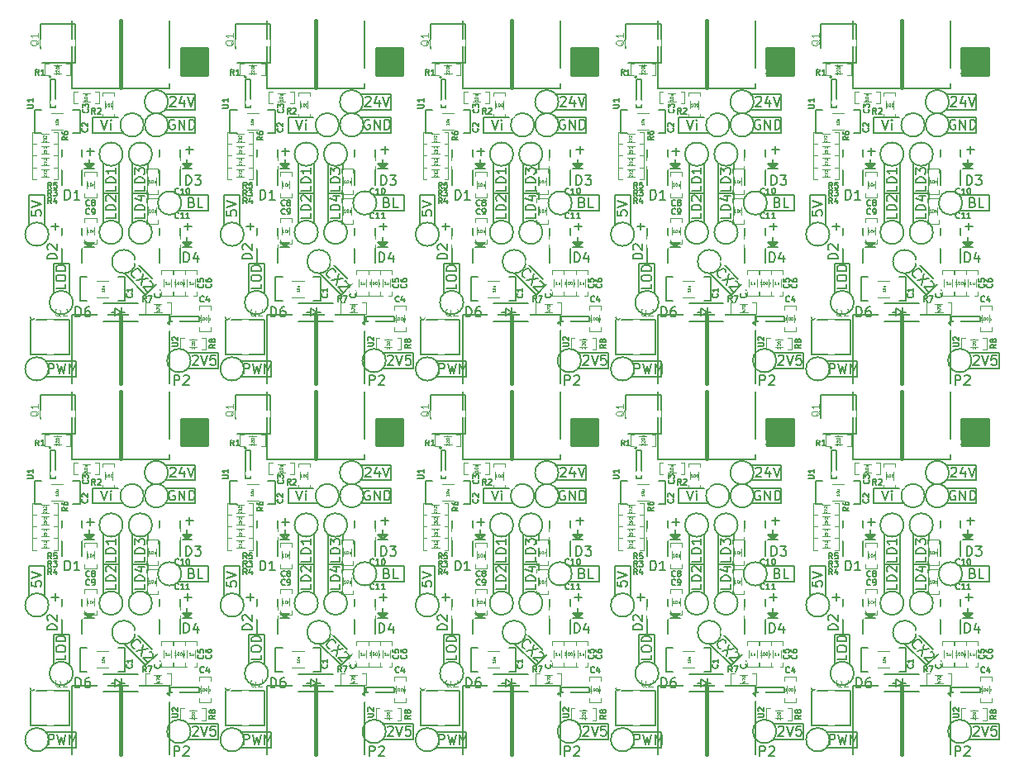
<source format=gbr>
G04 #@! TF.FileFunction,Legend,Top*
%FSLAX46Y46*%
G04 Gerber Fmt 4.6, Leading zero omitted, Abs format (unit mm)*
G04 Created by KiCad (PCBNEW 4.0.4-stable) date 01/10/17 11:03:04*
%MOMM*%
%LPD*%
G01*
G04 APERTURE LIST*
%ADD10C,0.100000*%
%ADD11C,0.150000*%
%ADD12C,0.099060*%
%ADD13C,0.050800*%
%ADD14C,0.400000*%
%ADD15C,0.140000*%
%ADD16C,0.062500*%
%ADD17C,0.130000*%
%ADD18C,0.074930*%
%ADD19C,0.125000*%
%ADD20C,0.254000*%
%ADD21C,0.300000*%
%ADD22C,5.900000*%
%ADD23C,0.600000*%
%ADD24R,1.800000X0.900000*%
%ADD25C,2.400000*%
%ADD26C,1.700000*%
%ADD27R,1.350000X1.850000*%
%ADD28R,0.897560X0.699440*%
%ADD29R,0.699440X0.897560*%
%ADD30R,0.750000X1.160000*%
%ADD31R,1.010000X1.320000*%
%ADD32R,3.100000X5.100000*%
%ADD33R,0.670000X0.645000*%
%ADD34R,0.760000X0.520000*%
%ADD35R,1.930000X2.470000*%
%ADD36R,1.160000X0.750000*%
%ADD37R,0.645000X0.670000*%
%ADD38R,0.520000X0.760000*%
%ADD39R,2.470000X1.930000*%
%ADD40C,0.700000*%
G04 APERTURE END LIST*
D10*
D11*
X156050000Y-93150000D02*
X156050000Y-89550000D01*
X153950000Y-93150000D02*
X153950000Y-89550000D01*
X156500000Y-91100000D02*
X157100000Y-91100000D01*
X157100000Y-91100000D02*
X156800000Y-91400000D01*
X156800000Y-91400000D02*
X156600000Y-91200000D01*
X156600000Y-91200000D02*
X156850000Y-91200000D01*
X156850000Y-91200000D02*
X156800000Y-91250000D01*
X156300000Y-91500000D02*
X157300000Y-91500000D01*
X156800000Y-91000000D02*
X156800000Y-90500000D01*
X156800000Y-91500000D02*
X156300000Y-91000000D01*
X156300000Y-91000000D02*
X157300000Y-91000000D01*
X157300000Y-91000000D02*
X156800000Y-91500000D01*
X159800000Y-86000000D02*
X159800000Y-89100000D01*
X158200000Y-86000000D02*
X159800000Y-86000000D01*
X158200000Y-89100000D02*
X158200000Y-86000000D01*
X160200000Y-90000000D02*
G75*
G03X160200000Y-90000000I-1200000J0D01*
G01*
X154700000Y-93200000D02*
X154700000Y-96300000D01*
X153100000Y-93200000D02*
X154700000Y-93200000D01*
X153100000Y-96300000D02*
X153100000Y-93200000D01*
X155100000Y-97200000D02*
G75*
G03X155100000Y-97200000I-1200000J0D01*
G01*
X156550000Y-94600000D02*
X155850000Y-94600000D01*
X155850000Y-94600000D02*
X155850000Y-97000000D01*
X155850000Y-97000000D02*
X156550000Y-97000000D01*
X159750000Y-97000000D02*
X160450000Y-97000000D01*
X160450000Y-97000000D02*
X160450000Y-94600000D01*
X160450000Y-94600000D02*
X159750000Y-94600000D01*
D10*
X158750000Y-94950000D02*
X157550000Y-94950000D01*
X158750000Y-96650000D02*
X157550000Y-96650000D01*
D11*
X152200000Y-86200000D02*
X152200000Y-89300000D01*
X150600000Y-86200000D02*
X152200000Y-86200000D01*
X150600000Y-89300000D02*
X150600000Y-86200000D01*
X152600000Y-90200000D02*
G75*
G03X152600000Y-90200000I-1200000J0D01*
G01*
D12*
X156300560Y-88589460D02*
X156300560Y-88990780D01*
X157499440Y-88589460D02*
X157499440Y-88990780D01*
X156300560Y-91190420D02*
X156300560Y-90789100D01*
D13*
X156500280Y-89491160D02*
X156500280Y-90288720D01*
X157299720Y-89491160D02*
X157299720Y-90288720D01*
D12*
X157499440Y-91190420D02*
X156300560Y-91190420D01*
X157499440Y-91190420D02*
X157499440Y-90789100D01*
X157499440Y-88589460D02*
X156300560Y-88589460D01*
X168710540Y-100800560D02*
X168309220Y-100800560D01*
X168710540Y-101999440D02*
X168309220Y-101999440D01*
X166109580Y-100800560D02*
X166510900Y-100800560D01*
D13*
X167808840Y-101000280D02*
X167011280Y-101000280D01*
X167808840Y-101799720D02*
X167011280Y-101799720D01*
D12*
X166109580Y-101999440D02*
X166109580Y-100800560D01*
X166109580Y-101999440D02*
X166510900Y-101999440D01*
X168710540Y-101999440D02*
X168710540Y-100800560D01*
D11*
X169950000Y-103950000D02*
X166850000Y-103950000D01*
X169950000Y-102350000D02*
X169950000Y-103950000D01*
X166850000Y-102350000D02*
X169950000Y-102350000D01*
X167150000Y-103150000D02*
G75*
G03X167150000Y-103150000I-1200000J0D01*
G01*
D12*
X168000560Y-97559580D02*
X168000560Y-97960900D01*
X169199440Y-97559580D02*
X169199440Y-97960900D01*
X168000560Y-100160540D02*
X168000560Y-99759220D01*
D13*
X168200280Y-98461280D02*
X168200280Y-99258840D01*
X168999720Y-98461280D02*
X168999720Y-99258840D01*
D12*
X169199440Y-100160540D02*
X168000560Y-100160540D01*
X169199440Y-100160540D02*
X169199440Y-99759220D01*
X169199440Y-97559580D02*
X168000560Y-97559580D01*
D11*
X164950000Y-99300000D02*
G75*
G03X164950000Y-99300000I-100000J0D01*
G01*
X165100000Y-98650000D02*
X165100000Y-99150000D01*
X168000000Y-98650000D02*
X165100000Y-98650000D01*
X168000000Y-99150000D02*
X168000000Y-98650000D01*
X165100000Y-99150000D02*
X168000000Y-99150000D01*
X166050000Y-93150000D02*
X166050000Y-89550000D01*
X163950000Y-93150000D02*
X163950000Y-89550000D01*
X166500000Y-91100000D02*
X167100000Y-91100000D01*
X167100000Y-91100000D02*
X166800000Y-91400000D01*
X166800000Y-91400000D02*
X166600000Y-91200000D01*
X166600000Y-91200000D02*
X166850000Y-91200000D01*
X166850000Y-91200000D02*
X166800000Y-91250000D01*
X166300000Y-91500000D02*
X167300000Y-91500000D01*
X166800000Y-91000000D02*
X166800000Y-90500000D01*
X166800000Y-91500000D02*
X166300000Y-91000000D01*
X166300000Y-91000000D02*
X167300000Y-91000000D01*
X167300000Y-91000000D02*
X166800000Y-91500000D01*
D12*
X166599440Y-96500480D02*
X166599440Y-96099160D01*
X165400560Y-96500480D02*
X165400560Y-96099160D01*
X166599440Y-93899520D02*
X166599440Y-94300840D01*
D13*
X166399720Y-95598780D02*
X166399720Y-94801220D01*
X165600280Y-95598780D02*
X165600280Y-94801220D01*
D12*
X165400560Y-93899520D02*
X166599440Y-93899520D01*
X165400560Y-93899520D02*
X165400560Y-94300840D01*
X165400560Y-96500480D02*
X166599440Y-96500480D01*
D11*
X169000000Y-87800000D02*
X165900000Y-87800000D01*
X169000000Y-86200000D02*
X169000000Y-87800000D01*
X165900000Y-86200000D02*
X169000000Y-86200000D01*
X166200000Y-87000000D02*
G75*
G03X166200000Y-87000000I-1200000J0D01*
G01*
D12*
X165349440Y-96510540D02*
X165349440Y-96109220D01*
X164150560Y-96510540D02*
X164150560Y-96109220D01*
X165349440Y-93909580D02*
X165349440Y-94310900D01*
D13*
X165149720Y-95608840D02*
X165149720Y-94811280D01*
X164350280Y-95608840D02*
X164350280Y-94811280D01*
D12*
X164150560Y-93909580D02*
X165349440Y-93909580D01*
X164150560Y-93909580D02*
X164150560Y-94310900D01*
X164150560Y-96510540D02*
X165349440Y-96510540D01*
D11*
X162800000Y-86000000D02*
X162800000Y-89100000D01*
X161200000Y-86000000D02*
X162800000Y-86000000D01*
X161200000Y-89100000D02*
X161200000Y-86000000D01*
X163200000Y-90000000D02*
G75*
G03X163200000Y-90000000I-1200000J0D01*
G01*
D12*
X162600560Y-86509580D02*
X162600560Y-86910900D01*
X163799440Y-86509580D02*
X163799440Y-86910900D01*
X162600560Y-89110540D02*
X162600560Y-88709220D01*
D13*
X162800280Y-87411280D02*
X162800280Y-88208840D01*
X163599720Y-87411280D02*
X163599720Y-88208840D01*
D12*
X163799440Y-89110540D02*
X162600560Y-89110540D01*
X163799440Y-89110540D02*
X163799440Y-88709220D01*
X163799440Y-86509580D02*
X162600560Y-86509580D01*
X167799440Y-96510540D02*
X167799440Y-96109220D01*
X166600560Y-96510540D02*
X166600560Y-96109220D01*
X167799440Y-93909580D02*
X167799440Y-94310900D01*
D13*
X167599720Y-95608840D02*
X167599720Y-94811280D01*
X166800280Y-95608840D02*
X166800280Y-94811280D01*
D12*
X166600560Y-93909580D02*
X167799440Y-93909580D01*
X166600560Y-93909580D02*
X166600560Y-94310900D01*
X166600560Y-96510540D02*
X167799440Y-96510540D01*
D11*
X162562742Y-96394113D02*
X160370711Y-94202082D01*
X163694113Y-95262742D02*
X162562742Y-96394113D01*
X161502082Y-93070711D02*
X163694113Y-95262742D01*
X161500000Y-93000000D02*
G75*
G03X161500000Y-93000000I-1200000J0D01*
G01*
X159432500Y-98200000D02*
X159051500Y-98200000D01*
X160448500Y-98200000D02*
X160067500Y-98200000D01*
X160067500Y-98200000D02*
X159432500Y-98581000D01*
X159432500Y-98581000D02*
X159432500Y-97819000D01*
X159432500Y-97819000D02*
X160067500Y-98200000D01*
X160067500Y-98708000D02*
X160067500Y-97692000D01*
X161750000Y-97300000D02*
X158210000Y-97300000D01*
X161750000Y-99100000D02*
X158210000Y-99100000D01*
D12*
X165110540Y-97200560D02*
X164709220Y-97200560D01*
X165110540Y-98399440D02*
X164709220Y-98399440D01*
X162509580Y-97200560D02*
X162910900Y-97200560D01*
D13*
X164208840Y-97400280D02*
X163411280Y-97400280D01*
X164208840Y-98199720D02*
X163411280Y-98199720D01*
D12*
X162509580Y-98399440D02*
X162509580Y-97200560D01*
X162509580Y-98399440D02*
X162910900Y-98399440D01*
X165110540Y-98399440D02*
X165110540Y-97200560D01*
D11*
X155400000Y-104800000D02*
X152300000Y-104800000D01*
X155400000Y-103200000D02*
X155400000Y-104800000D01*
X152300000Y-103200000D02*
X155400000Y-103200000D01*
X152600000Y-104000000D02*
G75*
G03X152600000Y-104000000I-1200000J0D01*
G01*
D14*
X160000000Y-105500000D02*
X160000000Y-98625000D01*
D11*
X165000000Y-98500000D02*
X165000000Y-105500000D01*
X155000000Y-98500000D02*
X165000000Y-98500000D01*
X155000000Y-105500000D02*
X155000000Y-98500000D01*
X154732500Y-102550000D02*
X150732500Y-102550000D01*
X150732500Y-102550000D02*
X150732500Y-98950000D01*
X151332500Y-98950000D02*
X154732500Y-98950000D01*
X154732500Y-98950000D02*
X154732500Y-102550000D01*
X151139518Y-98750000D02*
G75*
G03X151139518Y-98750000I-207018J0D01*
G01*
X156050000Y-55150000D02*
X156050000Y-51550000D01*
X153950000Y-55150000D02*
X153950000Y-51550000D01*
X156500000Y-53100000D02*
X157100000Y-53100000D01*
X157100000Y-53100000D02*
X156800000Y-53400000D01*
X156800000Y-53400000D02*
X156600000Y-53200000D01*
X156600000Y-53200000D02*
X156850000Y-53200000D01*
X156850000Y-53200000D02*
X156800000Y-53250000D01*
X156300000Y-53500000D02*
X157300000Y-53500000D01*
X156800000Y-53000000D02*
X156800000Y-52500000D01*
X156800000Y-53500000D02*
X156300000Y-53000000D01*
X156300000Y-53000000D02*
X157300000Y-53000000D01*
X157300000Y-53000000D02*
X156800000Y-53500000D01*
X159800000Y-48000000D02*
X159800000Y-51100000D01*
X158200000Y-48000000D02*
X159800000Y-48000000D01*
X158200000Y-51100000D02*
X158200000Y-48000000D01*
X160200000Y-52000000D02*
G75*
G03X160200000Y-52000000I-1200000J0D01*
G01*
X152200000Y-48200000D02*
X152200000Y-51300000D01*
X150600000Y-48200000D02*
X152200000Y-48200000D01*
X150600000Y-51300000D02*
X150600000Y-48200000D01*
X152600000Y-52200000D02*
G75*
G03X152600000Y-52200000I-1200000J0D01*
G01*
D12*
X156300560Y-50589460D02*
X156300560Y-50990780D01*
X157499440Y-50589460D02*
X157499440Y-50990780D01*
X156300560Y-53190420D02*
X156300560Y-52789100D01*
D13*
X156500280Y-51491160D02*
X156500280Y-52288720D01*
X157299720Y-51491160D02*
X157299720Y-52288720D01*
D12*
X157499440Y-53190420D02*
X156300560Y-53190420D01*
X157499440Y-53190420D02*
X157499440Y-52789100D01*
X157499440Y-50589460D02*
X156300560Y-50589460D01*
X162600560Y-48509580D02*
X162600560Y-48910900D01*
X163799440Y-48509580D02*
X163799440Y-48910900D01*
X162600560Y-51110540D02*
X162600560Y-50709220D01*
D13*
X162800280Y-49411280D02*
X162800280Y-50208840D01*
X163599720Y-49411280D02*
X163599720Y-50208840D01*
D12*
X163799440Y-51110540D02*
X162600560Y-51110540D01*
X163799440Y-51110540D02*
X163799440Y-50709220D01*
X163799440Y-48509580D02*
X162600560Y-48509580D01*
D11*
X162800000Y-48000000D02*
X162800000Y-51100000D01*
X161200000Y-48000000D02*
X162800000Y-48000000D01*
X161200000Y-51100000D02*
X161200000Y-48000000D01*
X163200000Y-52000000D02*
G75*
G03X163200000Y-52000000I-1200000J0D01*
G01*
X155100000Y-41856000D02*
X155800000Y-41856000D01*
X155800000Y-41856000D02*
X155800000Y-39456000D01*
X155800000Y-39456000D02*
X155100000Y-39456000D01*
X151900000Y-39456000D02*
X151200000Y-39456000D01*
X151200000Y-39456000D02*
X151200000Y-41856000D01*
X151200000Y-41856000D02*
X151900000Y-41856000D01*
D10*
X152900000Y-41506000D02*
X154100000Y-41506000D01*
X152900000Y-39806000D02*
X154100000Y-39806000D01*
D12*
X150949520Y-42949440D02*
X151350840Y-42949440D01*
X150949520Y-41750560D02*
X151350840Y-41750560D01*
X153550480Y-42949440D02*
X153149160Y-42949440D01*
D13*
X151851220Y-42749720D02*
X152648780Y-42749720D01*
X151851220Y-41950280D02*
X152648780Y-41950280D01*
D12*
X153550480Y-41750560D02*
X153550480Y-42949440D01*
X153550480Y-41750560D02*
X153149160Y-41750560D01*
X150949520Y-41750560D02*
X150949520Y-42949440D01*
X150949520Y-46549440D02*
X151350840Y-46549440D01*
X150949520Y-45350560D02*
X151350840Y-45350560D01*
X153550480Y-46549440D02*
X153149160Y-46549440D01*
D13*
X151851220Y-46349720D02*
X152648780Y-46349720D01*
X151851220Y-45550280D02*
X152648780Y-45550280D01*
D12*
X153550480Y-45350560D02*
X153550480Y-46549440D01*
X153550480Y-45350560D02*
X153149160Y-45350560D01*
X150949520Y-45350560D02*
X150949520Y-46549440D01*
X150949520Y-45349440D02*
X151350840Y-45349440D01*
X150949520Y-44150560D02*
X151350840Y-44150560D01*
X153550480Y-45349440D02*
X153149160Y-45349440D01*
D13*
X151851220Y-45149720D02*
X152648780Y-45149720D01*
X151851220Y-44350280D02*
X152648780Y-44350280D01*
D12*
X153550480Y-44150560D02*
X153550480Y-45349440D01*
X153550480Y-44150560D02*
X153149160Y-44150560D01*
X150949520Y-44150560D02*
X150949520Y-45349440D01*
D11*
X156050000Y-47150000D02*
X156050000Y-43550000D01*
X153950000Y-47150000D02*
X153950000Y-43550000D01*
X156500000Y-45100000D02*
X157100000Y-45100000D01*
X157100000Y-45100000D02*
X156800000Y-45400000D01*
X156800000Y-45400000D02*
X156600000Y-45200000D01*
X156600000Y-45200000D02*
X156850000Y-45200000D01*
X156850000Y-45200000D02*
X156800000Y-45250000D01*
X156300000Y-45500000D02*
X157300000Y-45500000D01*
X156800000Y-45000000D02*
X156800000Y-44500000D01*
X156800000Y-45500000D02*
X156300000Y-45000000D01*
X156300000Y-45000000D02*
X157300000Y-45000000D01*
X157300000Y-45000000D02*
X156800000Y-45500000D01*
X158200000Y-48000000D02*
X158200000Y-44900000D01*
X159800000Y-48000000D02*
X158200000Y-48000000D01*
X159800000Y-44900000D02*
X159800000Y-48000000D01*
X160200000Y-44000000D02*
G75*
G03X160200000Y-44000000I-1200000J0D01*
G01*
D12*
X156300560Y-45809580D02*
X156300560Y-46210900D01*
X157499440Y-45809580D02*
X157499440Y-46210900D01*
X156300560Y-48410540D02*
X156300560Y-48009220D01*
D13*
X156500280Y-46711280D02*
X156500280Y-47508840D01*
X157299720Y-46711280D02*
X157299720Y-47508840D01*
D12*
X157499440Y-48410540D02*
X156300560Y-48410540D01*
X157499440Y-48410540D02*
X157499440Y-48009220D01*
X157499440Y-45809580D02*
X156300560Y-45809580D01*
X150949520Y-44149440D02*
X151350840Y-44149440D01*
X150949520Y-42950560D02*
X151350840Y-42950560D01*
X153550480Y-44149440D02*
X153149160Y-44149440D01*
D13*
X151851220Y-43949720D02*
X152648780Y-43949720D01*
X151851220Y-43150280D02*
X152648780Y-43150280D01*
D12*
X153550480Y-42950560D02*
X153550480Y-44149440D01*
X153550480Y-42950560D02*
X153149160Y-42950560D01*
X150949520Y-42950560D02*
X150949520Y-44149440D01*
D11*
X167640000Y-39435000D02*
X164540000Y-39435000D01*
X167640000Y-37835000D02*
X167640000Y-39435000D01*
X164540000Y-37835000D02*
X167640000Y-37835000D01*
X164840000Y-38635000D02*
G75*
G03X164840000Y-38635000I-1200000J0D01*
G01*
D12*
X159349440Y-40260540D02*
X159349440Y-39859220D01*
X158150560Y-40260540D02*
X158150560Y-39859220D01*
X159349440Y-37659580D02*
X159349440Y-38060900D01*
D13*
X159149720Y-39358840D02*
X159149720Y-38561280D01*
X158350280Y-39358840D02*
X158350280Y-38561280D01*
D12*
X158150560Y-37659580D02*
X159349440Y-37659580D01*
X158150560Y-37659580D02*
X158150560Y-38060900D01*
X158150560Y-40260540D02*
X159349440Y-40260540D01*
D11*
X167650000Y-41800000D02*
X164550000Y-41800000D01*
X167650000Y-40200000D02*
X167650000Y-41800000D01*
X164550000Y-40200000D02*
X167650000Y-40200000D01*
X164850000Y-41000000D02*
G75*
G03X164850000Y-41000000I-1200000J0D01*
G01*
X157150000Y-40200000D02*
X160250000Y-40200000D01*
X157150000Y-41800000D02*
X157150000Y-40200000D01*
X160250000Y-41800000D02*
X157150000Y-41800000D01*
X162350000Y-41000000D02*
G75*
G03X162350000Y-41000000I-1200000J0D01*
G01*
D14*
X160000000Y-30300000D02*
X160000000Y-37175000D01*
D11*
X155000000Y-37300000D02*
X155000000Y-30300000D01*
X165000000Y-37300000D02*
X155000000Y-37300000D01*
X165000000Y-30300000D02*
X165000000Y-37300000D01*
D12*
X157760540Y-37600560D02*
X157359220Y-37600560D01*
X157760540Y-38799440D02*
X157359220Y-38799440D01*
X155159580Y-37600560D02*
X155560900Y-37600560D01*
D13*
X156858840Y-37800280D02*
X156061280Y-37800280D01*
X156858840Y-38599720D02*
X156061280Y-38599720D01*
D12*
X155159580Y-38799440D02*
X155159580Y-37600560D01*
X155159580Y-38799440D02*
X155560900Y-38799440D01*
X157760540Y-38799440D02*
X157760540Y-37600560D01*
X154800480Y-34722560D02*
X154399160Y-34722560D01*
X154800480Y-35921440D02*
X154399160Y-35921440D01*
X152199520Y-34722560D02*
X152600840Y-34722560D01*
D13*
X153898780Y-34922280D02*
X153101220Y-34922280D01*
X153898780Y-35721720D02*
X153101220Y-35721720D01*
D12*
X152199520Y-35921440D02*
X152199520Y-34722560D01*
X152199520Y-35921440D02*
X152600840Y-35921440D01*
X154800480Y-35921440D02*
X154800480Y-34722560D01*
D11*
X152850000Y-36100000D02*
G75*
G03X152850000Y-36100000I-100000J0D01*
G01*
X153300000Y-36350000D02*
X152800000Y-36350000D01*
X153300000Y-39250000D02*
X153300000Y-36350000D01*
X152800000Y-39250000D02*
X153300000Y-39250000D01*
X152800000Y-36350000D02*
X152800000Y-39250000D01*
X155336000Y-30649500D02*
X155336000Y-34649500D01*
X155336000Y-34649500D02*
X151736000Y-34649500D01*
X151736000Y-34049500D02*
X151736000Y-30649500D01*
X151736000Y-30649500D02*
X155336000Y-30649500D01*
X151743018Y-34449500D02*
G75*
G03X151743018Y-34449500I-207018J0D01*
G01*
D12*
X162600560Y-45509580D02*
X162600560Y-45910900D01*
X163799440Y-45509580D02*
X163799440Y-45910900D01*
X162600560Y-48110540D02*
X162600560Y-47709220D01*
D13*
X162800280Y-46411280D02*
X162800280Y-47208840D01*
X163599720Y-46411280D02*
X163599720Y-47208840D01*
D12*
X163799440Y-48110540D02*
X162600560Y-48110540D01*
X163799440Y-48110540D02*
X163799440Y-47709220D01*
X163799440Y-45509580D02*
X162600560Y-45509580D01*
D11*
X166050000Y-55150000D02*
X166050000Y-51550000D01*
X163950000Y-55150000D02*
X163950000Y-51550000D01*
X166500000Y-53100000D02*
X167100000Y-53100000D01*
X167100000Y-53100000D02*
X166800000Y-53400000D01*
X166800000Y-53400000D02*
X166600000Y-53200000D01*
X166600000Y-53200000D02*
X166850000Y-53200000D01*
X166850000Y-53200000D02*
X166800000Y-53250000D01*
X166300000Y-53500000D02*
X167300000Y-53500000D01*
X166800000Y-53000000D02*
X166800000Y-52500000D01*
X166800000Y-53500000D02*
X166300000Y-53000000D01*
X166300000Y-53000000D02*
X167300000Y-53000000D01*
X167300000Y-53000000D02*
X166800000Y-53500000D01*
X166050000Y-47150000D02*
X166050000Y-43550000D01*
X163950000Y-47150000D02*
X163950000Y-43550000D01*
X166500000Y-45100000D02*
X167100000Y-45100000D01*
X167100000Y-45100000D02*
X166800000Y-45400000D01*
X166800000Y-45400000D02*
X166600000Y-45200000D01*
X166600000Y-45200000D02*
X166850000Y-45200000D01*
X166850000Y-45200000D02*
X166800000Y-45250000D01*
X166300000Y-45500000D02*
X167300000Y-45500000D01*
X166800000Y-45000000D02*
X166800000Y-44500000D01*
X166800000Y-45500000D02*
X166300000Y-45000000D01*
X166300000Y-45000000D02*
X167300000Y-45000000D01*
X167300000Y-45000000D02*
X166800000Y-45500000D01*
X169000000Y-49800000D02*
X165900000Y-49800000D01*
X169000000Y-48200000D02*
X169000000Y-49800000D01*
X165900000Y-48200000D02*
X169000000Y-48200000D01*
X166200000Y-49000000D02*
G75*
G03X166200000Y-49000000I-1200000J0D01*
G01*
X161200000Y-48000000D02*
X161200000Y-44900000D01*
X162800000Y-48000000D02*
X161200000Y-48000000D01*
X162800000Y-44900000D02*
X162800000Y-48000000D01*
X163200000Y-44000000D02*
G75*
G03X163200000Y-44000000I-1200000J0D01*
G01*
X155336000Y-68649500D02*
X155336000Y-72649500D01*
X155336000Y-72649500D02*
X151736000Y-72649500D01*
X151736000Y-72049500D02*
X151736000Y-68649500D01*
X151736000Y-68649500D02*
X155336000Y-68649500D01*
X151743018Y-72449500D02*
G75*
G03X151743018Y-72449500I-207018J0D01*
G01*
X152850000Y-74100000D02*
G75*
G03X152850000Y-74100000I-100000J0D01*
G01*
X153300000Y-74350000D02*
X152800000Y-74350000D01*
X153300000Y-77250000D02*
X153300000Y-74350000D01*
X152800000Y-77250000D02*
X153300000Y-77250000D01*
X152800000Y-74350000D02*
X152800000Y-77250000D01*
D12*
X154800480Y-72722560D02*
X154399160Y-72722560D01*
X154800480Y-73921440D02*
X154399160Y-73921440D01*
X152199520Y-72722560D02*
X152600840Y-72722560D01*
D13*
X153898780Y-72922280D02*
X153101220Y-72922280D01*
X153898780Y-73721720D02*
X153101220Y-73721720D01*
D12*
X152199520Y-73921440D02*
X152199520Y-72722560D01*
X152199520Y-73921440D02*
X152600840Y-73921440D01*
X154800480Y-73921440D02*
X154800480Y-72722560D01*
X157760540Y-75600560D02*
X157359220Y-75600560D01*
X157760540Y-76799440D02*
X157359220Y-76799440D01*
X155159580Y-75600560D02*
X155560900Y-75600560D01*
D13*
X156858840Y-75800280D02*
X156061280Y-75800280D01*
X156858840Y-76599720D02*
X156061280Y-76599720D01*
D12*
X155159580Y-76799440D02*
X155159580Y-75600560D01*
X155159580Y-76799440D02*
X155560900Y-76799440D01*
X157760540Y-76799440D02*
X157760540Y-75600560D01*
D11*
X155400000Y-66800000D02*
X152300000Y-66800000D01*
X155400000Y-65200000D02*
X155400000Y-66800000D01*
X152300000Y-65200000D02*
X155400000Y-65200000D01*
X152600000Y-66000000D02*
G75*
G03X152600000Y-66000000I-1200000J0D01*
G01*
X154732500Y-64550000D02*
X150732500Y-64550000D01*
X150732500Y-64550000D02*
X150732500Y-60950000D01*
X151332500Y-60950000D02*
X154732500Y-60950000D01*
X154732500Y-60950000D02*
X154732500Y-64550000D01*
X151139518Y-60750000D02*
G75*
G03X151139518Y-60750000I-207018J0D01*
G01*
D14*
X160000000Y-67500000D02*
X160000000Y-60625000D01*
D11*
X165000000Y-60500000D02*
X165000000Y-67500000D01*
X155000000Y-60500000D02*
X165000000Y-60500000D01*
X155000000Y-67500000D02*
X155000000Y-60500000D01*
X156550000Y-56600000D02*
X155850000Y-56600000D01*
X155850000Y-56600000D02*
X155850000Y-59000000D01*
X155850000Y-59000000D02*
X156550000Y-59000000D01*
X159750000Y-59000000D02*
X160450000Y-59000000D01*
X160450000Y-59000000D02*
X160450000Y-56600000D01*
X160450000Y-56600000D02*
X159750000Y-56600000D01*
D10*
X158750000Y-56950000D02*
X157550000Y-56950000D01*
X158750000Y-58650000D02*
X157550000Y-58650000D01*
D12*
X165110540Y-59200560D02*
X164709220Y-59200560D01*
X165110540Y-60399440D02*
X164709220Y-60399440D01*
X162509580Y-59200560D02*
X162910900Y-59200560D01*
D13*
X164208840Y-59400280D02*
X163411280Y-59400280D01*
X164208840Y-60199720D02*
X163411280Y-60199720D01*
D12*
X162509580Y-60399440D02*
X162509580Y-59200560D01*
X162509580Y-60399440D02*
X162910900Y-60399440D01*
X165110540Y-60399440D02*
X165110540Y-59200560D01*
D11*
X159432500Y-60200000D02*
X159051500Y-60200000D01*
X160448500Y-60200000D02*
X160067500Y-60200000D01*
X160067500Y-60200000D02*
X159432500Y-60581000D01*
X159432500Y-60581000D02*
X159432500Y-59819000D01*
X159432500Y-59819000D02*
X160067500Y-60200000D01*
X160067500Y-60708000D02*
X160067500Y-59692000D01*
X161750000Y-59300000D02*
X158210000Y-59300000D01*
X161750000Y-61100000D02*
X158210000Y-61100000D01*
X154700000Y-55200000D02*
X154700000Y-58300000D01*
X153100000Y-55200000D02*
X154700000Y-55200000D01*
X153100000Y-58300000D02*
X153100000Y-55200000D01*
X155100000Y-59200000D02*
G75*
G03X155100000Y-59200000I-1200000J0D01*
G01*
X162562742Y-58394113D02*
X160370711Y-56202082D01*
X163694113Y-57262742D02*
X162562742Y-58394113D01*
X161502082Y-55070711D02*
X163694113Y-57262742D01*
X161500000Y-55000000D02*
G75*
G03X161500000Y-55000000I-1200000J0D01*
G01*
D12*
X165349440Y-58510540D02*
X165349440Y-58109220D01*
X164150560Y-58510540D02*
X164150560Y-58109220D01*
X165349440Y-55909580D02*
X165349440Y-56310900D01*
D13*
X165149720Y-57608840D02*
X165149720Y-56811280D01*
X164350280Y-57608840D02*
X164350280Y-56811280D01*
D12*
X164150560Y-55909580D02*
X165349440Y-55909580D01*
X164150560Y-55909580D02*
X164150560Y-56310900D01*
X164150560Y-58510540D02*
X165349440Y-58510540D01*
X156300560Y-83809580D02*
X156300560Y-84210900D01*
X157499440Y-83809580D02*
X157499440Y-84210900D01*
X156300560Y-86410540D02*
X156300560Y-86009220D01*
D13*
X156500280Y-84711280D02*
X156500280Y-85508840D01*
X157299720Y-84711280D02*
X157299720Y-85508840D01*
D12*
X157499440Y-86410540D02*
X156300560Y-86410540D01*
X157499440Y-86410540D02*
X157499440Y-86009220D01*
X157499440Y-83809580D02*
X156300560Y-83809580D01*
D11*
X155100000Y-79856000D02*
X155800000Y-79856000D01*
X155800000Y-79856000D02*
X155800000Y-77456000D01*
X155800000Y-77456000D02*
X155100000Y-77456000D01*
X151900000Y-77456000D02*
X151200000Y-77456000D01*
X151200000Y-77456000D02*
X151200000Y-79856000D01*
X151200000Y-79856000D02*
X151900000Y-79856000D01*
D10*
X152900000Y-79506000D02*
X154100000Y-79506000D01*
X152900000Y-77806000D02*
X154100000Y-77806000D01*
D12*
X150949520Y-83349440D02*
X151350840Y-83349440D01*
X150949520Y-82150560D02*
X151350840Y-82150560D01*
X153550480Y-83349440D02*
X153149160Y-83349440D01*
D13*
X151851220Y-83149720D02*
X152648780Y-83149720D01*
X151851220Y-82350280D02*
X152648780Y-82350280D01*
D12*
X153550480Y-82150560D02*
X153550480Y-83349440D01*
X153550480Y-82150560D02*
X153149160Y-82150560D01*
X150949520Y-82150560D02*
X150949520Y-83349440D01*
D11*
X156050000Y-85150000D02*
X156050000Y-81550000D01*
X153950000Y-85150000D02*
X153950000Y-81550000D01*
X156500000Y-83100000D02*
X157100000Y-83100000D01*
X157100000Y-83100000D02*
X156800000Y-83400000D01*
X156800000Y-83400000D02*
X156600000Y-83200000D01*
X156600000Y-83200000D02*
X156850000Y-83200000D01*
X156850000Y-83200000D02*
X156800000Y-83250000D01*
X156300000Y-83500000D02*
X157300000Y-83500000D01*
X156800000Y-83000000D02*
X156800000Y-82500000D01*
X156800000Y-83500000D02*
X156300000Y-83000000D01*
X156300000Y-83000000D02*
X157300000Y-83000000D01*
X157300000Y-83000000D02*
X156800000Y-83500000D01*
D12*
X150949520Y-80949440D02*
X151350840Y-80949440D01*
X150949520Y-79750560D02*
X151350840Y-79750560D01*
X153550480Y-80949440D02*
X153149160Y-80949440D01*
D13*
X151851220Y-80749720D02*
X152648780Y-80749720D01*
X151851220Y-79950280D02*
X152648780Y-79950280D01*
D12*
X153550480Y-79750560D02*
X153550480Y-80949440D01*
X153550480Y-79750560D02*
X153149160Y-79750560D01*
X150949520Y-79750560D02*
X150949520Y-80949440D01*
X150949520Y-84549440D02*
X151350840Y-84549440D01*
X150949520Y-83350560D02*
X151350840Y-83350560D01*
X153550480Y-84549440D02*
X153149160Y-84549440D01*
D13*
X151851220Y-84349720D02*
X152648780Y-84349720D01*
X151851220Y-83550280D02*
X152648780Y-83550280D01*
D12*
X153550480Y-83350560D02*
X153550480Y-84549440D01*
X153550480Y-83350560D02*
X153149160Y-83350560D01*
X150949520Y-83350560D02*
X150949520Y-84549440D01*
X150949520Y-82149440D02*
X151350840Y-82149440D01*
X150949520Y-80950560D02*
X151350840Y-80950560D01*
X153550480Y-82149440D02*
X153149160Y-82149440D01*
D13*
X151851220Y-81949720D02*
X152648780Y-81949720D01*
X151851220Y-81150280D02*
X152648780Y-81150280D01*
D12*
X153550480Y-80950560D02*
X153550480Y-82149440D01*
X153550480Y-80950560D02*
X153149160Y-80950560D01*
X150949520Y-80950560D02*
X150949520Y-82149440D01*
D11*
X164950000Y-61300000D02*
G75*
G03X164950000Y-61300000I-100000J0D01*
G01*
X165100000Y-60650000D02*
X165100000Y-61150000D01*
X168000000Y-60650000D02*
X165100000Y-60650000D01*
X168000000Y-61150000D02*
X168000000Y-60650000D01*
X165100000Y-61150000D02*
X168000000Y-61150000D01*
D12*
X166599440Y-58500480D02*
X166599440Y-58099160D01*
X165400560Y-58500480D02*
X165400560Y-58099160D01*
X166599440Y-55899520D02*
X166599440Y-56300840D01*
D13*
X166399720Y-57598780D02*
X166399720Y-56801220D01*
X165600280Y-57598780D02*
X165600280Y-56801220D01*
D12*
X165400560Y-55899520D02*
X166599440Y-55899520D01*
X165400560Y-55899520D02*
X165400560Y-56300840D01*
X165400560Y-58500480D02*
X166599440Y-58500480D01*
D11*
X169950000Y-65950000D02*
X166850000Y-65950000D01*
X169950000Y-64350000D02*
X169950000Y-65950000D01*
X166850000Y-64350000D02*
X169950000Y-64350000D01*
X167150000Y-65150000D02*
G75*
G03X167150000Y-65150000I-1200000J0D01*
G01*
D12*
X168710540Y-62800560D02*
X168309220Y-62800560D01*
X168710540Y-63999440D02*
X168309220Y-63999440D01*
X166109580Y-62800560D02*
X166510900Y-62800560D01*
D13*
X167808840Y-63000280D02*
X167011280Y-63000280D01*
X167808840Y-63799720D02*
X167011280Y-63799720D01*
D12*
X166109580Y-63999440D02*
X166109580Y-62800560D01*
X166109580Y-63999440D02*
X166510900Y-63999440D01*
X168710540Y-63999440D02*
X168710540Y-62800560D01*
X168000560Y-59559580D02*
X168000560Y-59960900D01*
X169199440Y-59559580D02*
X169199440Y-59960900D01*
X168000560Y-62160540D02*
X168000560Y-61759220D01*
D13*
X168200280Y-60461280D02*
X168200280Y-61258840D01*
X168999720Y-60461280D02*
X168999720Y-61258840D01*
D12*
X169199440Y-62160540D02*
X168000560Y-62160540D01*
X169199440Y-62160540D02*
X169199440Y-61759220D01*
X169199440Y-59559580D02*
X168000560Y-59559580D01*
X167799440Y-58510540D02*
X167799440Y-58109220D01*
X166600560Y-58510540D02*
X166600560Y-58109220D01*
X167799440Y-55909580D02*
X167799440Y-56310900D01*
D13*
X167599720Y-57608840D02*
X167599720Y-56811280D01*
X166800280Y-57608840D02*
X166800280Y-56811280D01*
D12*
X166600560Y-55909580D02*
X167799440Y-55909580D01*
X166600560Y-55909580D02*
X166600560Y-56310900D01*
X166600560Y-58510540D02*
X167799440Y-58510540D01*
X162600560Y-83509580D02*
X162600560Y-83910900D01*
X163799440Y-83509580D02*
X163799440Y-83910900D01*
X162600560Y-86110540D02*
X162600560Y-85709220D01*
D13*
X162800280Y-84411280D02*
X162800280Y-85208840D01*
X163599720Y-84411280D02*
X163599720Y-85208840D01*
D12*
X163799440Y-86110540D02*
X162600560Y-86110540D01*
X163799440Y-86110540D02*
X163799440Y-85709220D01*
X163799440Y-83509580D02*
X162600560Y-83509580D01*
D11*
X158200000Y-86000000D02*
X158200000Y-82900000D01*
X159800000Y-86000000D02*
X158200000Y-86000000D01*
X159800000Y-82900000D02*
X159800000Y-86000000D01*
X160200000Y-82000000D02*
G75*
G03X160200000Y-82000000I-1200000J0D01*
G01*
X161200000Y-86000000D02*
X161200000Y-82900000D01*
X162800000Y-86000000D02*
X161200000Y-86000000D01*
X162800000Y-82900000D02*
X162800000Y-86000000D01*
X163200000Y-82000000D02*
G75*
G03X163200000Y-82000000I-1200000J0D01*
G01*
X166050000Y-85150000D02*
X166050000Y-81550000D01*
X163950000Y-85150000D02*
X163950000Y-81550000D01*
X166500000Y-83100000D02*
X167100000Y-83100000D01*
X167100000Y-83100000D02*
X166800000Y-83400000D01*
X166800000Y-83400000D02*
X166600000Y-83200000D01*
X166600000Y-83200000D02*
X166850000Y-83200000D01*
X166850000Y-83200000D02*
X166800000Y-83250000D01*
X166300000Y-83500000D02*
X167300000Y-83500000D01*
X166800000Y-83000000D02*
X166800000Y-82500000D01*
X166800000Y-83500000D02*
X166300000Y-83000000D01*
X166300000Y-83000000D02*
X167300000Y-83000000D01*
X167300000Y-83000000D02*
X166800000Y-83500000D01*
X157150000Y-78200000D02*
X160250000Y-78200000D01*
X157150000Y-79800000D02*
X157150000Y-78200000D01*
X160250000Y-79800000D02*
X157150000Y-79800000D01*
X162350000Y-79000000D02*
G75*
G03X162350000Y-79000000I-1200000J0D01*
G01*
X167650000Y-79800000D02*
X164550000Y-79800000D01*
X167650000Y-78200000D02*
X167650000Y-79800000D01*
X164550000Y-78200000D02*
X167650000Y-78200000D01*
X164850000Y-79000000D02*
G75*
G03X164850000Y-79000000I-1200000J0D01*
G01*
D12*
X159349440Y-78260540D02*
X159349440Y-77859220D01*
X158150560Y-78260540D02*
X158150560Y-77859220D01*
X159349440Y-75659580D02*
X159349440Y-76060900D01*
D13*
X159149720Y-77358840D02*
X159149720Y-76561280D01*
X158350280Y-77358840D02*
X158350280Y-76561280D01*
D12*
X158150560Y-75659580D02*
X159349440Y-75659580D01*
X158150560Y-75659580D02*
X158150560Y-76060900D01*
X158150560Y-78260540D02*
X159349440Y-78260540D01*
D14*
X160000000Y-68300000D02*
X160000000Y-75175000D01*
D11*
X155000000Y-75300000D02*
X155000000Y-68300000D01*
X165000000Y-75300000D02*
X155000000Y-75300000D01*
X165000000Y-68300000D02*
X165000000Y-75300000D01*
X167640000Y-77435000D02*
X164540000Y-77435000D01*
X167640000Y-75835000D02*
X167640000Y-77435000D01*
X164540000Y-75835000D02*
X167640000Y-75835000D01*
X164840000Y-76635000D02*
G75*
G03X164840000Y-76635000I-1200000J0D01*
G01*
X136050000Y-93150000D02*
X136050000Y-89550000D01*
X133950000Y-93150000D02*
X133950000Y-89550000D01*
X136500000Y-91100000D02*
X137100000Y-91100000D01*
X137100000Y-91100000D02*
X136800000Y-91400000D01*
X136800000Y-91400000D02*
X136600000Y-91200000D01*
X136600000Y-91200000D02*
X136850000Y-91200000D01*
X136850000Y-91200000D02*
X136800000Y-91250000D01*
X136300000Y-91500000D02*
X137300000Y-91500000D01*
X136800000Y-91000000D02*
X136800000Y-90500000D01*
X136800000Y-91500000D02*
X136300000Y-91000000D01*
X136300000Y-91000000D02*
X137300000Y-91000000D01*
X137300000Y-91000000D02*
X136800000Y-91500000D01*
X139800000Y-86000000D02*
X139800000Y-89100000D01*
X138200000Y-86000000D02*
X139800000Y-86000000D01*
X138200000Y-89100000D02*
X138200000Y-86000000D01*
X140200000Y-90000000D02*
G75*
G03X140200000Y-90000000I-1200000J0D01*
G01*
X134700000Y-93200000D02*
X134700000Y-96300000D01*
X133100000Y-93200000D02*
X134700000Y-93200000D01*
X133100000Y-96300000D02*
X133100000Y-93200000D01*
X135100000Y-97200000D02*
G75*
G03X135100000Y-97200000I-1200000J0D01*
G01*
X136550000Y-94600000D02*
X135850000Y-94600000D01*
X135850000Y-94600000D02*
X135850000Y-97000000D01*
X135850000Y-97000000D02*
X136550000Y-97000000D01*
X139750000Y-97000000D02*
X140450000Y-97000000D01*
X140450000Y-97000000D02*
X140450000Y-94600000D01*
X140450000Y-94600000D02*
X139750000Y-94600000D01*
D10*
X138750000Y-94950000D02*
X137550000Y-94950000D01*
X138750000Y-96650000D02*
X137550000Y-96650000D01*
D11*
X132200000Y-86200000D02*
X132200000Y-89300000D01*
X130600000Y-86200000D02*
X132200000Y-86200000D01*
X130600000Y-89300000D02*
X130600000Y-86200000D01*
X132600000Y-90200000D02*
G75*
G03X132600000Y-90200000I-1200000J0D01*
G01*
D12*
X136300560Y-88589460D02*
X136300560Y-88990780D01*
X137499440Y-88589460D02*
X137499440Y-88990780D01*
X136300560Y-91190420D02*
X136300560Y-90789100D01*
D13*
X136500280Y-89491160D02*
X136500280Y-90288720D01*
X137299720Y-89491160D02*
X137299720Y-90288720D01*
D12*
X137499440Y-91190420D02*
X136300560Y-91190420D01*
X137499440Y-91190420D02*
X137499440Y-90789100D01*
X137499440Y-88589460D02*
X136300560Y-88589460D01*
X148710540Y-100800560D02*
X148309220Y-100800560D01*
X148710540Y-101999440D02*
X148309220Y-101999440D01*
X146109580Y-100800560D02*
X146510900Y-100800560D01*
D13*
X147808840Y-101000280D02*
X147011280Y-101000280D01*
X147808840Y-101799720D02*
X147011280Y-101799720D01*
D12*
X146109580Y-101999440D02*
X146109580Y-100800560D01*
X146109580Y-101999440D02*
X146510900Y-101999440D01*
X148710540Y-101999440D02*
X148710540Y-100800560D01*
D11*
X149950000Y-103950000D02*
X146850000Y-103950000D01*
X149950000Y-102350000D02*
X149950000Y-103950000D01*
X146850000Y-102350000D02*
X149950000Y-102350000D01*
X147150000Y-103150000D02*
G75*
G03X147150000Y-103150000I-1200000J0D01*
G01*
D12*
X148000560Y-97559580D02*
X148000560Y-97960900D01*
X149199440Y-97559580D02*
X149199440Y-97960900D01*
X148000560Y-100160540D02*
X148000560Y-99759220D01*
D13*
X148200280Y-98461280D02*
X148200280Y-99258840D01*
X148999720Y-98461280D02*
X148999720Y-99258840D01*
D12*
X149199440Y-100160540D02*
X148000560Y-100160540D01*
X149199440Y-100160540D02*
X149199440Y-99759220D01*
X149199440Y-97559580D02*
X148000560Y-97559580D01*
D11*
X144950000Y-99300000D02*
G75*
G03X144950000Y-99300000I-100000J0D01*
G01*
X145100000Y-98650000D02*
X145100000Y-99150000D01*
X148000000Y-98650000D02*
X145100000Y-98650000D01*
X148000000Y-99150000D02*
X148000000Y-98650000D01*
X145100000Y-99150000D02*
X148000000Y-99150000D01*
X146050000Y-93150000D02*
X146050000Y-89550000D01*
X143950000Y-93150000D02*
X143950000Y-89550000D01*
X146500000Y-91100000D02*
X147100000Y-91100000D01*
X147100000Y-91100000D02*
X146800000Y-91400000D01*
X146800000Y-91400000D02*
X146600000Y-91200000D01*
X146600000Y-91200000D02*
X146850000Y-91200000D01*
X146850000Y-91200000D02*
X146800000Y-91250000D01*
X146300000Y-91500000D02*
X147300000Y-91500000D01*
X146800000Y-91000000D02*
X146800000Y-90500000D01*
X146800000Y-91500000D02*
X146300000Y-91000000D01*
X146300000Y-91000000D02*
X147300000Y-91000000D01*
X147300000Y-91000000D02*
X146800000Y-91500000D01*
D12*
X146599440Y-96500480D02*
X146599440Y-96099160D01*
X145400560Y-96500480D02*
X145400560Y-96099160D01*
X146599440Y-93899520D02*
X146599440Y-94300840D01*
D13*
X146399720Y-95598780D02*
X146399720Y-94801220D01*
X145600280Y-95598780D02*
X145600280Y-94801220D01*
D12*
X145400560Y-93899520D02*
X146599440Y-93899520D01*
X145400560Y-93899520D02*
X145400560Y-94300840D01*
X145400560Y-96500480D02*
X146599440Y-96500480D01*
D11*
X149000000Y-87800000D02*
X145900000Y-87800000D01*
X149000000Y-86200000D02*
X149000000Y-87800000D01*
X145900000Y-86200000D02*
X149000000Y-86200000D01*
X146200000Y-87000000D02*
G75*
G03X146200000Y-87000000I-1200000J0D01*
G01*
D12*
X145349440Y-96510540D02*
X145349440Y-96109220D01*
X144150560Y-96510540D02*
X144150560Y-96109220D01*
X145349440Y-93909580D02*
X145349440Y-94310900D01*
D13*
X145149720Y-95608840D02*
X145149720Y-94811280D01*
X144350280Y-95608840D02*
X144350280Y-94811280D01*
D12*
X144150560Y-93909580D02*
X145349440Y-93909580D01*
X144150560Y-93909580D02*
X144150560Y-94310900D01*
X144150560Y-96510540D02*
X145349440Y-96510540D01*
D11*
X142800000Y-86000000D02*
X142800000Y-89100000D01*
X141200000Y-86000000D02*
X142800000Y-86000000D01*
X141200000Y-89100000D02*
X141200000Y-86000000D01*
X143200000Y-90000000D02*
G75*
G03X143200000Y-90000000I-1200000J0D01*
G01*
D12*
X142600560Y-86509580D02*
X142600560Y-86910900D01*
X143799440Y-86509580D02*
X143799440Y-86910900D01*
X142600560Y-89110540D02*
X142600560Y-88709220D01*
D13*
X142800280Y-87411280D02*
X142800280Y-88208840D01*
X143599720Y-87411280D02*
X143599720Y-88208840D01*
D12*
X143799440Y-89110540D02*
X142600560Y-89110540D01*
X143799440Y-89110540D02*
X143799440Y-88709220D01*
X143799440Y-86509580D02*
X142600560Y-86509580D01*
X147799440Y-96510540D02*
X147799440Y-96109220D01*
X146600560Y-96510540D02*
X146600560Y-96109220D01*
X147799440Y-93909580D02*
X147799440Y-94310900D01*
D13*
X147599720Y-95608840D02*
X147599720Y-94811280D01*
X146800280Y-95608840D02*
X146800280Y-94811280D01*
D12*
X146600560Y-93909580D02*
X147799440Y-93909580D01*
X146600560Y-93909580D02*
X146600560Y-94310900D01*
X146600560Y-96510540D02*
X147799440Y-96510540D01*
D11*
X142562742Y-96394113D02*
X140370711Y-94202082D01*
X143694113Y-95262742D02*
X142562742Y-96394113D01*
X141502082Y-93070711D02*
X143694113Y-95262742D01*
X141500000Y-93000000D02*
G75*
G03X141500000Y-93000000I-1200000J0D01*
G01*
X139432500Y-98200000D02*
X139051500Y-98200000D01*
X140448500Y-98200000D02*
X140067500Y-98200000D01*
X140067500Y-98200000D02*
X139432500Y-98581000D01*
X139432500Y-98581000D02*
X139432500Y-97819000D01*
X139432500Y-97819000D02*
X140067500Y-98200000D01*
X140067500Y-98708000D02*
X140067500Y-97692000D01*
X141750000Y-97300000D02*
X138210000Y-97300000D01*
X141750000Y-99100000D02*
X138210000Y-99100000D01*
D12*
X145110540Y-97200560D02*
X144709220Y-97200560D01*
X145110540Y-98399440D02*
X144709220Y-98399440D01*
X142509580Y-97200560D02*
X142910900Y-97200560D01*
D13*
X144208840Y-97400280D02*
X143411280Y-97400280D01*
X144208840Y-98199720D02*
X143411280Y-98199720D01*
D12*
X142509580Y-98399440D02*
X142509580Y-97200560D01*
X142509580Y-98399440D02*
X142910900Y-98399440D01*
X145110540Y-98399440D02*
X145110540Y-97200560D01*
D11*
X135400000Y-104800000D02*
X132300000Y-104800000D01*
X135400000Y-103200000D02*
X135400000Y-104800000D01*
X132300000Y-103200000D02*
X135400000Y-103200000D01*
X132600000Y-104000000D02*
G75*
G03X132600000Y-104000000I-1200000J0D01*
G01*
D14*
X140000000Y-105500000D02*
X140000000Y-98625000D01*
D11*
X145000000Y-98500000D02*
X145000000Y-105500000D01*
X135000000Y-98500000D02*
X145000000Y-98500000D01*
X135000000Y-105500000D02*
X135000000Y-98500000D01*
X134732500Y-102550000D02*
X130732500Y-102550000D01*
X130732500Y-102550000D02*
X130732500Y-98950000D01*
X131332500Y-98950000D02*
X134732500Y-98950000D01*
X134732500Y-98950000D02*
X134732500Y-102550000D01*
X131139518Y-98750000D02*
G75*
G03X131139518Y-98750000I-207018J0D01*
G01*
X136050000Y-55150000D02*
X136050000Y-51550000D01*
X133950000Y-55150000D02*
X133950000Y-51550000D01*
X136500000Y-53100000D02*
X137100000Y-53100000D01*
X137100000Y-53100000D02*
X136800000Y-53400000D01*
X136800000Y-53400000D02*
X136600000Y-53200000D01*
X136600000Y-53200000D02*
X136850000Y-53200000D01*
X136850000Y-53200000D02*
X136800000Y-53250000D01*
X136300000Y-53500000D02*
X137300000Y-53500000D01*
X136800000Y-53000000D02*
X136800000Y-52500000D01*
X136800000Y-53500000D02*
X136300000Y-53000000D01*
X136300000Y-53000000D02*
X137300000Y-53000000D01*
X137300000Y-53000000D02*
X136800000Y-53500000D01*
X139800000Y-48000000D02*
X139800000Y-51100000D01*
X138200000Y-48000000D02*
X139800000Y-48000000D01*
X138200000Y-51100000D02*
X138200000Y-48000000D01*
X140200000Y-52000000D02*
G75*
G03X140200000Y-52000000I-1200000J0D01*
G01*
X132200000Y-48200000D02*
X132200000Y-51300000D01*
X130600000Y-48200000D02*
X132200000Y-48200000D01*
X130600000Y-51300000D02*
X130600000Y-48200000D01*
X132600000Y-52200000D02*
G75*
G03X132600000Y-52200000I-1200000J0D01*
G01*
D12*
X136300560Y-50589460D02*
X136300560Y-50990780D01*
X137499440Y-50589460D02*
X137499440Y-50990780D01*
X136300560Y-53190420D02*
X136300560Y-52789100D01*
D13*
X136500280Y-51491160D02*
X136500280Y-52288720D01*
X137299720Y-51491160D02*
X137299720Y-52288720D01*
D12*
X137499440Y-53190420D02*
X136300560Y-53190420D01*
X137499440Y-53190420D02*
X137499440Y-52789100D01*
X137499440Y-50589460D02*
X136300560Y-50589460D01*
X142600560Y-48509580D02*
X142600560Y-48910900D01*
X143799440Y-48509580D02*
X143799440Y-48910900D01*
X142600560Y-51110540D02*
X142600560Y-50709220D01*
D13*
X142800280Y-49411280D02*
X142800280Y-50208840D01*
X143599720Y-49411280D02*
X143599720Y-50208840D01*
D12*
X143799440Y-51110540D02*
X142600560Y-51110540D01*
X143799440Y-51110540D02*
X143799440Y-50709220D01*
X143799440Y-48509580D02*
X142600560Y-48509580D01*
D11*
X142800000Y-48000000D02*
X142800000Y-51100000D01*
X141200000Y-48000000D02*
X142800000Y-48000000D01*
X141200000Y-51100000D02*
X141200000Y-48000000D01*
X143200000Y-52000000D02*
G75*
G03X143200000Y-52000000I-1200000J0D01*
G01*
X135100000Y-41856000D02*
X135800000Y-41856000D01*
X135800000Y-41856000D02*
X135800000Y-39456000D01*
X135800000Y-39456000D02*
X135100000Y-39456000D01*
X131900000Y-39456000D02*
X131200000Y-39456000D01*
X131200000Y-39456000D02*
X131200000Y-41856000D01*
X131200000Y-41856000D02*
X131900000Y-41856000D01*
D10*
X132900000Y-41506000D02*
X134100000Y-41506000D01*
X132900000Y-39806000D02*
X134100000Y-39806000D01*
D12*
X130949520Y-42949440D02*
X131350840Y-42949440D01*
X130949520Y-41750560D02*
X131350840Y-41750560D01*
X133550480Y-42949440D02*
X133149160Y-42949440D01*
D13*
X131851220Y-42749720D02*
X132648780Y-42749720D01*
X131851220Y-41950280D02*
X132648780Y-41950280D01*
D12*
X133550480Y-41750560D02*
X133550480Y-42949440D01*
X133550480Y-41750560D02*
X133149160Y-41750560D01*
X130949520Y-41750560D02*
X130949520Y-42949440D01*
X130949520Y-46549440D02*
X131350840Y-46549440D01*
X130949520Y-45350560D02*
X131350840Y-45350560D01*
X133550480Y-46549440D02*
X133149160Y-46549440D01*
D13*
X131851220Y-46349720D02*
X132648780Y-46349720D01*
X131851220Y-45550280D02*
X132648780Y-45550280D01*
D12*
X133550480Y-45350560D02*
X133550480Y-46549440D01*
X133550480Y-45350560D02*
X133149160Y-45350560D01*
X130949520Y-45350560D02*
X130949520Y-46549440D01*
X130949520Y-45349440D02*
X131350840Y-45349440D01*
X130949520Y-44150560D02*
X131350840Y-44150560D01*
X133550480Y-45349440D02*
X133149160Y-45349440D01*
D13*
X131851220Y-45149720D02*
X132648780Y-45149720D01*
X131851220Y-44350280D02*
X132648780Y-44350280D01*
D12*
X133550480Y-44150560D02*
X133550480Y-45349440D01*
X133550480Y-44150560D02*
X133149160Y-44150560D01*
X130949520Y-44150560D02*
X130949520Y-45349440D01*
D11*
X136050000Y-47150000D02*
X136050000Y-43550000D01*
X133950000Y-47150000D02*
X133950000Y-43550000D01*
X136500000Y-45100000D02*
X137100000Y-45100000D01*
X137100000Y-45100000D02*
X136800000Y-45400000D01*
X136800000Y-45400000D02*
X136600000Y-45200000D01*
X136600000Y-45200000D02*
X136850000Y-45200000D01*
X136850000Y-45200000D02*
X136800000Y-45250000D01*
X136300000Y-45500000D02*
X137300000Y-45500000D01*
X136800000Y-45000000D02*
X136800000Y-44500000D01*
X136800000Y-45500000D02*
X136300000Y-45000000D01*
X136300000Y-45000000D02*
X137300000Y-45000000D01*
X137300000Y-45000000D02*
X136800000Y-45500000D01*
X138200000Y-48000000D02*
X138200000Y-44900000D01*
X139800000Y-48000000D02*
X138200000Y-48000000D01*
X139800000Y-44900000D02*
X139800000Y-48000000D01*
X140200000Y-44000000D02*
G75*
G03X140200000Y-44000000I-1200000J0D01*
G01*
D12*
X136300560Y-45809580D02*
X136300560Y-46210900D01*
X137499440Y-45809580D02*
X137499440Y-46210900D01*
X136300560Y-48410540D02*
X136300560Y-48009220D01*
D13*
X136500280Y-46711280D02*
X136500280Y-47508840D01*
X137299720Y-46711280D02*
X137299720Y-47508840D01*
D12*
X137499440Y-48410540D02*
X136300560Y-48410540D01*
X137499440Y-48410540D02*
X137499440Y-48009220D01*
X137499440Y-45809580D02*
X136300560Y-45809580D01*
X130949520Y-44149440D02*
X131350840Y-44149440D01*
X130949520Y-42950560D02*
X131350840Y-42950560D01*
X133550480Y-44149440D02*
X133149160Y-44149440D01*
D13*
X131851220Y-43949720D02*
X132648780Y-43949720D01*
X131851220Y-43150280D02*
X132648780Y-43150280D01*
D12*
X133550480Y-42950560D02*
X133550480Y-44149440D01*
X133550480Y-42950560D02*
X133149160Y-42950560D01*
X130949520Y-42950560D02*
X130949520Y-44149440D01*
D11*
X147640000Y-39435000D02*
X144540000Y-39435000D01*
X147640000Y-37835000D02*
X147640000Y-39435000D01*
X144540000Y-37835000D02*
X147640000Y-37835000D01*
X144840000Y-38635000D02*
G75*
G03X144840000Y-38635000I-1200000J0D01*
G01*
D12*
X139349440Y-40260540D02*
X139349440Y-39859220D01*
X138150560Y-40260540D02*
X138150560Y-39859220D01*
X139349440Y-37659580D02*
X139349440Y-38060900D01*
D13*
X139149720Y-39358840D02*
X139149720Y-38561280D01*
X138350280Y-39358840D02*
X138350280Y-38561280D01*
D12*
X138150560Y-37659580D02*
X139349440Y-37659580D01*
X138150560Y-37659580D02*
X138150560Y-38060900D01*
X138150560Y-40260540D02*
X139349440Y-40260540D01*
D11*
X147650000Y-41800000D02*
X144550000Y-41800000D01*
X147650000Y-40200000D02*
X147650000Y-41800000D01*
X144550000Y-40200000D02*
X147650000Y-40200000D01*
X144850000Y-41000000D02*
G75*
G03X144850000Y-41000000I-1200000J0D01*
G01*
X137150000Y-40200000D02*
X140250000Y-40200000D01*
X137150000Y-41800000D02*
X137150000Y-40200000D01*
X140250000Y-41800000D02*
X137150000Y-41800000D01*
X142350000Y-41000000D02*
G75*
G03X142350000Y-41000000I-1200000J0D01*
G01*
D14*
X140000000Y-30300000D02*
X140000000Y-37175000D01*
D11*
X135000000Y-37300000D02*
X135000000Y-30300000D01*
X145000000Y-37300000D02*
X135000000Y-37300000D01*
X145000000Y-30300000D02*
X145000000Y-37300000D01*
D12*
X137760540Y-37600560D02*
X137359220Y-37600560D01*
X137760540Y-38799440D02*
X137359220Y-38799440D01*
X135159580Y-37600560D02*
X135560900Y-37600560D01*
D13*
X136858840Y-37800280D02*
X136061280Y-37800280D01*
X136858840Y-38599720D02*
X136061280Y-38599720D01*
D12*
X135159580Y-38799440D02*
X135159580Y-37600560D01*
X135159580Y-38799440D02*
X135560900Y-38799440D01*
X137760540Y-38799440D02*
X137760540Y-37600560D01*
X134800480Y-34722560D02*
X134399160Y-34722560D01*
X134800480Y-35921440D02*
X134399160Y-35921440D01*
X132199520Y-34722560D02*
X132600840Y-34722560D01*
D13*
X133898780Y-34922280D02*
X133101220Y-34922280D01*
X133898780Y-35721720D02*
X133101220Y-35721720D01*
D12*
X132199520Y-35921440D02*
X132199520Y-34722560D01*
X132199520Y-35921440D02*
X132600840Y-35921440D01*
X134800480Y-35921440D02*
X134800480Y-34722560D01*
D11*
X132850000Y-36100000D02*
G75*
G03X132850000Y-36100000I-100000J0D01*
G01*
X133300000Y-36350000D02*
X132800000Y-36350000D01*
X133300000Y-39250000D02*
X133300000Y-36350000D01*
X132800000Y-39250000D02*
X133300000Y-39250000D01*
X132800000Y-36350000D02*
X132800000Y-39250000D01*
X135336000Y-30649500D02*
X135336000Y-34649500D01*
X135336000Y-34649500D02*
X131736000Y-34649500D01*
X131736000Y-34049500D02*
X131736000Y-30649500D01*
X131736000Y-30649500D02*
X135336000Y-30649500D01*
X131743018Y-34449500D02*
G75*
G03X131743018Y-34449500I-207018J0D01*
G01*
D12*
X142600560Y-45509580D02*
X142600560Y-45910900D01*
X143799440Y-45509580D02*
X143799440Y-45910900D01*
X142600560Y-48110540D02*
X142600560Y-47709220D01*
D13*
X142800280Y-46411280D02*
X142800280Y-47208840D01*
X143599720Y-46411280D02*
X143599720Y-47208840D01*
D12*
X143799440Y-48110540D02*
X142600560Y-48110540D01*
X143799440Y-48110540D02*
X143799440Y-47709220D01*
X143799440Y-45509580D02*
X142600560Y-45509580D01*
D11*
X146050000Y-55150000D02*
X146050000Y-51550000D01*
X143950000Y-55150000D02*
X143950000Y-51550000D01*
X146500000Y-53100000D02*
X147100000Y-53100000D01*
X147100000Y-53100000D02*
X146800000Y-53400000D01*
X146800000Y-53400000D02*
X146600000Y-53200000D01*
X146600000Y-53200000D02*
X146850000Y-53200000D01*
X146850000Y-53200000D02*
X146800000Y-53250000D01*
X146300000Y-53500000D02*
X147300000Y-53500000D01*
X146800000Y-53000000D02*
X146800000Y-52500000D01*
X146800000Y-53500000D02*
X146300000Y-53000000D01*
X146300000Y-53000000D02*
X147300000Y-53000000D01*
X147300000Y-53000000D02*
X146800000Y-53500000D01*
X146050000Y-47150000D02*
X146050000Y-43550000D01*
X143950000Y-47150000D02*
X143950000Y-43550000D01*
X146500000Y-45100000D02*
X147100000Y-45100000D01*
X147100000Y-45100000D02*
X146800000Y-45400000D01*
X146800000Y-45400000D02*
X146600000Y-45200000D01*
X146600000Y-45200000D02*
X146850000Y-45200000D01*
X146850000Y-45200000D02*
X146800000Y-45250000D01*
X146300000Y-45500000D02*
X147300000Y-45500000D01*
X146800000Y-45000000D02*
X146800000Y-44500000D01*
X146800000Y-45500000D02*
X146300000Y-45000000D01*
X146300000Y-45000000D02*
X147300000Y-45000000D01*
X147300000Y-45000000D02*
X146800000Y-45500000D01*
X149000000Y-49800000D02*
X145900000Y-49800000D01*
X149000000Y-48200000D02*
X149000000Y-49800000D01*
X145900000Y-48200000D02*
X149000000Y-48200000D01*
X146200000Y-49000000D02*
G75*
G03X146200000Y-49000000I-1200000J0D01*
G01*
X141200000Y-48000000D02*
X141200000Y-44900000D01*
X142800000Y-48000000D02*
X141200000Y-48000000D01*
X142800000Y-44900000D02*
X142800000Y-48000000D01*
X143200000Y-44000000D02*
G75*
G03X143200000Y-44000000I-1200000J0D01*
G01*
X135336000Y-68649500D02*
X135336000Y-72649500D01*
X135336000Y-72649500D02*
X131736000Y-72649500D01*
X131736000Y-72049500D02*
X131736000Y-68649500D01*
X131736000Y-68649500D02*
X135336000Y-68649500D01*
X131743018Y-72449500D02*
G75*
G03X131743018Y-72449500I-207018J0D01*
G01*
X132850000Y-74100000D02*
G75*
G03X132850000Y-74100000I-100000J0D01*
G01*
X133300000Y-74350000D02*
X132800000Y-74350000D01*
X133300000Y-77250000D02*
X133300000Y-74350000D01*
X132800000Y-77250000D02*
X133300000Y-77250000D01*
X132800000Y-74350000D02*
X132800000Y-77250000D01*
D12*
X134800480Y-72722560D02*
X134399160Y-72722560D01*
X134800480Y-73921440D02*
X134399160Y-73921440D01*
X132199520Y-72722560D02*
X132600840Y-72722560D01*
D13*
X133898780Y-72922280D02*
X133101220Y-72922280D01*
X133898780Y-73721720D02*
X133101220Y-73721720D01*
D12*
X132199520Y-73921440D02*
X132199520Y-72722560D01*
X132199520Y-73921440D02*
X132600840Y-73921440D01*
X134800480Y-73921440D02*
X134800480Y-72722560D01*
X137760540Y-75600560D02*
X137359220Y-75600560D01*
X137760540Y-76799440D02*
X137359220Y-76799440D01*
X135159580Y-75600560D02*
X135560900Y-75600560D01*
D13*
X136858840Y-75800280D02*
X136061280Y-75800280D01*
X136858840Y-76599720D02*
X136061280Y-76599720D01*
D12*
X135159580Y-76799440D02*
X135159580Y-75600560D01*
X135159580Y-76799440D02*
X135560900Y-76799440D01*
X137760540Y-76799440D02*
X137760540Y-75600560D01*
D11*
X135400000Y-66800000D02*
X132300000Y-66800000D01*
X135400000Y-65200000D02*
X135400000Y-66800000D01*
X132300000Y-65200000D02*
X135400000Y-65200000D01*
X132600000Y-66000000D02*
G75*
G03X132600000Y-66000000I-1200000J0D01*
G01*
X134732500Y-64550000D02*
X130732500Y-64550000D01*
X130732500Y-64550000D02*
X130732500Y-60950000D01*
X131332500Y-60950000D02*
X134732500Y-60950000D01*
X134732500Y-60950000D02*
X134732500Y-64550000D01*
X131139518Y-60750000D02*
G75*
G03X131139518Y-60750000I-207018J0D01*
G01*
D14*
X140000000Y-67500000D02*
X140000000Y-60625000D01*
D11*
X145000000Y-60500000D02*
X145000000Y-67500000D01*
X135000000Y-60500000D02*
X145000000Y-60500000D01*
X135000000Y-67500000D02*
X135000000Y-60500000D01*
X136550000Y-56600000D02*
X135850000Y-56600000D01*
X135850000Y-56600000D02*
X135850000Y-59000000D01*
X135850000Y-59000000D02*
X136550000Y-59000000D01*
X139750000Y-59000000D02*
X140450000Y-59000000D01*
X140450000Y-59000000D02*
X140450000Y-56600000D01*
X140450000Y-56600000D02*
X139750000Y-56600000D01*
D10*
X138750000Y-56950000D02*
X137550000Y-56950000D01*
X138750000Y-58650000D02*
X137550000Y-58650000D01*
D12*
X145110540Y-59200560D02*
X144709220Y-59200560D01*
X145110540Y-60399440D02*
X144709220Y-60399440D01*
X142509580Y-59200560D02*
X142910900Y-59200560D01*
D13*
X144208840Y-59400280D02*
X143411280Y-59400280D01*
X144208840Y-60199720D02*
X143411280Y-60199720D01*
D12*
X142509580Y-60399440D02*
X142509580Y-59200560D01*
X142509580Y-60399440D02*
X142910900Y-60399440D01*
X145110540Y-60399440D02*
X145110540Y-59200560D01*
D11*
X139432500Y-60200000D02*
X139051500Y-60200000D01*
X140448500Y-60200000D02*
X140067500Y-60200000D01*
X140067500Y-60200000D02*
X139432500Y-60581000D01*
X139432500Y-60581000D02*
X139432500Y-59819000D01*
X139432500Y-59819000D02*
X140067500Y-60200000D01*
X140067500Y-60708000D02*
X140067500Y-59692000D01*
X141750000Y-59300000D02*
X138210000Y-59300000D01*
X141750000Y-61100000D02*
X138210000Y-61100000D01*
X134700000Y-55200000D02*
X134700000Y-58300000D01*
X133100000Y-55200000D02*
X134700000Y-55200000D01*
X133100000Y-58300000D02*
X133100000Y-55200000D01*
X135100000Y-59200000D02*
G75*
G03X135100000Y-59200000I-1200000J0D01*
G01*
X142562742Y-58394113D02*
X140370711Y-56202082D01*
X143694113Y-57262742D02*
X142562742Y-58394113D01*
X141502082Y-55070711D02*
X143694113Y-57262742D01*
X141500000Y-55000000D02*
G75*
G03X141500000Y-55000000I-1200000J0D01*
G01*
D12*
X145349440Y-58510540D02*
X145349440Y-58109220D01*
X144150560Y-58510540D02*
X144150560Y-58109220D01*
X145349440Y-55909580D02*
X145349440Y-56310900D01*
D13*
X145149720Y-57608840D02*
X145149720Y-56811280D01*
X144350280Y-57608840D02*
X144350280Y-56811280D01*
D12*
X144150560Y-55909580D02*
X145349440Y-55909580D01*
X144150560Y-55909580D02*
X144150560Y-56310900D01*
X144150560Y-58510540D02*
X145349440Y-58510540D01*
X136300560Y-83809580D02*
X136300560Y-84210900D01*
X137499440Y-83809580D02*
X137499440Y-84210900D01*
X136300560Y-86410540D02*
X136300560Y-86009220D01*
D13*
X136500280Y-84711280D02*
X136500280Y-85508840D01*
X137299720Y-84711280D02*
X137299720Y-85508840D01*
D12*
X137499440Y-86410540D02*
X136300560Y-86410540D01*
X137499440Y-86410540D02*
X137499440Y-86009220D01*
X137499440Y-83809580D02*
X136300560Y-83809580D01*
D11*
X135100000Y-79856000D02*
X135800000Y-79856000D01*
X135800000Y-79856000D02*
X135800000Y-77456000D01*
X135800000Y-77456000D02*
X135100000Y-77456000D01*
X131900000Y-77456000D02*
X131200000Y-77456000D01*
X131200000Y-77456000D02*
X131200000Y-79856000D01*
X131200000Y-79856000D02*
X131900000Y-79856000D01*
D10*
X132900000Y-79506000D02*
X134100000Y-79506000D01*
X132900000Y-77806000D02*
X134100000Y-77806000D01*
D12*
X130949520Y-83349440D02*
X131350840Y-83349440D01*
X130949520Y-82150560D02*
X131350840Y-82150560D01*
X133550480Y-83349440D02*
X133149160Y-83349440D01*
D13*
X131851220Y-83149720D02*
X132648780Y-83149720D01*
X131851220Y-82350280D02*
X132648780Y-82350280D01*
D12*
X133550480Y-82150560D02*
X133550480Y-83349440D01*
X133550480Y-82150560D02*
X133149160Y-82150560D01*
X130949520Y-82150560D02*
X130949520Y-83349440D01*
D11*
X136050000Y-85150000D02*
X136050000Y-81550000D01*
X133950000Y-85150000D02*
X133950000Y-81550000D01*
X136500000Y-83100000D02*
X137100000Y-83100000D01*
X137100000Y-83100000D02*
X136800000Y-83400000D01*
X136800000Y-83400000D02*
X136600000Y-83200000D01*
X136600000Y-83200000D02*
X136850000Y-83200000D01*
X136850000Y-83200000D02*
X136800000Y-83250000D01*
X136300000Y-83500000D02*
X137300000Y-83500000D01*
X136800000Y-83000000D02*
X136800000Y-82500000D01*
X136800000Y-83500000D02*
X136300000Y-83000000D01*
X136300000Y-83000000D02*
X137300000Y-83000000D01*
X137300000Y-83000000D02*
X136800000Y-83500000D01*
D12*
X130949520Y-80949440D02*
X131350840Y-80949440D01*
X130949520Y-79750560D02*
X131350840Y-79750560D01*
X133550480Y-80949440D02*
X133149160Y-80949440D01*
D13*
X131851220Y-80749720D02*
X132648780Y-80749720D01*
X131851220Y-79950280D02*
X132648780Y-79950280D01*
D12*
X133550480Y-79750560D02*
X133550480Y-80949440D01*
X133550480Y-79750560D02*
X133149160Y-79750560D01*
X130949520Y-79750560D02*
X130949520Y-80949440D01*
X130949520Y-84549440D02*
X131350840Y-84549440D01*
X130949520Y-83350560D02*
X131350840Y-83350560D01*
X133550480Y-84549440D02*
X133149160Y-84549440D01*
D13*
X131851220Y-84349720D02*
X132648780Y-84349720D01*
X131851220Y-83550280D02*
X132648780Y-83550280D01*
D12*
X133550480Y-83350560D02*
X133550480Y-84549440D01*
X133550480Y-83350560D02*
X133149160Y-83350560D01*
X130949520Y-83350560D02*
X130949520Y-84549440D01*
X130949520Y-82149440D02*
X131350840Y-82149440D01*
X130949520Y-80950560D02*
X131350840Y-80950560D01*
X133550480Y-82149440D02*
X133149160Y-82149440D01*
D13*
X131851220Y-81949720D02*
X132648780Y-81949720D01*
X131851220Y-81150280D02*
X132648780Y-81150280D01*
D12*
X133550480Y-80950560D02*
X133550480Y-82149440D01*
X133550480Y-80950560D02*
X133149160Y-80950560D01*
X130949520Y-80950560D02*
X130949520Y-82149440D01*
D11*
X144950000Y-61300000D02*
G75*
G03X144950000Y-61300000I-100000J0D01*
G01*
X145100000Y-60650000D02*
X145100000Y-61150000D01*
X148000000Y-60650000D02*
X145100000Y-60650000D01*
X148000000Y-61150000D02*
X148000000Y-60650000D01*
X145100000Y-61150000D02*
X148000000Y-61150000D01*
D12*
X146599440Y-58500480D02*
X146599440Y-58099160D01*
X145400560Y-58500480D02*
X145400560Y-58099160D01*
X146599440Y-55899520D02*
X146599440Y-56300840D01*
D13*
X146399720Y-57598780D02*
X146399720Y-56801220D01*
X145600280Y-57598780D02*
X145600280Y-56801220D01*
D12*
X145400560Y-55899520D02*
X146599440Y-55899520D01*
X145400560Y-55899520D02*
X145400560Y-56300840D01*
X145400560Y-58500480D02*
X146599440Y-58500480D01*
D11*
X149950000Y-65950000D02*
X146850000Y-65950000D01*
X149950000Y-64350000D02*
X149950000Y-65950000D01*
X146850000Y-64350000D02*
X149950000Y-64350000D01*
X147150000Y-65150000D02*
G75*
G03X147150000Y-65150000I-1200000J0D01*
G01*
D12*
X148710540Y-62800560D02*
X148309220Y-62800560D01*
X148710540Y-63999440D02*
X148309220Y-63999440D01*
X146109580Y-62800560D02*
X146510900Y-62800560D01*
D13*
X147808840Y-63000280D02*
X147011280Y-63000280D01*
X147808840Y-63799720D02*
X147011280Y-63799720D01*
D12*
X146109580Y-63999440D02*
X146109580Y-62800560D01*
X146109580Y-63999440D02*
X146510900Y-63999440D01*
X148710540Y-63999440D02*
X148710540Y-62800560D01*
X148000560Y-59559580D02*
X148000560Y-59960900D01*
X149199440Y-59559580D02*
X149199440Y-59960900D01*
X148000560Y-62160540D02*
X148000560Y-61759220D01*
D13*
X148200280Y-60461280D02*
X148200280Y-61258840D01*
X148999720Y-60461280D02*
X148999720Y-61258840D01*
D12*
X149199440Y-62160540D02*
X148000560Y-62160540D01*
X149199440Y-62160540D02*
X149199440Y-61759220D01*
X149199440Y-59559580D02*
X148000560Y-59559580D01*
X147799440Y-58510540D02*
X147799440Y-58109220D01*
X146600560Y-58510540D02*
X146600560Y-58109220D01*
X147799440Y-55909580D02*
X147799440Y-56310900D01*
D13*
X147599720Y-57608840D02*
X147599720Y-56811280D01*
X146800280Y-57608840D02*
X146800280Y-56811280D01*
D12*
X146600560Y-55909580D02*
X147799440Y-55909580D01*
X146600560Y-55909580D02*
X146600560Y-56310900D01*
X146600560Y-58510540D02*
X147799440Y-58510540D01*
X142600560Y-83509580D02*
X142600560Y-83910900D01*
X143799440Y-83509580D02*
X143799440Y-83910900D01*
X142600560Y-86110540D02*
X142600560Y-85709220D01*
D13*
X142800280Y-84411280D02*
X142800280Y-85208840D01*
X143599720Y-84411280D02*
X143599720Y-85208840D01*
D12*
X143799440Y-86110540D02*
X142600560Y-86110540D01*
X143799440Y-86110540D02*
X143799440Y-85709220D01*
X143799440Y-83509580D02*
X142600560Y-83509580D01*
D11*
X138200000Y-86000000D02*
X138200000Y-82900000D01*
X139800000Y-86000000D02*
X138200000Y-86000000D01*
X139800000Y-82900000D02*
X139800000Y-86000000D01*
X140200000Y-82000000D02*
G75*
G03X140200000Y-82000000I-1200000J0D01*
G01*
X141200000Y-86000000D02*
X141200000Y-82900000D01*
X142800000Y-86000000D02*
X141200000Y-86000000D01*
X142800000Y-82900000D02*
X142800000Y-86000000D01*
X143200000Y-82000000D02*
G75*
G03X143200000Y-82000000I-1200000J0D01*
G01*
X146050000Y-85150000D02*
X146050000Y-81550000D01*
X143950000Y-85150000D02*
X143950000Y-81550000D01*
X146500000Y-83100000D02*
X147100000Y-83100000D01*
X147100000Y-83100000D02*
X146800000Y-83400000D01*
X146800000Y-83400000D02*
X146600000Y-83200000D01*
X146600000Y-83200000D02*
X146850000Y-83200000D01*
X146850000Y-83200000D02*
X146800000Y-83250000D01*
X146300000Y-83500000D02*
X147300000Y-83500000D01*
X146800000Y-83000000D02*
X146800000Y-82500000D01*
X146800000Y-83500000D02*
X146300000Y-83000000D01*
X146300000Y-83000000D02*
X147300000Y-83000000D01*
X147300000Y-83000000D02*
X146800000Y-83500000D01*
X137150000Y-78200000D02*
X140250000Y-78200000D01*
X137150000Y-79800000D02*
X137150000Y-78200000D01*
X140250000Y-79800000D02*
X137150000Y-79800000D01*
X142350000Y-79000000D02*
G75*
G03X142350000Y-79000000I-1200000J0D01*
G01*
X147650000Y-79800000D02*
X144550000Y-79800000D01*
X147650000Y-78200000D02*
X147650000Y-79800000D01*
X144550000Y-78200000D02*
X147650000Y-78200000D01*
X144850000Y-79000000D02*
G75*
G03X144850000Y-79000000I-1200000J0D01*
G01*
D12*
X139349440Y-78260540D02*
X139349440Y-77859220D01*
X138150560Y-78260540D02*
X138150560Y-77859220D01*
X139349440Y-75659580D02*
X139349440Y-76060900D01*
D13*
X139149720Y-77358840D02*
X139149720Y-76561280D01*
X138350280Y-77358840D02*
X138350280Y-76561280D01*
D12*
X138150560Y-75659580D02*
X139349440Y-75659580D01*
X138150560Y-75659580D02*
X138150560Y-76060900D01*
X138150560Y-78260540D02*
X139349440Y-78260540D01*
D14*
X140000000Y-68300000D02*
X140000000Y-75175000D01*
D11*
X135000000Y-75300000D02*
X135000000Y-68300000D01*
X145000000Y-75300000D02*
X135000000Y-75300000D01*
X145000000Y-68300000D02*
X145000000Y-75300000D01*
X147640000Y-77435000D02*
X144540000Y-77435000D01*
X147640000Y-75835000D02*
X147640000Y-77435000D01*
X144540000Y-75835000D02*
X147640000Y-75835000D01*
X144840000Y-76635000D02*
G75*
G03X144840000Y-76635000I-1200000J0D01*
G01*
X116050000Y-93150000D02*
X116050000Y-89550000D01*
X113950000Y-93150000D02*
X113950000Y-89550000D01*
X116500000Y-91100000D02*
X117100000Y-91100000D01*
X117100000Y-91100000D02*
X116800000Y-91400000D01*
X116800000Y-91400000D02*
X116600000Y-91200000D01*
X116600000Y-91200000D02*
X116850000Y-91200000D01*
X116850000Y-91200000D02*
X116800000Y-91250000D01*
X116300000Y-91500000D02*
X117300000Y-91500000D01*
X116800000Y-91000000D02*
X116800000Y-90500000D01*
X116800000Y-91500000D02*
X116300000Y-91000000D01*
X116300000Y-91000000D02*
X117300000Y-91000000D01*
X117300000Y-91000000D02*
X116800000Y-91500000D01*
X119800000Y-86000000D02*
X119800000Y-89100000D01*
X118200000Y-86000000D02*
X119800000Y-86000000D01*
X118200000Y-89100000D02*
X118200000Y-86000000D01*
X120200000Y-90000000D02*
G75*
G03X120200000Y-90000000I-1200000J0D01*
G01*
X114700000Y-93200000D02*
X114700000Y-96300000D01*
X113100000Y-93200000D02*
X114700000Y-93200000D01*
X113100000Y-96300000D02*
X113100000Y-93200000D01*
X115100000Y-97200000D02*
G75*
G03X115100000Y-97200000I-1200000J0D01*
G01*
X116550000Y-94600000D02*
X115850000Y-94600000D01*
X115850000Y-94600000D02*
X115850000Y-97000000D01*
X115850000Y-97000000D02*
X116550000Y-97000000D01*
X119750000Y-97000000D02*
X120450000Y-97000000D01*
X120450000Y-97000000D02*
X120450000Y-94600000D01*
X120450000Y-94600000D02*
X119750000Y-94600000D01*
D10*
X118750000Y-94950000D02*
X117550000Y-94950000D01*
X118750000Y-96650000D02*
X117550000Y-96650000D01*
D11*
X112200000Y-86200000D02*
X112200000Y-89300000D01*
X110600000Y-86200000D02*
X112200000Y-86200000D01*
X110600000Y-89300000D02*
X110600000Y-86200000D01*
X112600000Y-90200000D02*
G75*
G03X112600000Y-90200000I-1200000J0D01*
G01*
D12*
X116300560Y-88589460D02*
X116300560Y-88990780D01*
X117499440Y-88589460D02*
X117499440Y-88990780D01*
X116300560Y-91190420D02*
X116300560Y-90789100D01*
D13*
X116500280Y-89491160D02*
X116500280Y-90288720D01*
X117299720Y-89491160D02*
X117299720Y-90288720D01*
D12*
X117499440Y-91190420D02*
X116300560Y-91190420D01*
X117499440Y-91190420D02*
X117499440Y-90789100D01*
X117499440Y-88589460D02*
X116300560Y-88589460D01*
X128710540Y-100800560D02*
X128309220Y-100800560D01*
X128710540Y-101999440D02*
X128309220Y-101999440D01*
X126109580Y-100800560D02*
X126510900Y-100800560D01*
D13*
X127808840Y-101000280D02*
X127011280Y-101000280D01*
X127808840Y-101799720D02*
X127011280Y-101799720D01*
D12*
X126109580Y-101999440D02*
X126109580Y-100800560D01*
X126109580Y-101999440D02*
X126510900Y-101999440D01*
X128710540Y-101999440D02*
X128710540Y-100800560D01*
D11*
X129950000Y-103950000D02*
X126850000Y-103950000D01*
X129950000Y-102350000D02*
X129950000Y-103950000D01*
X126850000Y-102350000D02*
X129950000Y-102350000D01*
X127150000Y-103150000D02*
G75*
G03X127150000Y-103150000I-1200000J0D01*
G01*
D12*
X128000560Y-97559580D02*
X128000560Y-97960900D01*
X129199440Y-97559580D02*
X129199440Y-97960900D01*
X128000560Y-100160540D02*
X128000560Y-99759220D01*
D13*
X128200280Y-98461280D02*
X128200280Y-99258840D01*
X128999720Y-98461280D02*
X128999720Y-99258840D01*
D12*
X129199440Y-100160540D02*
X128000560Y-100160540D01*
X129199440Y-100160540D02*
X129199440Y-99759220D01*
X129199440Y-97559580D02*
X128000560Y-97559580D01*
D11*
X124950000Y-99300000D02*
G75*
G03X124950000Y-99300000I-100000J0D01*
G01*
X125100000Y-98650000D02*
X125100000Y-99150000D01*
X128000000Y-98650000D02*
X125100000Y-98650000D01*
X128000000Y-99150000D02*
X128000000Y-98650000D01*
X125100000Y-99150000D02*
X128000000Y-99150000D01*
X126050000Y-93150000D02*
X126050000Y-89550000D01*
X123950000Y-93150000D02*
X123950000Y-89550000D01*
X126500000Y-91100000D02*
X127100000Y-91100000D01*
X127100000Y-91100000D02*
X126800000Y-91400000D01*
X126800000Y-91400000D02*
X126600000Y-91200000D01*
X126600000Y-91200000D02*
X126850000Y-91200000D01*
X126850000Y-91200000D02*
X126800000Y-91250000D01*
X126300000Y-91500000D02*
X127300000Y-91500000D01*
X126800000Y-91000000D02*
X126800000Y-90500000D01*
X126800000Y-91500000D02*
X126300000Y-91000000D01*
X126300000Y-91000000D02*
X127300000Y-91000000D01*
X127300000Y-91000000D02*
X126800000Y-91500000D01*
D12*
X126599440Y-96500480D02*
X126599440Y-96099160D01*
X125400560Y-96500480D02*
X125400560Y-96099160D01*
X126599440Y-93899520D02*
X126599440Y-94300840D01*
D13*
X126399720Y-95598780D02*
X126399720Y-94801220D01*
X125600280Y-95598780D02*
X125600280Y-94801220D01*
D12*
X125400560Y-93899520D02*
X126599440Y-93899520D01*
X125400560Y-93899520D02*
X125400560Y-94300840D01*
X125400560Y-96500480D02*
X126599440Y-96500480D01*
D11*
X129000000Y-87800000D02*
X125900000Y-87800000D01*
X129000000Y-86200000D02*
X129000000Y-87800000D01*
X125900000Y-86200000D02*
X129000000Y-86200000D01*
X126200000Y-87000000D02*
G75*
G03X126200000Y-87000000I-1200000J0D01*
G01*
D12*
X125349440Y-96510540D02*
X125349440Y-96109220D01*
X124150560Y-96510540D02*
X124150560Y-96109220D01*
X125349440Y-93909580D02*
X125349440Y-94310900D01*
D13*
X125149720Y-95608840D02*
X125149720Y-94811280D01*
X124350280Y-95608840D02*
X124350280Y-94811280D01*
D12*
X124150560Y-93909580D02*
X125349440Y-93909580D01*
X124150560Y-93909580D02*
X124150560Y-94310900D01*
X124150560Y-96510540D02*
X125349440Y-96510540D01*
D11*
X122800000Y-86000000D02*
X122800000Y-89100000D01*
X121200000Y-86000000D02*
X122800000Y-86000000D01*
X121200000Y-89100000D02*
X121200000Y-86000000D01*
X123200000Y-90000000D02*
G75*
G03X123200000Y-90000000I-1200000J0D01*
G01*
D12*
X122600560Y-86509580D02*
X122600560Y-86910900D01*
X123799440Y-86509580D02*
X123799440Y-86910900D01*
X122600560Y-89110540D02*
X122600560Y-88709220D01*
D13*
X122800280Y-87411280D02*
X122800280Y-88208840D01*
X123599720Y-87411280D02*
X123599720Y-88208840D01*
D12*
X123799440Y-89110540D02*
X122600560Y-89110540D01*
X123799440Y-89110540D02*
X123799440Y-88709220D01*
X123799440Y-86509580D02*
X122600560Y-86509580D01*
X127799440Y-96510540D02*
X127799440Y-96109220D01*
X126600560Y-96510540D02*
X126600560Y-96109220D01*
X127799440Y-93909580D02*
X127799440Y-94310900D01*
D13*
X127599720Y-95608840D02*
X127599720Y-94811280D01*
X126800280Y-95608840D02*
X126800280Y-94811280D01*
D12*
X126600560Y-93909580D02*
X127799440Y-93909580D01*
X126600560Y-93909580D02*
X126600560Y-94310900D01*
X126600560Y-96510540D02*
X127799440Y-96510540D01*
D11*
X122562742Y-96394113D02*
X120370711Y-94202082D01*
X123694113Y-95262742D02*
X122562742Y-96394113D01*
X121502082Y-93070711D02*
X123694113Y-95262742D01*
X121500000Y-93000000D02*
G75*
G03X121500000Y-93000000I-1200000J0D01*
G01*
X119432500Y-98200000D02*
X119051500Y-98200000D01*
X120448500Y-98200000D02*
X120067500Y-98200000D01*
X120067500Y-98200000D02*
X119432500Y-98581000D01*
X119432500Y-98581000D02*
X119432500Y-97819000D01*
X119432500Y-97819000D02*
X120067500Y-98200000D01*
X120067500Y-98708000D02*
X120067500Y-97692000D01*
X121750000Y-97300000D02*
X118210000Y-97300000D01*
X121750000Y-99100000D02*
X118210000Y-99100000D01*
D12*
X125110540Y-97200560D02*
X124709220Y-97200560D01*
X125110540Y-98399440D02*
X124709220Y-98399440D01*
X122509580Y-97200560D02*
X122910900Y-97200560D01*
D13*
X124208840Y-97400280D02*
X123411280Y-97400280D01*
X124208840Y-98199720D02*
X123411280Y-98199720D01*
D12*
X122509580Y-98399440D02*
X122509580Y-97200560D01*
X122509580Y-98399440D02*
X122910900Y-98399440D01*
X125110540Y-98399440D02*
X125110540Y-97200560D01*
D11*
X115400000Y-104800000D02*
X112300000Y-104800000D01*
X115400000Y-103200000D02*
X115400000Y-104800000D01*
X112300000Y-103200000D02*
X115400000Y-103200000D01*
X112600000Y-104000000D02*
G75*
G03X112600000Y-104000000I-1200000J0D01*
G01*
D14*
X120000000Y-105500000D02*
X120000000Y-98625000D01*
D11*
X125000000Y-98500000D02*
X125000000Y-105500000D01*
X115000000Y-98500000D02*
X125000000Y-98500000D01*
X115000000Y-105500000D02*
X115000000Y-98500000D01*
X114732500Y-102550000D02*
X110732500Y-102550000D01*
X110732500Y-102550000D02*
X110732500Y-98950000D01*
X111332500Y-98950000D02*
X114732500Y-98950000D01*
X114732500Y-98950000D02*
X114732500Y-102550000D01*
X111139518Y-98750000D02*
G75*
G03X111139518Y-98750000I-207018J0D01*
G01*
X116050000Y-55150000D02*
X116050000Y-51550000D01*
X113950000Y-55150000D02*
X113950000Y-51550000D01*
X116500000Y-53100000D02*
X117100000Y-53100000D01*
X117100000Y-53100000D02*
X116800000Y-53400000D01*
X116800000Y-53400000D02*
X116600000Y-53200000D01*
X116600000Y-53200000D02*
X116850000Y-53200000D01*
X116850000Y-53200000D02*
X116800000Y-53250000D01*
X116300000Y-53500000D02*
X117300000Y-53500000D01*
X116800000Y-53000000D02*
X116800000Y-52500000D01*
X116800000Y-53500000D02*
X116300000Y-53000000D01*
X116300000Y-53000000D02*
X117300000Y-53000000D01*
X117300000Y-53000000D02*
X116800000Y-53500000D01*
X119800000Y-48000000D02*
X119800000Y-51100000D01*
X118200000Y-48000000D02*
X119800000Y-48000000D01*
X118200000Y-51100000D02*
X118200000Y-48000000D01*
X120200000Y-52000000D02*
G75*
G03X120200000Y-52000000I-1200000J0D01*
G01*
X112200000Y-48200000D02*
X112200000Y-51300000D01*
X110600000Y-48200000D02*
X112200000Y-48200000D01*
X110600000Y-51300000D02*
X110600000Y-48200000D01*
X112600000Y-52200000D02*
G75*
G03X112600000Y-52200000I-1200000J0D01*
G01*
D12*
X116300560Y-50589460D02*
X116300560Y-50990780D01*
X117499440Y-50589460D02*
X117499440Y-50990780D01*
X116300560Y-53190420D02*
X116300560Y-52789100D01*
D13*
X116500280Y-51491160D02*
X116500280Y-52288720D01*
X117299720Y-51491160D02*
X117299720Y-52288720D01*
D12*
X117499440Y-53190420D02*
X116300560Y-53190420D01*
X117499440Y-53190420D02*
X117499440Y-52789100D01*
X117499440Y-50589460D02*
X116300560Y-50589460D01*
X122600560Y-48509580D02*
X122600560Y-48910900D01*
X123799440Y-48509580D02*
X123799440Y-48910900D01*
X122600560Y-51110540D02*
X122600560Y-50709220D01*
D13*
X122800280Y-49411280D02*
X122800280Y-50208840D01*
X123599720Y-49411280D02*
X123599720Y-50208840D01*
D12*
X123799440Y-51110540D02*
X122600560Y-51110540D01*
X123799440Y-51110540D02*
X123799440Y-50709220D01*
X123799440Y-48509580D02*
X122600560Y-48509580D01*
D11*
X122800000Y-48000000D02*
X122800000Y-51100000D01*
X121200000Y-48000000D02*
X122800000Y-48000000D01*
X121200000Y-51100000D02*
X121200000Y-48000000D01*
X123200000Y-52000000D02*
G75*
G03X123200000Y-52000000I-1200000J0D01*
G01*
X115100000Y-41856000D02*
X115800000Y-41856000D01*
X115800000Y-41856000D02*
X115800000Y-39456000D01*
X115800000Y-39456000D02*
X115100000Y-39456000D01*
X111900000Y-39456000D02*
X111200000Y-39456000D01*
X111200000Y-39456000D02*
X111200000Y-41856000D01*
X111200000Y-41856000D02*
X111900000Y-41856000D01*
D10*
X112900000Y-41506000D02*
X114100000Y-41506000D01*
X112900000Y-39806000D02*
X114100000Y-39806000D01*
D12*
X110949520Y-42949440D02*
X111350840Y-42949440D01*
X110949520Y-41750560D02*
X111350840Y-41750560D01*
X113550480Y-42949440D02*
X113149160Y-42949440D01*
D13*
X111851220Y-42749720D02*
X112648780Y-42749720D01*
X111851220Y-41950280D02*
X112648780Y-41950280D01*
D12*
X113550480Y-41750560D02*
X113550480Y-42949440D01*
X113550480Y-41750560D02*
X113149160Y-41750560D01*
X110949520Y-41750560D02*
X110949520Y-42949440D01*
X110949520Y-46549440D02*
X111350840Y-46549440D01*
X110949520Y-45350560D02*
X111350840Y-45350560D01*
X113550480Y-46549440D02*
X113149160Y-46549440D01*
D13*
X111851220Y-46349720D02*
X112648780Y-46349720D01*
X111851220Y-45550280D02*
X112648780Y-45550280D01*
D12*
X113550480Y-45350560D02*
X113550480Y-46549440D01*
X113550480Y-45350560D02*
X113149160Y-45350560D01*
X110949520Y-45350560D02*
X110949520Y-46549440D01*
X110949520Y-45349440D02*
X111350840Y-45349440D01*
X110949520Y-44150560D02*
X111350840Y-44150560D01*
X113550480Y-45349440D02*
X113149160Y-45349440D01*
D13*
X111851220Y-45149720D02*
X112648780Y-45149720D01*
X111851220Y-44350280D02*
X112648780Y-44350280D01*
D12*
X113550480Y-44150560D02*
X113550480Y-45349440D01*
X113550480Y-44150560D02*
X113149160Y-44150560D01*
X110949520Y-44150560D02*
X110949520Y-45349440D01*
D11*
X116050000Y-47150000D02*
X116050000Y-43550000D01*
X113950000Y-47150000D02*
X113950000Y-43550000D01*
X116500000Y-45100000D02*
X117100000Y-45100000D01*
X117100000Y-45100000D02*
X116800000Y-45400000D01*
X116800000Y-45400000D02*
X116600000Y-45200000D01*
X116600000Y-45200000D02*
X116850000Y-45200000D01*
X116850000Y-45200000D02*
X116800000Y-45250000D01*
X116300000Y-45500000D02*
X117300000Y-45500000D01*
X116800000Y-45000000D02*
X116800000Y-44500000D01*
X116800000Y-45500000D02*
X116300000Y-45000000D01*
X116300000Y-45000000D02*
X117300000Y-45000000D01*
X117300000Y-45000000D02*
X116800000Y-45500000D01*
X118200000Y-48000000D02*
X118200000Y-44900000D01*
X119800000Y-48000000D02*
X118200000Y-48000000D01*
X119800000Y-44900000D02*
X119800000Y-48000000D01*
X120200000Y-44000000D02*
G75*
G03X120200000Y-44000000I-1200000J0D01*
G01*
D12*
X116300560Y-45809580D02*
X116300560Y-46210900D01*
X117499440Y-45809580D02*
X117499440Y-46210900D01*
X116300560Y-48410540D02*
X116300560Y-48009220D01*
D13*
X116500280Y-46711280D02*
X116500280Y-47508840D01*
X117299720Y-46711280D02*
X117299720Y-47508840D01*
D12*
X117499440Y-48410540D02*
X116300560Y-48410540D01*
X117499440Y-48410540D02*
X117499440Y-48009220D01*
X117499440Y-45809580D02*
X116300560Y-45809580D01*
X110949520Y-44149440D02*
X111350840Y-44149440D01*
X110949520Y-42950560D02*
X111350840Y-42950560D01*
X113550480Y-44149440D02*
X113149160Y-44149440D01*
D13*
X111851220Y-43949720D02*
X112648780Y-43949720D01*
X111851220Y-43150280D02*
X112648780Y-43150280D01*
D12*
X113550480Y-42950560D02*
X113550480Y-44149440D01*
X113550480Y-42950560D02*
X113149160Y-42950560D01*
X110949520Y-42950560D02*
X110949520Y-44149440D01*
D11*
X127640000Y-39435000D02*
X124540000Y-39435000D01*
X127640000Y-37835000D02*
X127640000Y-39435000D01*
X124540000Y-37835000D02*
X127640000Y-37835000D01*
X124840000Y-38635000D02*
G75*
G03X124840000Y-38635000I-1200000J0D01*
G01*
D12*
X119349440Y-40260540D02*
X119349440Y-39859220D01*
X118150560Y-40260540D02*
X118150560Y-39859220D01*
X119349440Y-37659580D02*
X119349440Y-38060900D01*
D13*
X119149720Y-39358840D02*
X119149720Y-38561280D01*
X118350280Y-39358840D02*
X118350280Y-38561280D01*
D12*
X118150560Y-37659580D02*
X119349440Y-37659580D01*
X118150560Y-37659580D02*
X118150560Y-38060900D01*
X118150560Y-40260540D02*
X119349440Y-40260540D01*
D11*
X127650000Y-41800000D02*
X124550000Y-41800000D01*
X127650000Y-40200000D02*
X127650000Y-41800000D01*
X124550000Y-40200000D02*
X127650000Y-40200000D01*
X124850000Y-41000000D02*
G75*
G03X124850000Y-41000000I-1200000J0D01*
G01*
X117150000Y-40200000D02*
X120250000Y-40200000D01*
X117150000Y-41800000D02*
X117150000Y-40200000D01*
X120250000Y-41800000D02*
X117150000Y-41800000D01*
X122350000Y-41000000D02*
G75*
G03X122350000Y-41000000I-1200000J0D01*
G01*
D14*
X120000000Y-30300000D02*
X120000000Y-37175000D01*
D11*
X115000000Y-37300000D02*
X115000000Y-30300000D01*
X125000000Y-37300000D02*
X115000000Y-37300000D01*
X125000000Y-30300000D02*
X125000000Y-37300000D01*
D12*
X117760540Y-37600560D02*
X117359220Y-37600560D01*
X117760540Y-38799440D02*
X117359220Y-38799440D01*
X115159580Y-37600560D02*
X115560900Y-37600560D01*
D13*
X116858840Y-37800280D02*
X116061280Y-37800280D01*
X116858840Y-38599720D02*
X116061280Y-38599720D01*
D12*
X115159580Y-38799440D02*
X115159580Y-37600560D01*
X115159580Y-38799440D02*
X115560900Y-38799440D01*
X117760540Y-38799440D02*
X117760540Y-37600560D01*
X114800480Y-34722560D02*
X114399160Y-34722560D01*
X114800480Y-35921440D02*
X114399160Y-35921440D01*
X112199520Y-34722560D02*
X112600840Y-34722560D01*
D13*
X113898780Y-34922280D02*
X113101220Y-34922280D01*
X113898780Y-35721720D02*
X113101220Y-35721720D01*
D12*
X112199520Y-35921440D02*
X112199520Y-34722560D01*
X112199520Y-35921440D02*
X112600840Y-35921440D01*
X114800480Y-35921440D02*
X114800480Y-34722560D01*
D11*
X112850000Y-36100000D02*
G75*
G03X112850000Y-36100000I-100000J0D01*
G01*
X113300000Y-36350000D02*
X112800000Y-36350000D01*
X113300000Y-39250000D02*
X113300000Y-36350000D01*
X112800000Y-39250000D02*
X113300000Y-39250000D01*
X112800000Y-36350000D02*
X112800000Y-39250000D01*
X115336000Y-30649500D02*
X115336000Y-34649500D01*
X115336000Y-34649500D02*
X111736000Y-34649500D01*
X111736000Y-34049500D02*
X111736000Y-30649500D01*
X111736000Y-30649500D02*
X115336000Y-30649500D01*
X111743018Y-34449500D02*
G75*
G03X111743018Y-34449500I-207018J0D01*
G01*
D12*
X122600560Y-45509580D02*
X122600560Y-45910900D01*
X123799440Y-45509580D02*
X123799440Y-45910900D01*
X122600560Y-48110540D02*
X122600560Y-47709220D01*
D13*
X122800280Y-46411280D02*
X122800280Y-47208840D01*
X123599720Y-46411280D02*
X123599720Y-47208840D01*
D12*
X123799440Y-48110540D02*
X122600560Y-48110540D01*
X123799440Y-48110540D02*
X123799440Y-47709220D01*
X123799440Y-45509580D02*
X122600560Y-45509580D01*
D11*
X126050000Y-55150000D02*
X126050000Y-51550000D01*
X123950000Y-55150000D02*
X123950000Y-51550000D01*
X126500000Y-53100000D02*
X127100000Y-53100000D01*
X127100000Y-53100000D02*
X126800000Y-53400000D01*
X126800000Y-53400000D02*
X126600000Y-53200000D01*
X126600000Y-53200000D02*
X126850000Y-53200000D01*
X126850000Y-53200000D02*
X126800000Y-53250000D01*
X126300000Y-53500000D02*
X127300000Y-53500000D01*
X126800000Y-53000000D02*
X126800000Y-52500000D01*
X126800000Y-53500000D02*
X126300000Y-53000000D01*
X126300000Y-53000000D02*
X127300000Y-53000000D01*
X127300000Y-53000000D02*
X126800000Y-53500000D01*
X126050000Y-47150000D02*
X126050000Y-43550000D01*
X123950000Y-47150000D02*
X123950000Y-43550000D01*
X126500000Y-45100000D02*
X127100000Y-45100000D01*
X127100000Y-45100000D02*
X126800000Y-45400000D01*
X126800000Y-45400000D02*
X126600000Y-45200000D01*
X126600000Y-45200000D02*
X126850000Y-45200000D01*
X126850000Y-45200000D02*
X126800000Y-45250000D01*
X126300000Y-45500000D02*
X127300000Y-45500000D01*
X126800000Y-45000000D02*
X126800000Y-44500000D01*
X126800000Y-45500000D02*
X126300000Y-45000000D01*
X126300000Y-45000000D02*
X127300000Y-45000000D01*
X127300000Y-45000000D02*
X126800000Y-45500000D01*
X129000000Y-49800000D02*
X125900000Y-49800000D01*
X129000000Y-48200000D02*
X129000000Y-49800000D01*
X125900000Y-48200000D02*
X129000000Y-48200000D01*
X126200000Y-49000000D02*
G75*
G03X126200000Y-49000000I-1200000J0D01*
G01*
X121200000Y-48000000D02*
X121200000Y-44900000D01*
X122800000Y-48000000D02*
X121200000Y-48000000D01*
X122800000Y-44900000D02*
X122800000Y-48000000D01*
X123200000Y-44000000D02*
G75*
G03X123200000Y-44000000I-1200000J0D01*
G01*
X115336000Y-68649500D02*
X115336000Y-72649500D01*
X115336000Y-72649500D02*
X111736000Y-72649500D01*
X111736000Y-72049500D02*
X111736000Y-68649500D01*
X111736000Y-68649500D02*
X115336000Y-68649500D01*
X111743018Y-72449500D02*
G75*
G03X111743018Y-72449500I-207018J0D01*
G01*
X112850000Y-74100000D02*
G75*
G03X112850000Y-74100000I-100000J0D01*
G01*
X113300000Y-74350000D02*
X112800000Y-74350000D01*
X113300000Y-77250000D02*
X113300000Y-74350000D01*
X112800000Y-77250000D02*
X113300000Y-77250000D01*
X112800000Y-74350000D02*
X112800000Y-77250000D01*
D12*
X114800480Y-72722560D02*
X114399160Y-72722560D01*
X114800480Y-73921440D02*
X114399160Y-73921440D01*
X112199520Y-72722560D02*
X112600840Y-72722560D01*
D13*
X113898780Y-72922280D02*
X113101220Y-72922280D01*
X113898780Y-73721720D02*
X113101220Y-73721720D01*
D12*
X112199520Y-73921440D02*
X112199520Y-72722560D01*
X112199520Y-73921440D02*
X112600840Y-73921440D01*
X114800480Y-73921440D02*
X114800480Y-72722560D01*
X117760540Y-75600560D02*
X117359220Y-75600560D01*
X117760540Y-76799440D02*
X117359220Y-76799440D01*
X115159580Y-75600560D02*
X115560900Y-75600560D01*
D13*
X116858840Y-75800280D02*
X116061280Y-75800280D01*
X116858840Y-76599720D02*
X116061280Y-76599720D01*
D12*
X115159580Y-76799440D02*
X115159580Y-75600560D01*
X115159580Y-76799440D02*
X115560900Y-76799440D01*
X117760540Y-76799440D02*
X117760540Y-75600560D01*
D11*
X115400000Y-66800000D02*
X112300000Y-66800000D01*
X115400000Y-65200000D02*
X115400000Y-66800000D01*
X112300000Y-65200000D02*
X115400000Y-65200000D01*
X112600000Y-66000000D02*
G75*
G03X112600000Y-66000000I-1200000J0D01*
G01*
X114732500Y-64550000D02*
X110732500Y-64550000D01*
X110732500Y-64550000D02*
X110732500Y-60950000D01*
X111332500Y-60950000D02*
X114732500Y-60950000D01*
X114732500Y-60950000D02*
X114732500Y-64550000D01*
X111139518Y-60750000D02*
G75*
G03X111139518Y-60750000I-207018J0D01*
G01*
D14*
X120000000Y-67500000D02*
X120000000Y-60625000D01*
D11*
X125000000Y-60500000D02*
X125000000Y-67500000D01*
X115000000Y-60500000D02*
X125000000Y-60500000D01*
X115000000Y-67500000D02*
X115000000Y-60500000D01*
X116550000Y-56600000D02*
X115850000Y-56600000D01*
X115850000Y-56600000D02*
X115850000Y-59000000D01*
X115850000Y-59000000D02*
X116550000Y-59000000D01*
X119750000Y-59000000D02*
X120450000Y-59000000D01*
X120450000Y-59000000D02*
X120450000Y-56600000D01*
X120450000Y-56600000D02*
X119750000Y-56600000D01*
D10*
X118750000Y-56950000D02*
X117550000Y-56950000D01*
X118750000Y-58650000D02*
X117550000Y-58650000D01*
D12*
X125110540Y-59200560D02*
X124709220Y-59200560D01*
X125110540Y-60399440D02*
X124709220Y-60399440D01*
X122509580Y-59200560D02*
X122910900Y-59200560D01*
D13*
X124208840Y-59400280D02*
X123411280Y-59400280D01*
X124208840Y-60199720D02*
X123411280Y-60199720D01*
D12*
X122509580Y-60399440D02*
X122509580Y-59200560D01*
X122509580Y-60399440D02*
X122910900Y-60399440D01*
X125110540Y-60399440D02*
X125110540Y-59200560D01*
D11*
X119432500Y-60200000D02*
X119051500Y-60200000D01*
X120448500Y-60200000D02*
X120067500Y-60200000D01*
X120067500Y-60200000D02*
X119432500Y-60581000D01*
X119432500Y-60581000D02*
X119432500Y-59819000D01*
X119432500Y-59819000D02*
X120067500Y-60200000D01*
X120067500Y-60708000D02*
X120067500Y-59692000D01*
X121750000Y-59300000D02*
X118210000Y-59300000D01*
X121750000Y-61100000D02*
X118210000Y-61100000D01*
X114700000Y-55200000D02*
X114700000Y-58300000D01*
X113100000Y-55200000D02*
X114700000Y-55200000D01*
X113100000Y-58300000D02*
X113100000Y-55200000D01*
X115100000Y-59200000D02*
G75*
G03X115100000Y-59200000I-1200000J0D01*
G01*
X122562742Y-58394113D02*
X120370711Y-56202082D01*
X123694113Y-57262742D02*
X122562742Y-58394113D01*
X121502082Y-55070711D02*
X123694113Y-57262742D01*
X121500000Y-55000000D02*
G75*
G03X121500000Y-55000000I-1200000J0D01*
G01*
D12*
X125349440Y-58510540D02*
X125349440Y-58109220D01*
X124150560Y-58510540D02*
X124150560Y-58109220D01*
X125349440Y-55909580D02*
X125349440Y-56310900D01*
D13*
X125149720Y-57608840D02*
X125149720Y-56811280D01*
X124350280Y-57608840D02*
X124350280Y-56811280D01*
D12*
X124150560Y-55909580D02*
X125349440Y-55909580D01*
X124150560Y-55909580D02*
X124150560Y-56310900D01*
X124150560Y-58510540D02*
X125349440Y-58510540D01*
X116300560Y-83809580D02*
X116300560Y-84210900D01*
X117499440Y-83809580D02*
X117499440Y-84210900D01*
X116300560Y-86410540D02*
X116300560Y-86009220D01*
D13*
X116500280Y-84711280D02*
X116500280Y-85508840D01*
X117299720Y-84711280D02*
X117299720Y-85508840D01*
D12*
X117499440Y-86410540D02*
X116300560Y-86410540D01*
X117499440Y-86410540D02*
X117499440Y-86009220D01*
X117499440Y-83809580D02*
X116300560Y-83809580D01*
D11*
X115100000Y-79856000D02*
X115800000Y-79856000D01*
X115800000Y-79856000D02*
X115800000Y-77456000D01*
X115800000Y-77456000D02*
X115100000Y-77456000D01*
X111900000Y-77456000D02*
X111200000Y-77456000D01*
X111200000Y-77456000D02*
X111200000Y-79856000D01*
X111200000Y-79856000D02*
X111900000Y-79856000D01*
D10*
X112900000Y-79506000D02*
X114100000Y-79506000D01*
X112900000Y-77806000D02*
X114100000Y-77806000D01*
D12*
X110949520Y-83349440D02*
X111350840Y-83349440D01*
X110949520Y-82150560D02*
X111350840Y-82150560D01*
X113550480Y-83349440D02*
X113149160Y-83349440D01*
D13*
X111851220Y-83149720D02*
X112648780Y-83149720D01*
X111851220Y-82350280D02*
X112648780Y-82350280D01*
D12*
X113550480Y-82150560D02*
X113550480Y-83349440D01*
X113550480Y-82150560D02*
X113149160Y-82150560D01*
X110949520Y-82150560D02*
X110949520Y-83349440D01*
D11*
X116050000Y-85150000D02*
X116050000Y-81550000D01*
X113950000Y-85150000D02*
X113950000Y-81550000D01*
X116500000Y-83100000D02*
X117100000Y-83100000D01*
X117100000Y-83100000D02*
X116800000Y-83400000D01*
X116800000Y-83400000D02*
X116600000Y-83200000D01*
X116600000Y-83200000D02*
X116850000Y-83200000D01*
X116850000Y-83200000D02*
X116800000Y-83250000D01*
X116300000Y-83500000D02*
X117300000Y-83500000D01*
X116800000Y-83000000D02*
X116800000Y-82500000D01*
X116800000Y-83500000D02*
X116300000Y-83000000D01*
X116300000Y-83000000D02*
X117300000Y-83000000D01*
X117300000Y-83000000D02*
X116800000Y-83500000D01*
D12*
X110949520Y-80949440D02*
X111350840Y-80949440D01*
X110949520Y-79750560D02*
X111350840Y-79750560D01*
X113550480Y-80949440D02*
X113149160Y-80949440D01*
D13*
X111851220Y-80749720D02*
X112648780Y-80749720D01*
X111851220Y-79950280D02*
X112648780Y-79950280D01*
D12*
X113550480Y-79750560D02*
X113550480Y-80949440D01*
X113550480Y-79750560D02*
X113149160Y-79750560D01*
X110949520Y-79750560D02*
X110949520Y-80949440D01*
X110949520Y-84549440D02*
X111350840Y-84549440D01*
X110949520Y-83350560D02*
X111350840Y-83350560D01*
X113550480Y-84549440D02*
X113149160Y-84549440D01*
D13*
X111851220Y-84349720D02*
X112648780Y-84349720D01*
X111851220Y-83550280D02*
X112648780Y-83550280D01*
D12*
X113550480Y-83350560D02*
X113550480Y-84549440D01*
X113550480Y-83350560D02*
X113149160Y-83350560D01*
X110949520Y-83350560D02*
X110949520Y-84549440D01*
X110949520Y-82149440D02*
X111350840Y-82149440D01*
X110949520Y-80950560D02*
X111350840Y-80950560D01*
X113550480Y-82149440D02*
X113149160Y-82149440D01*
D13*
X111851220Y-81949720D02*
X112648780Y-81949720D01*
X111851220Y-81150280D02*
X112648780Y-81150280D01*
D12*
X113550480Y-80950560D02*
X113550480Y-82149440D01*
X113550480Y-80950560D02*
X113149160Y-80950560D01*
X110949520Y-80950560D02*
X110949520Y-82149440D01*
D11*
X124950000Y-61300000D02*
G75*
G03X124950000Y-61300000I-100000J0D01*
G01*
X125100000Y-60650000D02*
X125100000Y-61150000D01*
X128000000Y-60650000D02*
X125100000Y-60650000D01*
X128000000Y-61150000D02*
X128000000Y-60650000D01*
X125100000Y-61150000D02*
X128000000Y-61150000D01*
D12*
X126599440Y-58500480D02*
X126599440Y-58099160D01*
X125400560Y-58500480D02*
X125400560Y-58099160D01*
X126599440Y-55899520D02*
X126599440Y-56300840D01*
D13*
X126399720Y-57598780D02*
X126399720Y-56801220D01*
X125600280Y-57598780D02*
X125600280Y-56801220D01*
D12*
X125400560Y-55899520D02*
X126599440Y-55899520D01*
X125400560Y-55899520D02*
X125400560Y-56300840D01*
X125400560Y-58500480D02*
X126599440Y-58500480D01*
D11*
X129950000Y-65950000D02*
X126850000Y-65950000D01*
X129950000Y-64350000D02*
X129950000Y-65950000D01*
X126850000Y-64350000D02*
X129950000Y-64350000D01*
X127150000Y-65150000D02*
G75*
G03X127150000Y-65150000I-1200000J0D01*
G01*
D12*
X128710540Y-62800560D02*
X128309220Y-62800560D01*
X128710540Y-63999440D02*
X128309220Y-63999440D01*
X126109580Y-62800560D02*
X126510900Y-62800560D01*
D13*
X127808840Y-63000280D02*
X127011280Y-63000280D01*
X127808840Y-63799720D02*
X127011280Y-63799720D01*
D12*
X126109580Y-63999440D02*
X126109580Y-62800560D01*
X126109580Y-63999440D02*
X126510900Y-63999440D01*
X128710540Y-63999440D02*
X128710540Y-62800560D01*
X128000560Y-59559580D02*
X128000560Y-59960900D01*
X129199440Y-59559580D02*
X129199440Y-59960900D01*
X128000560Y-62160540D02*
X128000560Y-61759220D01*
D13*
X128200280Y-60461280D02*
X128200280Y-61258840D01*
X128999720Y-60461280D02*
X128999720Y-61258840D01*
D12*
X129199440Y-62160540D02*
X128000560Y-62160540D01*
X129199440Y-62160540D02*
X129199440Y-61759220D01*
X129199440Y-59559580D02*
X128000560Y-59559580D01*
X127799440Y-58510540D02*
X127799440Y-58109220D01*
X126600560Y-58510540D02*
X126600560Y-58109220D01*
X127799440Y-55909580D02*
X127799440Y-56310900D01*
D13*
X127599720Y-57608840D02*
X127599720Y-56811280D01*
X126800280Y-57608840D02*
X126800280Y-56811280D01*
D12*
X126600560Y-55909580D02*
X127799440Y-55909580D01*
X126600560Y-55909580D02*
X126600560Y-56310900D01*
X126600560Y-58510540D02*
X127799440Y-58510540D01*
X122600560Y-83509580D02*
X122600560Y-83910900D01*
X123799440Y-83509580D02*
X123799440Y-83910900D01*
X122600560Y-86110540D02*
X122600560Y-85709220D01*
D13*
X122800280Y-84411280D02*
X122800280Y-85208840D01*
X123599720Y-84411280D02*
X123599720Y-85208840D01*
D12*
X123799440Y-86110540D02*
X122600560Y-86110540D01*
X123799440Y-86110540D02*
X123799440Y-85709220D01*
X123799440Y-83509580D02*
X122600560Y-83509580D01*
D11*
X118200000Y-86000000D02*
X118200000Y-82900000D01*
X119800000Y-86000000D02*
X118200000Y-86000000D01*
X119800000Y-82900000D02*
X119800000Y-86000000D01*
X120200000Y-82000000D02*
G75*
G03X120200000Y-82000000I-1200000J0D01*
G01*
X121200000Y-86000000D02*
X121200000Y-82900000D01*
X122800000Y-86000000D02*
X121200000Y-86000000D01*
X122800000Y-82900000D02*
X122800000Y-86000000D01*
X123200000Y-82000000D02*
G75*
G03X123200000Y-82000000I-1200000J0D01*
G01*
X126050000Y-85150000D02*
X126050000Y-81550000D01*
X123950000Y-85150000D02*
X123950000Y-81550000D01*
X126500000Y-83100000D02*
X127100000Y-83100000D01*
X127100000Y-83100000D02*
X126800000Y-83400000D01*
X126800000Y-83400000D02*
X126600000Y-83200000D01*
X126600000Y-83200000D02*
X126850000Y-83200000D01*
X126850000Y-83200000D02*
X126800000Y-83250000D01*
X126300000Y-83500000D02*
X127300000Y-83500000D01*
X126800000Y-83000000D02*
X126800000Y-82500000D01*
X126800000Y-83500000D02*
X126300000Y-83000000D01*
X126300000Y-83000000D02*
X127300000Y-83000000D01*
X127300000Y-83000000D02*
X126800000Y-83500000D01*
X117150000Y-78200000D02*
X120250000Y-78200000D01*
X117150000Y-79800000D02*
X117150000Y-78200000D01*
X120250000Y-79800000D02*
X117150000Y-79800000D01*
X122350000Y-79000000D02*
G75*
G03X122350000Y-79000000I-1200000J0D01*
G01*
X127650000Y-79800000D02*
X124550000Y-79800000D01*
X127650000Y-78200000D02*
X127650000Y-79800000D01*
X124550000Y-78200000D02*
X127650000Y-78200000D01*
X124850000Y-79000000D02*
G75*
G03X124850000Y-79000000I-1200000J0D01*
G01*
D12*
X119349440Y-78260540D02*
X119349440Y-77859220D01*
X118150560Y-78260540D02*
X118150560Y-77859220D01*
X119349440Y-75659580D02*
X119349440Y-76060900D01*
D13*
X119149720Y-77358840D02*
X119149720Y-76561280D01*
X118350280Y-77358840D02*
X118350280Y-76561280D01*
D12*
X118150560Y-75659580D02*
X119349440Y-75659580D01*
X118150560Y-75659580D02*
X118150560Y-76060900D01*
X118150560Y-78260540D02*
X119349440Y-78260540D01*
D14*
X120000000Y-68300000D02*
X120000000Y-75175000D01*
D11*
X115000000Y-75300000D02*
X115000000Y-68300000D01*
X125000000Y-75300000D02*
X115000000Y-75300000D01*
X125000000Y-68300000D02*
X125000000Y-75300000D01*
X127640000Y-77435000D02*
X124540000Y-77435000D01*
X127640000Y-75835000D02*
X127640000Y-77435000D01*
X124540000Y-75835000D02*
X127640000Y-75835000D01*
X124840000Y-76635000D02*
G75*
G03X124840000Y-76635000I-1200000J0D01*
G01*
D14*
X100000000Y-68300000D02*
X100000000Y-75175000D01*
D11*
X95000000Y-75300000D02*
X95000000Y-68300000D01*
X105000000Y-75300000D02*
X95000000Y-75300000D01*
X105000000Y-68300000D02*
X105000000Y-75300000D01*
X95336000Y-68649500D02*
X95336000Y-72649500D01*
X95336000Y-72649500D02*
X91736000Y-72649500D01*
X91736000Y-72049500D02*
X91736000Y-68649500D01*
X91736000Y-68649500D02*
X95336000Y-68649500D01*
X91743018Y-72449500D02*
G75*
G03X91743018Y-72449500I-207018J0D01*
G01*
X92850000Y-74100000D02*
G75*
G03X92850000Y-74100000I-100000J0D01*
G01*
X93300000Y-74350000D02*
X92800000Y-74350000D01*
X93300000Y-77250000D02*
X93300000Y-74350000D01*
X92800000Y-77250000D02*
X93300000Y-77250000D01*
X92800000Y-74350000D02*
X92800000Y-77250000D01*
D12*
X94800480Y-72722560D02*
X94399160Y-72722560D01*
X94800480Y-73921440D02*
X94399160Y-73921440D01*
X92199520Y-72722560D02*
X92600840Y-72722560D01*
D13*
X93898780Y-72922280D02*
X93101220Y-72922280D01*
X93898780Y-73721720D02*
X93101220Y-73721720D01*
D12*
X92199520Y-73921440D02*
X92199520Y-72722560D01*
X92199520Y-73921440D02*
X92600840Y-73921440D01*
X94800480Y-73921440D02*
X94800480Y-72722560D01*
X97760540Y-75600560D02*
X97359220Y-75600560D01*
X97760540Y-76799440D02*
X97359220Y-76799440D01*
X95159580Y-75600560D02*
X95560900Y-75600560D01*
D13*
X96858840Y-75800280D02*
X96061280Y-75800280D01*
X96858840Y-76599720D02*
X96061280Y-76599720D01*
D12*
X95159580Y-76799440D02*
X95159580Y-75600560D01*
X95159580Y-76799440D02*
X95560900Y-76799440D01*
X97760540Y-76799440D02*
X97760540Y-75600560D01*
X102600560Y-83509580D02*
X102600560Y-83910900D01*
X103799440Y-83509580D02*
X103799440Y-83910900D01*
X102600560Y-86110540D02*
X102600560Y-85709220D01*
D13*
X102800280Y-84411280D02*
X102800280Y-85208840D01*
X103599720Y-84411280D02*
X103599720Y-85208840D01*
D12*
X103799440Y-86110540D02*
X102600560Y-86110540D01*
X103799440Y-86110540D02*
X103799440Y-85709220D01*
X103799440Y-83509580D02*
X102600560Y-83509580D01*
D11*
X101200000Y-86000000D02*
X101200000Y-82900000D01*
X102800000Y-86000000D02*
X101200000Y-86000000D01*
X102800000Y-82900000D02*
X102800000Y-86000000D01*
X103200000Y-82000000D02*
G75*
G03X103200000Y-82000000I-1200000J0D01*
G01*
X98200000Y-86000000D02*
X98200000Y-82900000D01*
X99800000Y-86000000D02*
X98200000Y-86000000D01*
X99800000Y-82900000D02*
X99800000Y-86000000D01*
X100200000Y-82000000D02*
G75*
G03X100200000Y-82000000I-1200000J0D01*
G01*
X97150000Y-78200000D02*
X100250000Y-78200000D01*
X97150000Y-79800000D02*
X97150000Y-78200000D01*
X100250000Y-79800000D02*
X97150000Y-79800000D01*
X102350000Y-79000000D02*
G75*
G03X102350000Y-79000000I-1200000J0D01*
G01*
D12*
X96300560Y-83809580D02*
X96300560Y-84210900D01*
X97499440Y-83809580D02*
X97499440Y-84210900D01*
X96300560Y-86410540D02*
X96300560Y-86009220D01*
D13*
X96500280Y-84711280D02*
X96500280Y-85508840D01*
X97299720Y-84711280D02*
X97299720Y-85508840D01*
D12*
X97499440Y-86410540D02*
X96300560Y-86410540D01*
X97499440Y-86410540D02*
X97499440Y-86009220D01*
X97499440Y-83809580D02*
X96300560Y-83809580D01*
X99349440Y-78260540D02*
X99349440Y-77859220D01*
X98150560Y-78260540D02*
X98150560Y-77859220D01*
X99349440Y-75659580D02*
X99349440Y-76060900D01*
D13*
X99149720Y-77358840D02*
X99149720Y-76561280D01*
X98350280Y-77358840D02*
X98350280Y-76561280D01*
D12*
X98150560Y-75659580D02*
X99349440Y-75659580D01*
X98150560Y-75659580D02*
X98150560Y-76060900D01*
X98150560Y-78260540D02*
X99349440Y-78260540D01*
D11*
X95100000Y-79856000D02*
X95800000Y-79856000D01*
X95800000Y-79856000D02*
X95800000Y-77456000D01*
X95800000Y-77456000D02*
X95100000Y-77456000D01*
X91900000Y-77456000D02*
X91200000Y-77456000D01*
X91200000Y-77456000D02*
X91200000Y-79856000D01*
X91200000Y-79856000D02*
X91900000Y-79856000D01*
D10*
X92900000Y-79506000D02*
X94100000Y-79506000D01*
X92900000Y-77806000D02*
X94100000Y-77806000D01*
D12*
X90949520Y-83349440D02*
X91350840Y-83349440D01*
X90949520Y-82150560D02*
X91350840Y-82150560D01*
X93550480Y-83349440D02*
X93149160Y-83349440D01*
D13*
X91851220Y-83149720D02*
X92648780Y-83149720D01*
X91851220Y-82350280D02*
X92648780Y-82350280D01*
D12*
X93550480Y-82150560D02*
X93550480Y-83349440D01*
X93550480Y-82150560D02*
X93149160Y-82150560D01*
X90949520Y-82150560D02*
X90949520Y-83349440D01*
X90949520Y-84549440D02*
X91350840Y-84549440D01*
X90949520Y-83350560D02*
X91350840Y-83350560D01*
X93550480Y-84549440D02*
X93149160Y-84549440D01*
D13*
X91851220Y-84349720D02*
X92648780Y-84349720D01*
X91851220Y-83550280D02*
X92648780Y-83550280D01*
D12*
X93550480Y-83350560D02*
X93550480Y-84549440D01*
X93550480Y-83350560D02*
X93149160Y-83350560D01*
X90949520Y-83350560D02*
X90949520Y-84549440D01*
X90949520Y-80949440D02*
X91350840Y-80949440D01*
X90949520Y-79750560D02*
X91350840Y-79750560D01*
X93550480Y-80949440D02*
X93149160Y-80949440D01*
D13*
X91851220Y-80749720D02*
X92648780Y-80749720D01*
X91851220Y-79950280D02*
X92648780Y-79950280D01*
D12*
X93550480Y-79750560D02*
X93550480Y-80949440D01*
X93550480Y-79750560D02*
X93149160Y-79750560D01*
X90949520Y-79750560D02*
X90949520Y-80949440D01*
D11*
X96050000Y-85150000D02*
X96050000Y-81550000D01*
X93950000Y-85150000D02*
X93950000Y-81550000D01*
X96500000Y-83100000D02*
X97100000Y-83100000D01*
X97100000Y-83100000D02*
X96800000Y-83400000D01*
X96800000Y-83400000D02*
X96600000Y-83200000D01*
X96600000Y-83200000D02*
X96850000Y-83200000D01*
X96850000Y-83200000D02*
X96800000Y-83250000D01*
X96300000Y-83500000D02*
X97300000Y-83500000D01*
X96800000Y-83000000D02*
X96800000Y-82500000D01*
X96800000Y-83500000D02*
X96300000Y-83000000D01*
X96300000Y-83000000D02*
X97300000Y-83000000D01*
X97300000Y-83000000D02*
X96800000Y-83500000D01*
D12*
X90949520Y-82149440D02*
X91350840Y-82149440D01*
X90949520Y-80950560D02*
X91350840Y-80950560D01*
X93550480Y-82149440D02*
X93149160Y-82149440D01*
D13*
X91851220Y-81949720D02*
X92648780Y-81949720D01*
X91851220Y-81150280D02*
X92648780Y-81150280D01*
D12*
X93550480Y-80950560D02*
X93550480Y-82149440D01*
X93550480Y-80950560D02*
X93149160Y-80950560D01*
X90949520Y-80950560D02*
X90949520Y-82149440D01*
D11*
X107650000Y-79800000D02*
X104550000Y-79800000D01*
X107650000Y-78200000D02*
X107650000Y-79800000D01*
X104550000Y-78200000D02*
X107650000Y-78200000D01*
X104850000Y-79000000D02*
G75*
G03X104850000Y-79000000I-1200000J0D01*
G01*
X106050000Y-85150000D02*
X106050000Y-81550000D01*
X103950000Y-85150000D02*
X103950000Y-81550000D01*
X106500000Y-83100000D02*
X107100000Y-83100000D01*
X107100000Y-83100000D02*
X106800000Y-83400000D01*
X106800000Y-83400000D02*
X106600000Y-83200000D01*
X106600000Y-83200000D02*
X106850000Y-83200000D01*
X106850000Y-83200000D02*
X106800000Y-83250000D01*
X106300000Y-83500000D02*
X107300000Y-83500000D01*
X106800000Y-83000000D02*
X106800000Y-82500000D01*
X106800000Y-83500000D02*
X106300000Y-83000000D01*
X106300000Y-83000000D02*
X107300000Y-83000000D01*
X107300000Y-83000000D02*
X106800000Y-83500000D01*
X107640000Y-77435000D02*
X104540000Y-77435000D01*
X107640000Y-75835000D02*
X107640000Y-77435000D01*
X104540000Y-75835000D02*
X107640000Y-75835000D01*
X104840000Y-76635000D02*
G75*
G03X104840000Y-76635000I-1200000J0D01*
G01*
X104950000Y-61300000D02*
G75*
G03X104950000Y-61300000I-100000J0D01*
G01*
X105100000Y-60650000D02*
X105100000Y-61150000D01*
X108000000Y-60650000D02*
X105100000Y-60650000D01*
X108000000Y-61150000D02*
X108000000Y-60650000D01*
X105100000Y-61150000D02*
X108000000Y-61150000D01*
X109950000Y-65950000D02*
X106850000Y-65950000D01*
X109950000Y-64350000D02*
X109950000Y-65950000D01*
X106850000Y-64350000D02*
X109950000Y-64350000D01*
X107150000Y-65150000D02*
G75*
G03X107150000Y-65150000I-1200000J0D01*
G01*
D12*
X108710540Y-62800560D02*
X108309220Y-62800560D01*
X108710540Y-63999440D02*
X108309220Y-63999440D01*
X106109580Y-62800560D02*
X106510900Y-62800560D01*
D13*
X107808840Y-63000280D02*
X107011280Y-63000280D01*
X107808840Y-63799720D02*
X107011280Y-63799720D01*
D12*
X106109580Y-63999440D02*
X106109580Y-62800560D01*
X106109580Y-63999440D02*
X106510900Y-63999440D01*
X108710540Y-63999440D02*
X108710540Y-62800560D01*
X108000560Y-59559580D02*
X108000560Y-59960900D01*
X109199440Y-59559580D02*
X109199440Y-59960900D01*
X108000560Y-62160540D02*
X108000560Y-61759220D01*
D13*
X108200280Y-60461280D02*
X108200280Y-61258840D01*
X108999720Y-60461280D02*
X108999720Y-61258840D01*
D12*
X109199440Y-62160540D02*
X108000560Y-62160540D01*
X109199440Y-62160540D02*
X109199440Y-61759220D01*
X109199440Y-59559580D02*
X108000560Y-59559580D01*
D14*
X100000000Y-67500000D02*
X100000000Y-60625000D01*
D11*
X105000000Y-60500000D02*
X105000000Y-67500000D01*
X95000000Y-60500000D02*
X105000000Y-60500000D01*
X95000000Y-67500000D02*
X95000000Y-60500000D01*
X95400000Y-66800000D02*
X92300000Y-66800000D01*
X95400000Y-65200000D02*
X95400000Y-66800000D01*
X92300000Y-65200000D02*
X95400000Y-65200000D01*
X92600000Y-66000000D02*
G75*
G03X92600000Y-66000000I-1200000J0D01*
G01*
X94732500Y-64550000D02*
X90732500Y-64550000D01*
X90732500Y-64550000D02*
X90732500Y-60950000D01*
X91332500Y-60950000D02*
X94732500Y-60950000D01*
X94732500Y-60950000D02*
X94732500Y-64550000D01*
X91139518Y-60750000D02*
G75*
G03X91139518Y-60750000I-207018J0D01*
G01*
D12*
X105110540Y-59200560D02*
X104709220Y-59200560D01*
X105110540Y-60399440D02*
X104709220Y-60399440D01*
X102509580Y-59200560D02*
X102910900Y-59200560D01*
D13*
X104208840Y-59400280D02*
X103411280Y-59400280D01*
X104208840Y-60199720D02*
X103411280Y-60199720D01*
D12*
X102509580Y-60399440D02*
X102509580Y-59200560D01*
X102509580Y-60399440D02*
X102910900Y-60399440D01*
X105110540Y-60399440D02*
X105110540Y-59200560D01*
D11*
X99432500Y-60200000D02*
X99051500Y-60200000D01*
X100448500Y-60200000D02*
X100067500Y-60200000D01*
X100067500Y-60200000D02*
X99432500Y-60581000D01*
X99432500Y-60581000D02*
X99432500Y-59819000D01*
X99432500Y-59819000D02*
X100067500Y-60200000D01*
X100067500Y-60708000D02*
X100067500Y-59692000D01*
X101750000Y-59300000D02*
X98210000Y-59300000D01*
X101750000Y-61100000D02*
X98210000Y-61100000D01*
X107650000Y-41800000D02*
X104550000Y-41800000D01*
X107650000Y-40200000D02*
X107650000Y-41800000D01*
X104550000Y-40200000D02*
X107650000Y-40200000D01*
X104850000Y-41000000D02*
G75*
G03X104850000Y-41000000I-1200000J0D01*
G01*
X107640000Y-39435000D02*
X104540000Y-39435000D01*
X107640000Y-37835000D02*
X107640000Y-39435000D01*
X104540000Y-37835000D02*
X107640000Y-37835000D01*
X104840000Y-38635000D02*
G75*
G03X104840000Y-38635000I-1200000J0D01*
G01*
D12*
X97760540Y-37600560D02*
X97359220Y-37600560D01*
X97760540Y-38799440D02*
X97359220Y-38799440D01*
X95159580Y-37600560D02*
X95560900Y-37600560D01*
D13*
X96858840Y-37800280D02*
X96061280Y-37800280D01*
X96858840Y-38599720D02*
X96061280Y-38599720D01*
D12*
X95159580Y-38799440D02*
X95159580Y-37600560D01*
X95159580Y-38799440D02*
X95560900Y-38799440D01*
X97760540Y-38799440D02*
X97760540Y-37600560D01*
D11*
X97150000Y-40200000D02*
X100250000Y-40200000D01*
X97150000Y-41800000D02*
X97150000Y-40200000D01*
X100250000Y-41800000D02*
X97150000Y-41800000D01*
X102350000Y-41000000D02*
G75*
G03X102350000Y-41000000I-1200000J0D01*
G01*
D12*
X99349440Y-40260540D02*
X99349440Y-39859220D01*
X98150560Y-40260540D02*
X98150560Y-39859220D01*
X99349440Y-37659580D02*
X99349440Y-38060900D01*
D13*
X99149720Y-39358840D02*
X99149720Y-38561280D01*
X98350280Y-39358840D02*
X98350280Y-38561280D01*
D12*
X98150560Y-37659580D02*
X99349440Y-37659580D01*
X98150560Y-37659580D02*
X98150560Y-38060900D01*
X98150560Y-40260540D02*
X99349440Y-40260540D01*
D14*
X100000000Y-30300000D02*
X100000000Y-37175000D01*
D11*
X95000000Y-37300000D02*
X95000000Y-30300000D01*
X105000000Y-37300000D02*
X95000000Y-37300000D01*
X105000000Y-30300000D02*
X105000000Y-37300000D01*
X92850000Y-36100000D02*
G75*
G03X92850000Y-36100000I-100000J0D01*
G01*
X93300000Y-36350000D02*
X92800000Y-36350000D01*
X93300000Y-39250000D02*
X93300000Y-36350000D01*
X92800000Y-39250000D02*
X93300000Y-39250000D01*
X92800000Y-36350000D02*
X92800000Y-39250000D01*
X95336000Y-30649500D02*
X95336000Y-34649500D01*
X95336000Y-34649500D02*
X91736000Y-34649500D01*
X91736000Y-34049500D02*
X91736000Y-30649500D01*
X91736000Y-30649500D02*
X95336000Y-30649500D01*
X91743018Y-34449500D02*
G75*
G03X91743018Y-34449500I-207018J0D01*
G01*
D12*
X94800480Y-34722560D02*
X94399160Y-34722560D01*
X94800480Y-35921440D02*
X94399160Y-35921440D01*
X92199520Y-34722560D02*
X92600840Y-34722560D01*
D13*
X93898780Y-34922280D02*
X93101220Y-34922280D01*
X93898780Y-35721720D02*
X93101220Y-35721720D01*
D12*
X92199520Y-35921440D02*
X92199520Y-34722560D01*
X92199520Y-35921440D02*
X92600840Y-35921440D01*
X94800480Y-35921440D02*
X94800480Y-34722560D01*
D11*
X95100000Y-41856000D02*
X95800000Y-41856000D01*
X95800000Y-41856000D02*
X95800000Y-39456000D01*
X95800000Y-39456000D02*
X95100000Y-39456000D01*
X91900000Y-39456000D02*
X91200000Y-39456000D01*
X91200000Y-39456000D02*
X91200000Y-41856000D01*
X91200000Y-41856000D02*
X91900000Y-41856000D01*
D10*
X92900000Y-41506000D02*
X94100000Y-41506000D01*
X92900000Y-39806000D02*
X94100000Y-39806000D01*
D12*
X90949520Y-42949440D02*
X91350840Y-42949440D01*
X90949520Y-41750560D02*
X91350840Y-41750560D01*
X93550480Y-42949440D02*
X93149160Y-42949440D01*
D13*
X91851220Y-42749720D02*
X92648780Y-42749720D01*
X91851220Y-41950280D02*
X92648780Y-41950280D01*
D12*
X93550480Y-41750560D02*
X93550480Y-42949440D01*
X93550480Y-41750560D02*
X93149160Y-41750560D01*
X90949520Y-41750560D02*
X90949520Y-42949440D01*
X90949520Y-44149440D02*
X91350840Y-44149440D01*
X90949520Y-42950560D02*
X91350840Y-42950560D01*
X93550480Y-44149440D02*
X93149160Y-44149440D01*
D13*
X91851220Y-43949720D02*
X92648780Y-43949720D01*
X91851220Y-43150280D02*
X92648780Y-43150280D01*
D12*
X93550480Y-42950560D02*
X93550480Y-44149440D01*
X93550480Y-42950560D02*
X93149160Y-42950560D01*
X90949520Y-42950560D02*
X90949520Y-44149440D01*
X90949520Y-45349440D02*
X91350840Y-45349440D01*
X90949520Y-44150560D02*
X91350840Y-44150560D01*
X93550480Y-45349440D02*
X93149160Y-45349440D01*
D13*
X91851220Y-45149720D02*
X92648780Y-45149720D01*
X91851220Y-44350280D02*
X92648780Y-44350280D01*
D12*
X93550480Y-44150560D02*
X93550480Y-45349440D01*
X93550480Y-44150560D02*
X93149160Y-44150560D01*
X90949520Y-44150560D02*
X90949520Y-45349440D01*
X90949520Y-46549440D02*
X91350840Y-46549440D01*
X90949520Y-45350560D02*
X91350840Y-45350560D01*
X93550480Y-46549440D02*
X93149160Y-46549440D01*
D13*
X91851220Y-46349720D02*
X92648780Y-46349720D01*
X91851220Y-45550280D02*
X92648780Y-45550280D01*
D12*
X93550480Y-45350560D02*
X93550480Y-46549440D01*
X93550480Y-45350560D02*
X93149160Y-45350560D01*
X90949520Y-45350560D02*
X90949520Y-46549440D01*
D11*
X102800000Y-48000000D02*
X102800000Y-51100000D01*
X101200000Y-48000000D02*
X102800000Y-48000000D01*
X101200000Y-51100000D02*
X101200000Y-48000000D01*
X103200000Y-52000000D02*
G75*
G03X103200000Y-52000000I-1200000J0D01*
G01*
X102562742Y-58394113D02*
X100370711Y-56202082D01*
X103694113Y-57262742D02*
X102562742Y-58394113D01*
X101502082Y-55070711D02*
X103694113Y-57262742D01*
X101500000Y-55000000D02*
G75*
G03X101500000Y-55000000I-1200000J0D01*
G01*
D12*
X107799440Y-58510540D02*
X107799440Y-58109220D01*
X106600560Y-58510540D02*
X106600560Y-58109220D01*
X107799440Y-55909580D02*
X107799440Y-56310900D01*
D13*
X107599720Y-57608840D02*
X107599720Y-56811280D01*
X106800280Y-57608840D02*
X106800280Y-56811280D01*
D12*
X106600560Y-55909580D02*
X107799440Y-55909580D01*
X106600560Y-55909580D02*
X106600560Y-56310900D01*
X106600560Y-58510540D02*
X107799440Y-58510540D01*
X105349440Y-58510540D02*
X105349440Y-58109220D01*
X104150560Y-58510540D02*
X104150560Y-58109220D01*
X105349440Y-55909580D02*
X105349440Y-56310900D01*
D13*
X105149720Y-57608840D02*
X105149720Y-56811280D01*
X104350280Y-57608840D02*
X104350280Y-56811280D01*
D12*
X104150560Y-55909580D02*
X105349440Y-55909580D01*
X104150560Y-55909580D02*
X104150560Y-56310900D01*
X104150560Y-58510540D02*
X105349440Y-58510540D01*
D11*
X106050000Y-55150000D02*
X106050000Y-51550000D01*
X103950000Y-55150000D02*
X103950000Y-51550000D01*
X106500000Y-53100000D02*
X107100000Y-53100000D01*
X107100000Y-53100000D02*
X106800000Y-53400000D01*
X106800000Y-53400000D02*
X106600000Y-53200000D01*
X106600000Y-53200000D02*
X106850000Y-53200000D01*
X106850000Y-53200000D02*
X106800000Y-53250000D01*
X106300000Y-53500000D02*
X107300000Y-53500000D01*
X106800000Y-53000000D02*
X106800000Y-52500000D01*
X106800000Y-53500000D02*
X106300000Y-53000000D01*
X106300000Y-53000000D02*
X107300000Y-53000000D01*
X107300000Y-53000000D02*
X106800000Y-53500000D01*
D12*
X106599440Y-58500480D02*
X106599440Y-58099160D01*
X105400560Y-58500480D02*
X105400560Y-58099160D01*
X106599440Y-55899520D02*
X106599440Y-56300840D01*
D13*
X106399720Y-57598780D02*
X106399720Y-56801220D01*
X105600280Y-57598780D02*
X105600280Y-56801220D01*
D12*
X105400560Y-55899520D02*
X106599440Y-55899520D01*
X105400560Y-55899520D02*
X105400560Y-56300840D01*
X105400560Y-58500480D02*
X106599440Y-58500480D01*
D11*
X99800000Y-48000000D02*
X99800000Y-51100000D01*
X98200000Y-48000000D02*
X99800000Y-48000000D01*
X98200000Y-51100000D02*
X98200000Y-48000000D01*
X100200000Y-52000000D02*
G75*
G03X100200000Y-52000000I-1200000J0D01*
G01*
X94700000Y-55200000D02*
X94700000Y-58300000D01*
X93100000Y-55200000D02*
X94700000Y-55200000D01*
X93100000Y-58300000D02*
X93100000Y-55200000D01*
X95100000Y-59200000D02*
G75*
G03X95100000Y-59200000I-1200000J0D01*
G01*
X96050000Y-55150000D02*
X96050000Y-51550000D01*
X93950000Y-55150000D02*
X93950000Y-51550000D01*
X96500000Y-53100000D02*
X97100000Y-53100000D01*
X97100000Y-53100000D02*
X96800000Y-53400000D01*
X96800000Y-53400000D02*
X96600000Y-53200000D01*
X96600000Y-53200000D02*
X96850000Y-53200000D01*
X96850000Y-53200000D02*
X96800000Y-53250000D01*
X96300000Y-53500000D02*
X97300000Y-53500000D01*
X96800000Y-53000000D02*
X96800000Y-52500000D01*
X96800000Y-53500000D02*
X96300000Y-53000000D01*
X96300000Y-53000000D02*
X97300000Y-53000000D01*
X97300000Y-53000000D02*
X96800000Y-53500000D01*
X92200000Y-48200000D02*
X92200000Y-51300000D01*
X90600000Y-48200000D02*
X92200000Y-48200000D01*
X90600000Y-51300000D02*
X90600000Y-48200000D01*
X92600000Y-52200000D02*
G75*
G03X92600000Y-52200000I-1200000J0D01*
G01*
D12*
X96300560Y-50589460D02*
X96300560Y-50990780D01*
X97499440Y-50589460D02*
X97499440Y-50990780D01*
X96300560Y-53190420D02*
X96300560Y-52789100D01*
D13*
X96500280Y-51491160D02*
X96500280Y-52288720D01*
X97299720Y-51491160D02*
X97299720Y-52288720D01*
D12*
X97499440Y-53190420D02*
X96300560Y-53190420D01*
X97499440Y-53190420D02*
X97499440Y-52789100D01*
X97499440Y-50589460D02*
X96300560Y-50589460D01*
D11*
X96550000Y-56600000D02*
X95850000Y-56600000D01*
X95850000Y-56600000D02*
X95850000Y-59000000D01*
X95850000Y-59000000D02*
X96550000Y-59000000D01*
X99750000Y-59000000D02*
X100450000Y-59000000D01*
X100450000Y-59000000D02*
X100450000Y-56600000D01*
X100450000Y-56600000D02*
X99750000Y-56600000D01*
D10*
X98750000Y-56950000D02*
X97550000Y-56950000D01*
X98750000Y-58650000D02*
X97550000Y-58650000D01*
D11*
X109000000Y-49800000D02*
X105900000Y-49800000D01*
X109000000Y-48200000D02*
X109000000Y-49800000D01*
X105900000Y-48200000D02*
X109000000Y-48200000D01*
X106200000Y-49000000D02*
G75*
G03X106200000Y-49000000I-1200000J0D01*
G01*
D12*
X102600560Y-45509580D02*
X102600560Y-45910900D01*
X103799440Y-45509580D02*
X103799440Y-45910900D01*
X102600560Y-48110540D02*
X102600560Y-47709220D01*
D13*
X102800280Y-46411280D02*
X102800280Y-47208840D01*
X103599720Y-46411280D02*
X103599720Y-47208840D01*
D12*
X103799440Y-48110540D02*
X102600560Y-48110540D01*
X103799440Y-48110540D02*
X103799440Y-47709220D01*
X103799440Y-45509580D02*
X102600560Y-45509580D01*
X102600560Y-48509580D02*
X102600560Y-48910900D01*
X103799440Y-48509580D02*
X103799440Y-48910900D01*
X102600560Y-51110540D02*
X102600560Y-50709220D01*
D13*
X102800280Y-49411280D02*
X102800280Y-50208840D01*
X103599720Y-49411280D02*
X103599720Y-50208840D01*
D12*
X103799440Y-51110540D02*
X102600560Y-51110540D01*
X103799440Y-51110540D02*
X103799440Y-50709220D01*
X103799440Y-48509580D02*
X102600560Y-48509580D01*
D11*
X106050000Y-47150000D02*
X106050000Y-43550000D01*
X103950000Y-47150000D02*
X103950000Y-43550000D01*
X106500000Y-45100000D02*
X107100000Y-45100000D01*
X107100000Y-45100000D02*
X106800000Y-45400000D01*
X106800000Y-45400000D02*
X106600000Y-45200000D01*
X106600000Y-45200000D02*
X106850000Y-45200000D01*
X106850000Y-45200000D02*
X106800000Y-45250000D01*
X106300000Y-45500000D02*
X107300000Y-45500000D01*
X106800000Y-45000000D02*
X106800000Y-44500000D01*
X106800000Y-45500000D02*
X106300000Y-45000000D01*
X106300000Y-45000000D02*
X107300000Y-45000000D01*
X107300000Y-45000000D02*
X106800000Y-45500000D01*
X96050000Y-47150000D02*
X96050000Y-43550000D01*
X93950000Y-47150000D02*
X93950000Y-43550000D01*
X96500000Y-45100000D02*
X97100000Y-45100000D01*
X97100000Y-45100000D02*
X96800000Y-45400000D01*
X96800000Y-45400000D02*
X96600000Y-45200000D01*
X96600000Y-45200000D02*
X96850000Y-45200000D01*
X96850000Y-45200000D02*
X96800000Y-45250000D01*
X96300000Y-45500000D02*
X97300000Y-45500000D01*
X96800000Y-45000000D02*
X96800000Y-44500000D01*
X96800000Y-45500000D02*
X96300000Y-45000000D01*
X96300000Y-45000000D02*
X97300000Y-45000000D01*
X97300000Y-45000000D02*
X96800000Y-45500000D01*
X101200000Y-48000000D02*
X101200000Y-44900000D01*
X102800000Y-48000000D02*
X101200000Y-48000000D01*
X102800000Y-44900000D02*
X102800000Y-48000000D01*
X103200000Y-44000000D02*
G75*
G03X103200000Y-44000000I-1200000J0D01*
G01*
D12*
X96300560Y-45809580D02*
X96300560Y-46210900D01*
X97499440Y-45809580D02*
X97499440Y-46210900D01*
X96300560Y-48410540D02*
X96300560Y-48009220D01*
D13*
X96500280Y-46711280D02*
X96500280Y-47508840D01*
X97299720Y-46711280D02*
X97299720Y-47508840D01*
D12*
X97499440Y-48410540D02*
X96300560Y-48410540D01*
X97499440Y-48410540D02*
X97499440Y-48009220D01*
X97499440Y-45809580D02*
X96300560Y-45809580D01*
D11*
X98200000Y-48000000D02*
X98200000Y-44900000D01*
X99800000Y-48000000D02*
X98200000Y-48000000D01*
X99800000Y-44900000D02*
X99800000Y-48000000D01*
X100200000Y-44000000D02*
G75*
G03X100200000Y-44000000I-1200000J0D01*
G01*
X109000000Y-87800000D02*
X105900000Y-87800000D01*
X109000000Y-86200000D02*
X109000000Y-87800000D01*
X105900000Y-86200000D02*
X109000000Y-86200000D01*
X106200000Y-87000000D02*
G75*
G03X106200000Y-87000000I-1200000J0D01*
G01*
D12*
X102600560Y-86509580D02*
X102600560Y-86910900D01*
X103799440Y-86509580D02*
X103799440Y-86910900D01*
X102600560Y-89110540D02*
X102600560Y-88709220D01*
D13*
X102800280Y-87411280D02*
X102800280Y-88208840D01*
X103599720Y-87411280D02*
X103599720Y-88208840D01*
D12*
X103799440Y-89110540D02*
X102600560Y-89110540D01*
X103799440Y-89110540D02*
X103799440Y-88709220D01*
X103799440Y-86509580D02*
X102600560Y-86509580D01*
D11*
X102562742Y-96394113D02*
X100370711Y-94202082D01*
X103694113Y-95262742D02*
X102562742Y-96394113D01*
X101502082Y-93070711D02*
X103694113Y-95262742D01*
X101500000Y-93000000D02*
G75*
G03X101500000Y-93000000I-1200000J0D01*
G01*
D12*
X106599440Y-96500480D02*
X106599440Y-96099160D01*
X105400560Y-96500480D02*
X105400560Y-96099160D01*
X106599440Y-93899520D02*
X106599440Y-94300840D01*
D13*
X106399720Y-95598780D02*
X106399720Y-94801220D01*
X105600280Y-95598780D02*
X105600280Y-94801220D01*
D12*
X105400560Y-93899520D02*
X106599440Y-93899520D01*
X105400560Y-93899520D02*
X105400560Y-94300840D01*
X105400560Y-96500480D02*
X106599440Y-96500480D01*
X107799440Y-96510540D02*
X107799440Y-96109220D01*
X106600560Y-96510540D02*
X106600560Y-96109220D01*
X107799440Y-93909580D02*
X107799440Y-94310900D01*
D13*
X107599720Y-95608840D02*
X107599720Y-94811280D01*
X106800280Y-95608840D02*
X106800280Y-94811280D01*
D12*
X106600560Y-93909580D02*
X107799440Y-93909580D01*
X106600560Y-93909580D02*
X106600560Y-94310900D01*
X106600560Y-96510540D02*
X107799440Y-96510540D01*
D11*
X102800000Y-86000000D02*
X102800000Y-89100000D01*
X101200000Y-86000000D02*
X102800000Y-86000000D01*
X101200000Y-89100000D02*
X101200000Y-86000000D01*
X103200000Y-90000000D02*
G75*
G03X103200000Y-90000000I-1200000J0D01*
G01*
D12*
X105349440Y-96510540D02*
X105349440Y-96109220D01*
X104150560Y-96510540D02*
X104150560Y-96109220D01*
X105349440Y-93909580D02*
X105349440Y-94310900D01*
D13*
X105149720Y-95608840D02*
X105149720Y-94811280D01*
X104350280Y-95608840D02*
X104350280Y-94811280D01*
D12*
X104150560Y-93909580D02*
X105349440Y-93909580D01*
X104150560Y-93909580D02*
X104150560Y-94310900D01*
X104150560Y-96510540D02*
X105349440Y-96510540D01*
D11*
X106050000Y-93150000D02*
X106050000Y-89550000D01*
X103950000Y-93150000D02*
X103950000Y-89550000D01*
X106500000Y-91100000D02*
X107100000Y-91100000D01*
X107100000Y-91100000D02*
X106800000Y-91400000D01*
X106800000Y-91400000D02*
X106600000Y-91200000D01*
X106600000Y-91200000D02*
X106850000Y-91200000D01*
X106850000Y-91200000D02*
X106800000Y-91250000D01*
X106300000Y-91500000D02*
X107300000Y-91500000D01*
X106800000Y-91000000D02*
X106800000Y-90500000D01*
X106800000Y-91500000D02*
X106300000Y-91000000D01*
X106300000Y-91000000D02*
X107300000Y-91000000D01*
X107300000Y-91000000D02*
X106800000Y-91500000D01*
D12*
X108710540Y-100800560D02*
X108309220Y-100800560D01*
X108710540Y-101999440D02*
X108309220Y-101999440D01*
X106109580Y-100800560D02*
X106510900Y-100800560D01*
D13*
X107808840Y-101000280D02*
X107011280Y-101000280D01*
X107808840Y-101799720D02*
X107011280Y-101799720D01*
D12*
X106109580Y-101999440D02*
X106109580Y-100800560D01*
X106109580Y-101999440D02*
X106510900Y-101999440D01*
X108710540Y-101999440D02*
X108710540Y-100800560D01*
D11*
X104950000Y-99300000D02*
G75*
G03X104950000Y-99300000I-100000J0D01*
G01*
X105100000Y-98650000D02*
X105100000Y-99150000D01*
X108000000Y-98650000D02*
X105100000Y-98650000D01*
X108000000Y-99150000D02*
X108000000Y-98650000D01*
X105100000Y-99150000D02*
X108000000Y-99150000D01*
D12*
X108000560Y-97559580D02*
X108000560Y-97960900D01*
X109199440Y-97559580D02*
X109199440Y-97960900D01*
X108000560Y-100160540D02*
X108000560Y-99759220D01*
D13*
X108200280Y-98461280D02*
X108200280Y-99258840D01*
X108999720Y-98461280D02*
X108999720Y-99258840D01*
D12*
X109199440Y-100160540D02*
X108000560Y-100160540D01*
X109199440Y-100160540D02*
X109199440Y-99759220D01*
X109199440Y-97559580D02*
X108000560Y-97559580D01*
D11*
X109950000Y-103950000D02*
X106850000Y-103950000D01*
X109950000Y-102350000D02*
X109950000Y-103950000D01*
X106850000Y-102350000D02*
X109950000Y-102350000D01*
X107150000Y-103150000D02*
G75*
G03X107150000Y-103150000I-1200000J0D01*
G01*
X94732500Y-102550000D02*
X90732500Y-102550000D01*
X90732500Y-102550000D02*
X90732500Y-98950000D01*
X91332500Y-98950000D02*
X94732500Y-98950000D01*
X94732500Y-98950000D02*
X94732500Y-102550000D01*
X91139518Y-98750000D02*
G75*
G03X91139518Y-98750000I-207018J0D01*
G01*
X95400000Y-104800000D02*
X92300000Y-104800000D01*
X95400000Y-103200000D02*
X95400000Y-104800000D01*
X92300000Y-103200000D02*
X95400000Y-103200000D01*
X92600000Y-104000000D02*
G75*
G03X92600000Y-104000000I-1200000J0D01*
G01*
D12*
X105110540Y-97200560D02*
X104709220Y-97200560D01*
X105110540Y-98399440D02*
X104709220Y-98399440D01*
X102509580Y-97200560D02*
X102910900Y-97200560D01*
D13*
X104208840Y-97400280D02*
X103411280Y-97400280D01*
X104208840Y-98199720D02*
X103411280Y-98199720D01*
D12*
X102509580Y-98399440D02*
X102509580Y-97200560D01*
X102509580Y-98399440D02*
X102910900Y-98399440D01*
X105110540Y-98399440D02*
X105110540Y-97200560D01*
D14*
X100000000Y-105500000D02*
X100000000Y-98625000D01*
D11*
X105000000Y-98500000D02*
X105000000Y-105500000D01*
X95000000Y-98500000D02*
X105000000Y-98500000D01*
X95000000Y-105500000D02*
X95000000Y-98500000D01*
X99432500Y-98200000D02*
X99051500Y-98200000D01*
X100448500Y-98200000D02*
X100067500Y-98200000D01*
X100067500Y-98200000D02*
X99432500Y-98581000D01*
X99432500Y-98581000D02*
X99432500Y-97819000D01*
X99432500Y-97819000D02*
X100067500Y-98200000D01*
X100067500Y-98708000D02*
X100067500Y-97692000D01*
X101750000Y-97300000D02*
X98210000Y-97300000D01*
X101750000Y-99100000D02*
X98210000Y-99100000D01*
X96550000Y-94600000D02*
X95850000Y-94600000D01*
X95850000Y-94600000D02*
X95850000Y-97000000D01*
X95850000Y-97000000D02*
X96550000Y-97000000D01*
X99750000Y-97000000D02*
X100450000Y-97000000D01*
X100450000Y-97000000D02*
X100450000Y-94600000D01*
X100450000Y-94600000D02*
X99750000Y-94600000D01*
D10*
X98750000Y-94950000D02*
X97550000Y-94950000D01*
X98750000Y-96650000D02*
X97550000Y-96650000D01*
D11*
X96050000Y-93150000D02*
X96050000Y-89550000D01*
X93950000Y-93150000D02*
X93950000Y-89550000D01*
X96500000Y-91100000D02*
X97100000Y-91100000D01*
X97100000Y-91100000D02*
X96800000Y-91400000D01*
X96800000Y-91400000D02*
X96600000Y-91200000D01*
X96600000Y-91200000D02*
X96850000Y-91200000D01*
X96850000Y-91200000D02*
X96800000Y-91250000D01*
X96300000Y-91500000D02*
X97300000Y-91500000D01*
X96800000Y-91000000D02*
X96800000Y-90500000D01*
X96800000Y-91500000D02*
X96300000Y-91000000D01*
X96300000Y-91000000D02*
X97300000Y-91000000D01*
X97300000Y-91000000D02*
X96800000Y-91500000D01*
X94700000Y-93200000D02*
X94700000Y-96300000D01*
X93100000Y-93200000D02*
X94700000Y-93200000D01*
X93100000Y-96300000D02*
X93100000Y-93200000D01*
X95100000Y-97200000D02*
G75*
G03X95100000Y-97200000I-1200000J0D01*
G01*
X92200000Y-86200000D02*
X92200000Y-89300000D01*
X90600000Y-86200000D02*
X92200000Y-86200000D01*
X90600000Y-89300000D02*
X90600000Y-86200000D01*
X92600000Y-90200000D02*
G75*
G03X92600000Y-90200000I-1200000J0D01*
G01*
D12*
X96300560Y-88589460D02*
X96300560Y-88990780D01*
X97499440Y-88589460D02*
X97499440Y-88990780D01*
X96300560Y-91190420D02*
X96300560Y-90789100D01*
D13*
X96500280Y-89491160D02*
X96500280Y-90288720D01*
X97299720Y-89491160D02*
X97299720Y-90288720D01*
D12*
X97499440Y-91190420D02*
X96300560Y-91190420D01*
X97499440Y-91190420D02*
X97499440Y-90789100D01*
X97499440Y-88589460D02*
X96300560Y-88589460D01*
D11*
X99800000Y-86000000D02*
X99800000Y-89100000D01*
X98200000Y-86000000D02*
X99800000Y-86000000D01*
X98200000Y-89100000D02*
X98200000Y-86000000D01*
X100200000Y-90000000D02*
G75*
G03X100200000Y-90000000I-1200000J0D01*
G01*
X87650000Y-79800000D02*
X84550000Y-79800000D01*
X87650000Y-78200000D02*
X87650000Y-79800000D01*
X84550000Y-78200000D02*
X87650000Y-78200000D01*
X84850000Y-79000000D02*
G75*
G03X84850000Y-79000000I-1200000J0D01*
G01*
X87640000Y-77435000D02*
X84540000Y-77435000D01*
X87640000Y-75835000D02*
X87640000Y-77435000D01*
X84540000Y-75835000D02*
X87640000Y-75835000D01*
X84840000Y-76635000D02*
G75*
G03X84840000Y-76635000I-1200000J0D01*
G01*
D12*
X82600560Y-86509580D02*
X82600560Y-86910900D01*
X83799440Y-86509580D02*
X83799440Y-86910900D01*
X82600560Y-89110540D02*
X82600560Y-88709220D01*
D13*
X82800280Y-87411280D02*
X82800280Y-88208840D01*
X83599720Y-87411280D02*
X83599720Y-88208840D01*
D12*
X83799440Y-89110540D02*
X82600560Y-89110540D01*
X83799440Y-89110540D02*
X83799440Y-88709220D01*
X83799440Y-86509580D02*
X82600560Y-86509580D01*
D11*
X89000000Y-87800000D02*
X85900000Y-87800000D01*
X89000000Y-86200000D02*
X89000000Y-87800000D01*
X85900000Y-86200000D02*
X89000000Y-86200000D01*
X86200000Y-87000000D02*
G75*
G03X86200000Y-87000000I-1200000J0D01*
G01*
X81200000Y-86000000D02*
X81200000Y-82900000D01*
X82800000Y-86000000D02*
X81200000Y-86000000D01*
X82800000Y-82900000D02*
X82800000Y-86000000D01*
X83200000Y-82000000D02*
G75*
G03X83200000Y-82000000I-1200000J0D01*
G01*
X82800000Y-86000000D02*
X82800000Y-89100000D01*
X81200000Y-86000000D02*
X82800000Y-86000000D01*
X81200000Y-89100000D02*
X81200000Y-86000000D01*
X83200000Y-90000000D02*
G75*
G03X83200000Y-90000000I-1200000J0D01*
G01*
D12*
X82600560Y-83509580D02*
X82600560Y-83910900D01*
X83799440Y-83509580D02*
X83799440Y-83910900D01*
X82600560Y-86110540D02*
X82600560Y-85709220D01*
D13*
X82800280Y-84411280D02*
X82800280Y-85208840D01*
X83599720Y-84411280D02*
X83599720Y-85208840D01*
D12*
X83799440Y-86110540D02*
X82600560Y-86110540D01*
X83799440Y-86110540D02*
X83799440Y-85709220D01*
X83799440Y-83509580D02*
X82600560Y-83509580D01*
D11*
X86050000Y-85150000D02*
X86050000Y-81550000D01*
X83950000Y-85150000D02*
X83950000Y-81550000D01*
X86500000Y-83100000D02*
X87100000Y-83100000D01*
X87100000Y-83100000D02*
X86800000Y-83400000D01*
X86800000Y-83400000D02*
X86600000Y-83200000D01*
X86600000Y-83200000D02*
X86850000Y-83200000D01*
X86850000Y-83200000D02*
X86800000Y-83250000D01*
X86300000Y-83500000D02*
X87300000Y-83500000D01*
X86800000Y-83000000D02*
X86800000Y-82500000D01*
X86800000Y-83500000D02*
X86300000Y-83000000D01*
X86300000Y-83000000D02*
X87300000Y-83000000D01*
X87300000Y-83000000D02*
X86800000Y-83500000D01*
X75100000Y-79856000D02*
X75800000Y-79856000D01*
X75800000Y-79856000D02*
X75800000Y-77456000D01*
X75800000Y-77456000D02*
X75100000Y-77456000D01*
X71900000Y-77456000D02*
X71200000Y-77456000D01*
X71200000Y-77456000D02*
X71200000Y-79856000D01*
X71200000Y-79856000D02*
X71900000Y-79856000D01*
D10*
X72900000Y-79506000D02*
X74100000Y-79506000D01*
X72900000Y-77806000D02*
X74100000Y-77806000D01*
D12*
X70949520Y-82149440D02*
X71350840Y-82149440D01*
X70949520Y-80950560D02*
X71350840Y-80950560D01*
X73550480Y-82149440D02*
X73149160Y-82149440D01*
D13*
X71851220Y-81949720D02*
X72648780Y-81949720D01*
X71851220Y-81150280D02*
X72648780Y-81150280D01*
D12*
X73550480Y-80950560D02*
X73550480Y-82149440D01*
X73550480Y-80950560D02*
X73149160Y-80950560D01*
X70949520Y-80950560D02*
X70949520Y-82149440D01*
X70949520Y-80949440D02*
X71350840Y-80949440D01*
X70949520Y-79750560D02*
X71350840Y-79750560D01*
X73550480Y-80949440D02*
X73149160Y-80949440D01*
D13*
X71851220Y-80749720D02*
X72648780Y-80749720D01*
X71851220Y-79950280D02*
X72648780Y-79950280D01*
D12*
X73550480Y-79750560D02*
X73550480Y-80949440D01*
X73550480Y-79750560D02*
X73149160Y-79750560D01*
X70949520Y-79750560D02*
X70949520Y-80949440D01*
X70949520Y-83349440D02*
X71350840Y-83349440D01*
X70949520Y-82150560D02*
X71350840Y-82150560D01*
X73550480Y-83349440D02*
X73149160Y-83349440D01*
D13*
X71851220Y-83149720D02*
X72648780Y-83149720D01*
X71851220Y-82350280D02*
X72648780Y-82350280D01*
D12*
X73550480Y-82150560D02*
X73550480Y-83349440D01*
X73550480Y-82150560D02*
X73149160Y-82150560D01*
X70949520Y-82150560D02*
X70949520Y-83349440D01*
X70949520Y-84549440D02*
X71350840Y-84549440D01*
X70949520Y-83350560D02*
X71350840Y-83350560D01*
X73550480Y-84549440D02*
X73149160Y-84549440D01*
D13*
X71851220Y-84349720D02*
X72648780Y-84349720D01*
X71851220Y-83550280D02*
X72648780Y-83550280D01*
D12*
X73550480Y-83350560D02*
X73550480Y-84549440D01*
X73550480Y-83350560D02*
X73149160Y-83350560D01*
X70949520Y-83350560D02*
X70949520Y-84549440D01*
D11*
X78200000Y-86000000D02*
X78200000Y-82900000D01*
X79800000Y-86000000D02*
X78200000Y-86000000D01*
X79800000Y-82900000D02*
X79800000Y-86000000D01*
X80200000Y-82000000D02*
G75*
G03X80200000Y-82000000I-1200000J0D01*
G01*
D12*
X76300560Y-83809580D02*
X76300560Y-84210900D01*
X77499440Y-83809580D02*
X77499440Y-84210900D01*
X76300560Y-86410540D02*
X76300560Y-86009220D01*
D13*
X76500280Y-84711280D02*
X76500280Y-85508840D01*
X77299720Y-84711280D02*
X77299720Y-85508840D01*
D12*
X77499440Y-86410540D02*
X76300560Y-86410540D01*
X77499440Y-86410540D02*
X77499440Y-86009220D01*
X77499440Y-83809580D02*
X76300560Y-83809580D01*
D11*
X76050000Y-85150000D02*
X76050000Y-81550000D01*
X73950000Y-85150000D02*
X73950000Y-81550000D01*
X76500000Y-83100000D02*
X77100000Y-83100000D01*
X77100000Y-83100000D02*
X76800000Y-83400000D01*
X76800000Y-83400000D02*
X76600000Y-83200000D01*
X76600000Y-83200000D02*
X76850000Y-83200000D01*
X76850000Y-83200000D02*
X76800000Y-83250000D01*
X76300000Y-83500000D02*
X77300000Y-83500000D01*
X76800000Y-83000000D02*
X76800000Y-82500000D01*
X76800000Y-83500000D02*
X76300000Y-83000000D01*
X76300000Y-83000000D02*
X77300000Y-83000000D01*
X77300000Y-83000000D02*
X76800000Y-83500000D01*
D14*
X80000000Y-68300000D02*
X80000000Y-75175000D01*
D11*
X75000000Y-75300000D02*
X75000000Y-68300000D01*
X85000000Y-75300000D02*
X75000000Y-75300000D01*
X85000000Y-68300000D02*
X85000000Y-75300000D01*
D12*
X79349440Y-78260540D02*
X79349440Y-77859220D01*
X78150560Y-78260540D02*
X78150560Y-77859220D01*
X79349440Y-75659580D02*
X79349440Y-76060900D01*
D13*
X79149720Y-77358840D02*
X79149720Y-76561280D01*
X78350280Y-77358840D02*
X78350280Y-76561280D01*
D12*
X78150560Y-75659580D02*
X79349440Y-75659580D01*
X78150560Y-75659580D02*
X78150560Y-76060900D01*
X78150560Y-78260540D02*
X79349440Y-78260540D01*
X77760540Y-75600560D02*
X77359220Y-75600560D01*
X77760540Y-76799440D02*
X77359220Y-76799440D01*
X75159580Y-75600560D02*
X75560900Y-75600560D01*
D13*
X76858840Y-75800280D02*
X76061280Y-75800280D01*
X76858840Y-76599720D02*
X76061280Y-76599720D01*
D12*
X75159580Y-76799440D02*
X75159580Y-75600560D01*
X75159580Y-76799440D02*
X75560900Y-76799440D01*
X77760540Y-76799440D02*
X77760540Y-75600560D01*
D11*
X77150000Y-78200000D02*
X80250000Y-78200000D01*
X77150000Y-79800000D02*
X77150000Y-78200000D01*
X80250000Y-79800000D02*
X77150000Y-79800000D01*
X82350000Y-79000000D02*
G75*
G03X82350000Y-79000000I-1200000J0D01*
G01*
X72850000Y-74100000D02*
G75*
G03X72850000Y-74100000I-100000J0D01*
G01*
X73300000Y-74350000D02*
X72800000Y-74350000D01*
X73300000Y-77250000D02*
X73300000Y-74350000D01*
X72800000Y-77250000D02*
X73300000Y-77250000D01*
X72800000Y-74350000D02*
X72800000Y-77250000D01*
D12*
X74800480Y-72722560D02*
X74399160Y-72722560D01*
X74800480Y-73921440D02*
X74399160Y-73921440D01*
X72199520Y-72722560D02*
X72600840Y-72722560D01*
D13*
X73898780Y-72922280D02*
X73101220Y-72922280D01*
X73898780Y-73721720D02*
X73101220Y-73721720D01*
D12*
X72199520Y-73921440D02*
X72199520Y-72722560D01*
X72199520Y-73921440D02*
X72600840Y-73921440D01*
X74800480Y-73921440D02*
X74800480Y-72722560D01*
D11*
X75336000Y-68649500D02*
X75336000Y-72649500D01*
X75336000Y-72649500D02*
X71736000Y-72649500D01*
X71736000Y-72049500D02*
X71736000Y-68649500D01*
X71736000Y-68649500D02*
X75336000Y-68649500D01*
X71743018Y-72449500D02*
G75*
G03X71743018Y-72449500I-207018J0D01*
G01*
X76550000Y-94600000D02*
X75850000Y-94600000D01*
X75850000Y-94600000D02*
X75850000Y-97000000D01*
X75850000Y-97000000D02*
X76550000Y-97000000D01*
X79750000Y-97000000D02*
X80450000Y-97000000D01*
X80450000Y-97000000D02*
X80450000Y-94600000D01*
X80450000Y-94600000D02*
X79750000Y-94600000D01*
D10*
X78750000Y-94950000D02*
X77550000Y-94950000D01*
X78750000Y-96650000D02*
X77550000Y-96650000D01*
D12*
X76300560Y-88589460D02*
X76300560Y-88990780D01*
X77499440Y-88589460D02*
X77499440Y-88990780D01*
X76300560Y-91190420D02*
X76300560Y-90789100D01*
D13*
X76500280Y-89491160D02*
X76500280Y-90288720D01*
X77299720Y-89491160D02*
X77299720Y-90288720D01*
D12*
X77499440Y-91190420D02*
X76300560Y-91190420D01*
X77499440Y-91190420D02*
X77499440Y-90789100D01*
X77499440Y-88589460D02*
X76300560Y-88589460D01*
D11*
X74700000Y-93200000D02*
X74700000Y-96300000D01*
X73100000Y-93200000D02*
X74700000Y-93200000D01*
X73100000Y-96300000D02*
X73100000Y-93200000D01*
X75100000Y-97200000D02*
G75*
G03X75100000Y-97200000I-1200000J0D01*
G01*
X72200000Y-86200000D02*
X72200000Y-89300000D01*
X70600000Y-86200000D02*
X72200000Y-86200000D01*
X70600000Y-89300000D02*
X70600000Y-86200000D01*
X72600000Y-90200000D02*
G75*
G03X72600000Y-90200000I-1200000J0D01*
G01*
X76050000Y-93150000D02*
X76050000Y-89550000D01*
X73950000Y-93150000D02*
X73950000Y-89550000D01*
X76500000Y-91100000D02*
X77100000Y-91100000D01*
X77100000Y-91100000D02*
X76800000Y-91400000D01*
X76800000Y-91400000D02*
X76600000Y-91200000D01*
X76600000Y-91200000D02*
X76850000Y-91200000D01*
X76850000Y-91200000D02*
X76800000Y-91250000D01*
X76300000Y-91500000D02*
X77300000Y-91500000D01*
X76800000Y-91000000D02*
X76800000Y-90500000D01*
X76800000Y-91500000D02*
X76300000Y-91000000D01*
X76300000Y-91000000D02*
X77300000Y-91000000D01*
X77300000Y-91000000D02*
X76800000Y-91500000D01*
X79800000Y-86000000D02*
X79800000Y-89100000D01*
X78200000Y-86000000D02*
X79800000Y-86000000D01*
X78200000Y-89100000D02*
X78200000Y-86000000D01*
X80200000Y-90000000D02*
G75*
G03X80200000Y-90000000I-1200000J0D01*
G01*
X84950000Y-99300000D02*
G75*
G03X84950000Y-99300000I-100000J0D01*
G01*
X85100000Y-98650000D02*
X85100000Y-99150000D01*
X88000000Y-98650000D02*
X85100000Y-98650000D01*
X88000000Y-99150000D02*
X88000000Y-98650000D01*
X85100000Y-99150000D02*
X88000000Y-99150000D01*
D12*
X88000560Y-97559580D02*
X88000560Y-97960900D01*
X89199440Y-97559580D02*
X89199440Y-97960900D01*
X88000560Y-100160540D02*
X88000560Y-99759220D01*
D13*
X88200280Y-98461280D02*
X88200280Y-99258840D01*
X88999720Y-98461280D02*
X88999720Y-99258840D01*
D12*
X89199440Y-100160540D02*
X88000560Y-100160540D01*
X89199440Y-100160540D02*
X89199440Y-99759220D01*
X89199440Y-97559580D02*
X88000560Y-97559580D01*
D11*
X89950000Y-103950000D02*
X86850000Y-103950000D01*
X89950000Y-102350000D02*
X89950000Y-103950000D01*
X86850000Y-102350000D02*
X89950000Y-102350000D01*
X87150000Y-103150000D02*
G75*
G03X87150000Y-103150000I-1200000J0D01*
G01*
D12*
X88710540Y-100800560D02*
X88309220Y-100800560D01*
X88710540Y-101999440D02*
X88309220Y-101999440D01*
X86109580Y-100800560D02*
X86510900Y-100800560D01*
D13*
X87808840Y-101000280D02*
X87011280Y-101000280D01*
X87808840Y-101799720D02*
X87011280Y-101799720D01*
D12*
X86109580Y-101999440D02*
X86109580Y-100800560D01*
X86109580Y-101999440D02*
X86510900Y-101999440D01*
X88710540Y-101999440D02*
X88710540Y-100800560D01*
X86599440Y-96500480D02*
X86599440Y-96099160D01*
X85400560Y-96500480D02*
X85400560Y-96099160D01*
X86599440Y-93899520D02*
X86599440Y-94300840D01*
D13*
X86399720Y-95598780D02*
X86399720Y-94801220D01*
X85600280Y-95598780D02*
X85600280Y-94801220D01*
D12*
X85400560Y-93899520D02*
X86599440Y-93899520D01*
X85400560Y-93899520D02*
X85400560Y-94300840D01*
X85400560Y-96500480D02*
X86599440Y-96500480D01*
D11*
X82562742Y-96394113D02*
X80370711Y-94202082D01*
X83694113Y-95262742D02*
X82562742Y-96394113D01*
X81502082Y-93070711D02*
X83694113Y-95262742D01*
X81500000Y-93000000D02*
G75*
G03X81500000Y-93000000I-1200000J0D01*
G01*
D12*
X85349440Y-96510540D02*
X85349440Y-96109220D01*
X84150560Y-96510540D02*
X84150560Y-96109220D01*
X85349440Y-93909580D02*
X85349440Y-94310900D01*
D13*
X85149720Y-95608840D02*
X85149720Y-94811280D01*
X84350280Y-95608840D02*
X84350280Y-94811280D01*
D12*
X84150560Y-93909580D02*
X85349440Y-93909580D01*
X84150560Y-93909580D02*
X84150560Y-94310900D01*
X84150560Y-96510540D02*
X85349440Y-96510540D01*
D11*
X86050000Y-93150000D02*
X86050000Y-89550000D01*
X83950000Y-93150000D02*
X83950000Y-89550000D01*
X86500000Y-91100000D02*
X87100000Y-91100000D01*
X87100000Y-91100000D02*
X86800000Y-91400000D01*
X86800000Y-91400000D02*
X86600000Y-91200000D01*
X86600000Y-91200000D02*
X86850000Y-91200000D01*
X86850000Y-91200000D02*
X86800000Y-91250000D01*
X86300000Y-91500000D02*
X87300000Y-91500000D01*
X86800000Y-91000000D02*
X86800000Y-90500000D01*
X86800000Y-91500000D02*
X86300000Y-91000000D01*
X86300000Y-91000000D02*
X87300000Y-91000000D01*
X87300000Y-91000000D02*
X86800000Y-91500000D01*
D12*
X87799440Y-96510540D02*
X87799440Y-96109220D01*
X86600560Y-96510540D02*
X86600560Y-96109220D01*
X87799440Y-93909580D02*
X87799440Y-94310900D01*
D13*
X87599720Y-95608840D02*
X87599720Y-94811280D01*
X86800280Y-95608840D02*
X86800280Y-94811280D01*
D12*
X86600560Y-93909580D02*
X87799440Y-93909580D01*
X86600560Y-93909580D02*
X86600560Y-94310900D01*
X86600560Y-96510540D02*
X87799440Y-96510540D01*
D11*
X79432500Y-98200000D02*
X79051500Y-98200000D01*
X80448500Y-98200000D02*
X80067500Y-98200000D01*
X80067500Y-98200000D02*
X79432500Y-98581000D01*
X79432500Y-98581000D02*
X79432500Y-97819000D01*
X79432500Y-97819000D02*
X80067500Y-98200000D01*
X80067500Y-98708000D02*
X80067500Y-97692000D01*
X81750000Y-97300000D02*
X78210000Y-97300000D01*
X81750000Y-99100000D02*
X78210000Y-99100000D01*
X74732500Y-102550000D02*
X70732500Y-102550000D01*
X70732500Y-102550000D02*
X70732500Y-98950000D01*
X71332500Y-98950000D02*
X74732500Y-98950000D01*
X74732500Y-98950000D02*
X74732500Y-102550000D01*
X71139518Y-98750000D02*
G75*
G03X71139518Y-98750000I-207018J0D01*
G01*
D12*
X85110540Y-97200560D02*
X84709220Y-97200560D01*
X85110540Y-98399440D02*
X84709220Y-98399440D01*
X82509580Y-97200560D02*
X82910900Y-97200560D01*
D13*
X84208840Y-97400280D02*
X83411280Y-97400280D01*
X84208840Y-98199720D02*
X83411280Y-98199720D01*
D12*
X82509580Y-98399440D02*
X82509580Y-97200560D01*
X82509580Y-98399440D02*
X82910900Y-98399440D01*
X85110540Y-98399440D02*
X85110540Y-97200560D01*
D14*
X80000000Y-105500000D02*
X80000000Y-98625000D01*
D11*
X85000000Y-98500000D02*
X85000000Y-105500000D01*
X75000000Y-98500000D02*
X85000000Y-98500000D01*
X75000000Y-105500000D02*
X75000000Y-98500000D01*
X75400000Y-104800000D02*
X72300000Y-104800000D01*
X75400000Y-103200000D02*
X75400000Y-104800000D01*
X72300000Y-103200000D02*
X75400000Y-103200000D01*
X72600000Y-104000000D02*
G75*
G03X72600000Y-104000000I-1200000J0D01*
G01*
X72850000Y-36100000D02*
G75*
G03X72850000Y-36100000I-100000J0D01*
G01*
X73300000Y-36350000D02*
X72800000Y-36350000D01*
X73300000Y-39250000D02*
X73300000Y-36350000D01*
X72800000Y-39250000D02*
X73300000Y-39250000D01*
X72800000Y-36350000D02*
X72800000Y-39250000D01*
X87640000Y-39435000D02*
X84540000Y-39435000D01*
X87640000Y-37835000D02*
X87640000Y-39435000D01*
X84540000Y-37835000D02*
X87640000Y-37835000D01*
X84840000Y-38635000D02*
G75*
G03X84840000Y-38635000I-1200000J0D01*
G01*
D12*
X77760540Y-37600560D02*
X77359220Y-37600560D01*
X77760540Y-38799440D02*
X77359220Y-38799440D01*
X75159580Y-37600560D02*
X75560900Y-37600560D01*
D13*
X76858840Y-37800280D02*
X76061280Y-37800280D01*
X76858840Y-38599720D02*
X76061280Y-38599720D01*
D12*
X75159580Y-38799440D02*
X75159580Y-37600560D01*
X75159580Y-38799440D02*
X75560900Y-38799440D01*
X77760540Y-38799440D02*
X77760540Y-37600560D01*
D11*
X81200000Y-48000000D02*
X81200000Y-44900000D01*
X82800000Y-48000000D02*
X81200000Y-48000000D01*
X82800000Y-44900000D02*
X82800000Y-48000000D01*
X83200000Y-44000000D02*
G75*
G03X83200000Y-44000000I-1200000J0D01*
G01*
D12*
X70949520Y-44149440D02*
X71350840Y-44149440D01*
X70949520Y-42950560D02*
X71350840Y-42950560D01*
X73550480Y-44149440D02*
X73149160Y-44149440D01*
D13*
X71851220Y-43949720D02*
X72648780Y-43949720D01*
X71851220Y-43150280D02*
X72648780Y-43150280D01*
D12*
X73550480Y-42950560D02*
X73550480Y-44149440D01*
X73550480Y-42950560D02*
X73149160Y-42950560D01*
X70949520Y-42950560D02*
X70949520Y-44149440D01*
D14*
X80000000Y-30300000D02*
X80000000Y-37175000D01*
D11*
X75000000Y-37300000D02*
X75000000Y-30300000D01*
X85000000Y-37300000D02*
X75000000Y-37300000D01*
X85000000Y-30300000D02*
X85000000Y-37300000D01*
X87650000Y-41800000D02*
X84550000Y-41800000D01*
X87650000Y-40200000D02*
X87650000Y-41800000D01*
X84550000Y-40200000D02*
X87650000Y-40200000D01*
X84850000Y-41000000D02*
G75*
G03X84850000Y-41000000I-1200000J0D01*
G01*
X89950000Y-65950000D02*
X86850000Y-65950000D01*
X89950000Y-64350000D02*
X89950000Y-65950000D01*
X86850000Y-64350000D02*
X89950000Y-64350000D01*
X87150000Y-65150000D02*
G75*
G03X87150000Y-65150000I-1200000J0D01*
G01*
X76550000Y-56600000D02*
X75850000Y-56600000D01*
X75850000Y-56600000D02*
X75850000Y-59000000D01*
X75850000Y-59000000D02*
X76550000Y-59000000D01*
X79750000Y-59000000D02*
X80450000Y-59000000D01*
X80450000Y-59000000D02*
X80450000Y-56600000D01*
X80450000Y-56600000D02*
X79750000Y-56600000D01*
D10*
X78750000Y-56950000D02*
X77550000Y-56950000D01*
X78750000Y-58650000D02*
X77550000Y-58650000D01*
D11*
X75100000Y-41856000D02*
X75800000Y-41856000D01*
X75800000Y-41856000D02*
X75800000Y-39456000D01*
X75800000Y-39456000D02*
X75100000Y-39456000D01*
X71900000Y-39456000D02*
X71200000Y-39456000D01*
X71200000Y-39456000D02*
X71200000Y-41856000D01*
X71200000Y-41856000D02*
X71900000Y-41856000D01*
D10*
X72900000Y-41506000D02*
X74100000Y-41506000D01*
X72900000Y-39806000D02*
X74100000Y-39806000D01*
D12*
X88000560Y-59559580D02*
X88000560Y-59960900D01*
X89199440Y-59559580D02*
X89199440Y-59960900D01*
X88000560Y-62160540D02*
X88000560Y-61759220D01*
D13*
X88200280Y-60461280D02*
X88200280Y-61258840D01*
X88999720Y-60461280D02*
X88999720Y-61258840D01*
D12*
X89199440Y-62160540D02*
X88000560Y-62160540D01*
X89199440Y-62160540D02*
X89199440Y-61759220D01*
X89199440Y-59559580D02*
X88000560Y-59559580D01*
X86599440Y-58500480D02*
X86599440Y-58099160D01*
X85400560Y-58500480D02*
X85400560Y-58099160D01*
X86599440Y-55899520D02*
X86599440Y-56300840D01*
D13*
X86399720Y-57598780D02*
X86399720Y-56801220D01*
X85600280Y-57598780D02*
X85600280Y-56801220D01*
D12*
X85400560Y-55899520D02*
X86599440Y-55899520D01*
X85400560Y-55899520D02*
X85400560Y-56300840D01*
X85400560Y-58500480D02*
X86599440Y-58500480D01*
X87799440Y-58510540D02*
X87799440Y-58109220D01*
X86600560Y-58510540D02*
X86600560Y-58109220D01*
X87799440Y-55909580D02*
X87799440Y-56310900D01*
D13*
X87599720Y-57608840D02*
X87599720Y-56811280D01*
X86800280Y-57608840D02*
X86800280Y-56811280D01*
D12*
X86600560Y-55909580D02*
X87799440Y-55909580D01*
X86600560Y-55909580D02*
X86600560Y-56310900D01*
X86600560Y-58510540D02*
X87799440Y-58510540D01*
X85349440Y-58510540D02*
X85349440Y-58109220D01*
X84150560Y-58510540D02*
X84150560Y-58109220D01*
X85349440Y-55909580D02*
X85349440Y-56310900D01*
D13*
X85149720Y-57608840D02*
X85149720Y-56811280D01*
X84350280Y-57608840D02*
X84350280Y-56811280D01*
D12*
X84150560Y-55909580D02*
X85349440Y-55909580D01*
X84150560Y-55909580D02*
X84150560Y-56310900D01*
X84150560Y-58510540D02*
X85349440Y-58510540D01*
D11*
X76050000Y-47150000D02*
X76050000Y-43550000D01*
X73950000Y-47150000D02*
X73950000Y-43550000D01*
X76500000Y-45100000D02*
X77100000Y-45100000D01*
X77100000Y-45100000D02*
X76800000Y-45400000D01*
X76800000Y-45400000D02*
X76600000Y-45200000D01*
X76600000Y-45200000D02*
X76850000Y-45200000D01*
X76850000Y-45200000D02*
X76800000Y-45250000D01*
X76300000Y-45500000D02*
X77300000Y-45500000D01*
X76800000Y-45000000D02*
X76800000Y-44500000D01*
X76800000Y-45500000D02*
X76300000Y-45000000D01*
X76300000Y-45000000D02*
X77300000Y-45000000D01*
X77300000Y-45000000D02*
X76800000Y-45500000D01*
X76050000Y-55150000D02*
X76050000Y-51550000D01*
X73950000Y-55150000D02*
X73950000Y-51550000D01*
X76500000Y-53100000D02*
X77100000Y-53100000D01*
X77100000Y-53100000D02*
X76800000Y-53400000D01*
X76800000Y-53400000D02*
X76600000Y-53200000D01*
X76600000Y-53200000D02*
X76850000Y-53200000D01*
X76850000Y-53200000D02*
X76800000Y-53250000D01*
X76300000Y-53500000D02*
X77300000Y-53500000D01*
X76800000Y-53000000D02*
X76800000Y-52500000D01*
X76800000Y-53500000D02*
X76300000Y-53000000D01*
X76300000Y-53000000D02*
X77300000Y-53000000D01*
X77300000Y-53000000D02*
X76800000Y-53500000D01*
X86050000Y-47150000D02*
X86050000Y-43550000D01*
X83950000Y-47150000D02*
X83950000Y-43550000D01*
X86500000Y-45100000D02*
X87100000Y-45100000D01*
X87100000Y-45100000D02*
X86800000Y-45400000D01*
X86800000Y-45400000D02*
X86600000Y-45200000D01*
X86600000Y-45200000D02*
X86850000Y-45200000D01*
X86850000Y-45200000D02*
X86800000Y-45250000D01*
X86300000Y-45500000D02*
X87300000Y-45500000D01*
X86800000Y-45000000D02*
X86800000Y-44500000D01*
X86800000Y-45500000D02*
X86300000Y-45000000D01*
X86300000Y-45000000D02*
X87300000Y-45000000D01*
X87300000Y-45000000D02*
X86800000Y-45500000D01*
X86050000Y-55150000D02*
X86050000Y-51550000D01*
X83950000Y-55150000D02*
X83950000Y-51550000D01*
X86500000Y-53100000D02*
X87100000Y-53100000D01*
X87100000Y-53100000D02*
X86800000Y-53400000D01*
X86800000Y-53400000D02*
X86600000Y-53200000D01*
X86600000Y-53200000D02*
X86850000Y-53200000D01*
X86850000Y-53200000D02*
X86800000Y-53250000D01*
X86300000Y-53500000D02*
X87300000Y-53500000D01*
X86800000Y-53000000D02*
X86800000Y-52500000D01*
X86800000Y-53500000D02*
X86300000Y-53000000D01*
X86300000Y-53000000D02*
X87300000Y-53000000D01*
X87300000Y-53000000D02*
X86800000Y-53500000D01*
X79432500Y-60200000D02*
X79051500Y-60200000D01*
X80448500Y-60200000D02*
X80067500Y-60200000D01*
X80067500Y-60200000D02*
X79432500Y-60581000D01*
X79432500Y-60581000D02*
X79432500Y-59819000D01*
X79432500Y-59819000D02*
X80067500Y-60200000D01*
X80067500Y-60708000D02*
X80067500Y-59692000D01*
X81750000Y-59300000D02*
X78210000Y-59300000D01*
X81750000Y-61100000D02*
X78210000Y-61100000D01*
D14*
X80000000Y-67500000D02*
X80000000Y-60625000D01*
D11*
X85000000Y-60500000D02*
X85000000Y-67500000D01*
X75000000Y-60500000D02*
X85000000Y-60500000D01*
X75000000Y-67500000D02*
X75000000Y-60500000D01*
X75336000Y-30649500D02*
X75336000Y-34649500D01*
X75336000Y-34649500D02*
X71736000Y-34649500D01*
X71736000Y-34049500D02*
X71736000Y-30649500D01*
X71736000Y-30649500D02*
X75336000Y-30649500D01*
X71743018Y-34449500D02*
G75*
G03X71743018Y-34449500I-207018J0D01*
G01*
X74732500Y-64550000D02*
X70732500Y-64550000D01*
X70732500Y-64550000D02*
X70732500Y-60950000D01*
X71332500Y-60950000D02*
X74732500Y-60950000D01*
X74732500Y-60950000D02*
X74732500Y-64550000D01*
X71139518Y-60750000D02*
G75*
G03X71139518Y-60750000I-207018J0D01*
G01*
D12*
X74800480Y-34722560D02*
X74399160Y-34722560D01*
X74800480Y-35921440D02*
X74399160Y-35921440D01*
X72199520Y-34722560D02*
X72600840Y-34722560D01*
D13*
X73898780Y-34922280D02*
X73101220Y-34922280D01*
X73898780Y-35721720D02*
X73101220Y-35721720D01*
D12*
X72199520Y-35921440D02*
X72199520Y-34722560D01*
X72199520Y-35921440D02*
X72600840Y-35921440D01*
X74800480Y-35921440D02*
X74800480Y-34722560D01*
X79349440Y-40260540D02*
X79349440Y-39859220D01*
X78150560Y-40260540D02*
X78150560Y-39859220D01*
X79349440Y-37659580D02*
X79349440Y-38060900D01*
D13*
X79149720Y-39358840D02*
X79149720Y-38561280D01*
X78350280Y-39358840D02*
X78350280Y-38561280D01*
D12*
X78150560Y-37659580D02*
X79349440Y-37659580D01*
X78150560Y-37659580D02*
X78150560Y-38060900D01*
X78150560Y-40260540D02*
X79349440Y-40260540D01*
X70949520Y-45349440D02*
X71350840Y-45349440D01*
X70949520Y-44150560D02*
X71350840Y-44150560D01*
X73550480Y-45349440D02*
X73149160Y-45349440D01*
D13*
X71851220Y-45149720D02*
X72648780Y-45149720D01*
X71851220Y-44350280D02*
X72648780Y-44350280D01*
D12*
X73550480Y-44150560D02*
X73550480Y-45349440D01*
X73550480Y-44150560D02*
X73149160Y-44150560D01*
X70949520Y-44150560D02*
X70949520Y-45349440D01*
X70949520Y-46549440D02*
X71350840Y-46549440D01*
X70949520Y-45350560D02*
X71350840Y-45350560D01*
X73550480Y-46549440D02*
X73149160Y-46549440D01*
D13*
X71851220Y-46349720D02*
X72648780Y-46349720D01*
X71851220Y-45550280D02*
X72648780Y-45550280D01*
D12*
X73550480Y-45350560D02*
X73550480Y-46549440D01*
X73550480Y-45350560D02*
X73149160Y-45350560D01*
X70949520Y-45350560D02*
X70949520Y-46549440D01*
X70949520Y-42949440D02*
X71350840Y-42949440D01*
X70949520Y-41750560D02*
X71350840Y-41750560D01*
X73550480Y-42949440D02*
X73149160Y-42949440D01*
D13*
X71851220Y-42749720D02*
X72648780Y-42749720D01*
X71851220Y-41950280D02*
X72648780Y-41950280D01*
D12*
X73550480Y-41750560D02*
X73550480Y-42949440D01*
X73550480Y-41750560D02*
X73149160Y-41750560D01*
X70949520Y-41750560D02*
X70949520Y-42949440D01*
X85110540Y-59200560D02*
X84709220Y-59200560D01*
X85110540Y-60399440D02*
X84709220Y-60399440D01*
X82509580Y-59200560D02*
X82910900Y-59200560D01*
D13*
X84208840Y-59400280D02*
X83411280Y-59400280D01*
X84208840Y-60199720D02*
X83411280Y-60199720D01*
D12*
X82509580Y-60399440D02*
X82509580Y-59200560D01*
X82509580Y-60399440D02*
X82910900Y-60399440D01*
X85110540Y-60399440D02*
X85110540Y-59200560D01*
X88710540Y-62800560D02*
X88309220Y-62800560D01*
X88710540Y-63999440D02*
X88309220Y-63999440D01*
X86109580Y-62800560D02*
X86510900Y-62800560D01*
D13*
X87808840Y-63000280D02*
X87011280Y-63000280D01*
X87808840Y-63799720D02*
X87011280Y-63799720D01*
D12*
X86109580Y-63999440D02*
X86109580Y-62800560D01*
X86109580Y-63999440D02*
X86510900Y-63999440D01*
X88710540Y-63999440D02*
X88710540Y-62800560D01*
D11*
X84950000Y-61300000D02*
G75*
G03X84950000Y-61300000I-100000J0D01*
G01*
X85100000Y-60650000D02*
X85100000Y-61150000D01*
X88000000Y-60650000D02*
X85100000Y-60650000D01*
X88000000Y-61150000D02*
X88000000Y-60650000D01*
X85100000Y-61150000D02*
X88000000Y-61150000D01*
X77150000Y-40200000D02*
X80250000Y-40200000D01*
X77150000Y-41800000D02*
X77150000Y-40200000D01*
X80250000Y-41800000D02*
X77150000Y-41800000D01*
X82350000Y-41000000D02*
G75*
G03X82350000Y-41000000I-1200000J0D01*
G01*
X89000000Y-49800000D02*
X85900000Y-49800000D01*
X89000000Y-48200000D02*
X89000000Y-49800000D01*
X85900000Y-48200000D02*
X89000000Y-48200000D01*
X86200000Y-49000000D02*
G75*
G03X86200000Y-49000000I-1200000J0D01*
G01*
X78200000Y-48000000D02*
X78200000Y-44900000D01*
X79800000Y-48000000D02*
X78200000Y-48000000D01*
X79800000Y-44900000D02*
X79800000Y-48000000D01*
X80200000Y-44000000D02*
G75*
G03X80200000Y-44000000I-1200000J0D01*
G01*
X79800000Y-48000000D02*
X79800000Y-51100000D01*
X78200000Y-48000000D02*
X79800000Y-48000000D01*
X78200000Y-51100000D02*
X78200000Y-48000000D01*
X80200000Y-52000000D02*
G75*
G03X80200000Y-52000000I-1200000J0D01*
G01*
X82800000Y-48000000D02*
X82800000Y-51100000D01*
X81200000Y-48000000D02*
X82800000Y-48000000D01*
X81200000Y-51100000D02*
X81200000Y-48000000D01*
X83200000Y-52000000D02*
G75*
G03X83200000Y-52000000I-1200000J0D01*
G01*
X82562742Y-58394113D02*
X80370711Y-56202082D01*
X83694113Y-57262742D02*
X82562742Y-58394113D01*
X81502082Y-55070711D02*
X83694113Y-57262742D01*
X81500000Y-55000000D02*
G75*
G03X81500000Y-55000000I-1200000J0D01*
G01*
X75400000Y-66800000D02*
X72300000Y-66800000D01*
X75400000Y-65200000D02*
X75400000Y-66800000D01*
X72300000Y-65200000D02*
X75400000Y-65200000D01*
X72600000Y-66000000D02*
G75*
G03X72600000Y-66000000I-1200000J0D01*
G01*
X74700000Y-55200000D02*
X74700000Y-58300000D01*
X73100000Y-55200000D02*
X74700000Y-55200000D01*
X73100000Y-58300000D02*
X73100000Y-55200000D01*
X75100000Y-59200000D02*
G75*
G03X75100000Y-59200000I-1200000J0D01*
G01*
X72200000Y-48200000D02*
X72200000Y-51300000D01*
X70600000Y-48200000D02*
X72200000Y-48200000D01*
X70600000Y-51300000D02*
X70600000Y-48200000D01*
X72600000Y-52200000D02*
G75*
G03X72600000Y-52200000I-1200000J0D01*
G01*
D12*
X76300560Y-45809580D02*
X76300560Y-46210900D01*
X77499440Y-45809580D02*
X77499440Y-46210900D01*
X76300560Y-48410540D02*
X76300560Y-48009220D01*
D13*
X76500280Y-46711280D02*
X76500280Y-47508840D01*
X77299720Y-46711280D02*
X77299720Y-47508840D01*
D12*
X77499440Y-48410540D02*
X76300560Y-48410540D01*
X77499440Y-48410540D02*
X77499440Y-48009220D01*
X77499440Y-45809580D02*
X76300560Y-45809580D01*
X76300560Y-50589460D02*
X76300560Y-50990780D01*
X77499440Y-50589460D02*
X77499440Y-50990780D01*
X76300560Y-53190420D02*
X76300560Y-52789100D01*
D13*
X76500280Y-51491160D02*
X76500280Y-52288720D01*
X77299720Y-51491160D02*
X77299720Y-52288720D01*
D12*
X77499440Y-53190420D02*
X76300560Y-53190420D01*
X77499440Y-53190420D02*
X77499440Y-52789100D01*
X77499440Y-50589460D02*
X76300560Y-50589460D01*
X82600560Y-45509580D02*
X82600560Y-45910900D01*
X83799440Y-45509580D02*
X83799440Y-45910900D01*
X82600560Y-48110540D02*
X82600560Y-47709220D01*
D13*
X82800280Y-46411280D02*
X82800280Y-47208840D01*
X83599720Y-46411280D02*
X83599720Y-47208840D01*
D12*
X83799440Y-48110540D02*
X82600560Y-48110540D01*
X83799440Y-48110540D02*
X83799440Y-47709220D01*
X83799440Y-45509580D02*
X82600560Y-45509580D01*
X82600560Y-48509580D02*
X82600560Y-48910900D01*
X83799440Y-48509580D02*
X83799440Y-48910900D01*
X82600560Y-51110540D02*
X82600560Y-50709220D01*
D13*
X82800280Y-49411280D02*
X82800280Y-50208840D01*
X83599720Y-49411280D02*
X83599720Y-50208840D01*
D12*
X83799440Y-51110540D02*
X82600560Y-51110540D01*
X83799440Y-51110540D02*
X83799440Y-50709220D01*
X83799440Y-48509580D02*
X82600560Y-48509580D01*
D11*
X153452381Y-92738095D02*
X152452381Y-92738095D01*
X152452381Y-92500000D01*
X152500000Y-92357142D01*
X152595238Y-92261904D01*
X152690476Y-92214285D01*
X152880952Y-92166666D01*
X153023810Y-92166666D01*
X153214286Y-92214285D01*
X153309524Y-92261904D01*
X153404762Y-92357142D01*
X153452381Y-92500000D01*
X153452381Y-92738095D01*
X152547619Y-91785714D02*
X152500000Y-91738095D01*
X152452381Y-91642857D01*
X152452381Y-91404761D01*
X152500000Y-91309523D01*
X152547619Y-91261904D01*
X152642857Y-91214285D01*
X152738095Y-91214285D01*
X152880952Y-91261904D01*
X153452381Y-91833333D01*
X153452381Y-91214285D01*
X153271429Y-89780952D02*
X153271429Y-89019047D01*
X153652381Y-89399999D02*
X152890476Y-89399999D01*
X159452381Y-88066666D02*
X159452381Y-88542857D01*
X158452381Y-88542857D01*
X159452381Y-87733333D02*
X158452381Y-87733333D01*
X158452381Y-87495238D01*
X158500000Y-87352380D01*
X158595238Y-87257142D01*
X158690476Y-87209523D01*
X158880952Y-87161904D01*
X159023810Y-87161904D01*
X159214286Y-87209523D01*
X159309524Y-87257142D01*
X159404762Y-87352380D01*
X159452381Y-87495238D01*
X159452381Y-87733333D01*
X158547619Y-86780952D02*
X158500000Y-86733333D01*
X158452381Y-86638095D01*
X158452381Y-86399999D01*
X158500000Y-86304761D01*
X158547619Y-86257142D01*
X158642857Y-86209523D01*
X158738095Y-86209523D01*
X158880952Y-86257142D01*
X159452381Y-86828571D01*
X159452381Y-86209523D01*
X154352381Y-95314285D02*
X154352381Y-95790476D01*
X153352381Y-95790476D01*
X153352381Y-94790476D02*
X153352381Y-94599999D01*
X153400000Y-94504761D01*
X153495238Y-94409523D01*
X153685714Y-94361904D01*
X154019048Y-94361904D01*
X154209524Y-94409523D01*
X154304762Y-94504761D01*
X154352381Y-94599999D01*
X154352381Y-94790476D01*
X154304762Y-94885714D01*
X154209524Y-94980952D01*
X154019048Y-95028571D01*
X153685714Y-95028571D01*
X153495238Y-94980952D01*
X153400000Y-94885714D01*
X153352381Y-94790476D01*
X154352381Y-93933333D02*
X153352381Y-93933333D01*
X153352381Y-93695238D01*
X153400000Y-93552380D01*
X153495238Y-93457142D01*
X153590476Y-93409523D01*
X153780952Y-93361904D01*
X153923810Y-93361904D01*
X154114286Y-93409523D01*
X154209524Y-93457142D01*
X154304762Y-93552380D01*
X154352381Y-93695238D01*
X154352381Y-93933333D01*
D15*
X161114286Y-96300000D02*
X161142857Y-96328571D01*
X161171429Y-96414285D01*
X161171429Y-96471428D01*
X161142857Y-96557143D01*
X161085714Y-96614285D01*
X161028571Y-96642857D01*
X160914286Y-96671428D01*
X160828571Y-96671428D01*
X160714286Y-96642857D01*
X160657143Y-96614285D01*
X160600000Y-96557143D01*
X160571429Y-96471428D01*
X160571429Y-96414285D01*
X160600000Y-96328571D01*
X160628571Y-96300000D01*
X161171429Y-95728571D02*
X161171429Y-96071428D01*
X161171429Y-95900000D02*
X160571429Y-95900000D01*
X160657143Y-95957143D01*
X160714286Y-96014285D01*
X160742857Y-96071428D01*
D16*
X158313095Y-95960714D02*
X158313095Y-96103571D01*
X158313095Y-96032142D02*
X158063095Y-96032142D01*
X158098810Y-96055952D01*
X158122619Y-96079761D01*
X158134524Y-96103571D01*
X158063095Y-95805952D02*
X158063095Y-95782143D01*
X158075000Y-95758333D01*
X158086905Y-95746428D01*
X158110714Y-95734524D01*
X158158333Y-95722619D01*
X158217857Y-95722619D01*
X158265476Y-95734524D01*
X158289286Y-95746428D01*
X158301190Y-95758333D01*
X158313095Y-95782143D01*
X158313095Y-95805952D01*
X158301190Y-95829762D01*
X158289286Y-95841666D01*
X158265476Y-95853571D01*
X158217857Y-95865476D01*
X158158333Y-95865476D01*
X158110714Y-95853571D01*
X158086905Y-95841666D01*
X158075000Y-95829762D01*
X158063095Y-95805952D01*
X158146429Y-95508333D02*
X158313095Y-95508333D01*
X158146429Y-95615476D02*
X158277381Y-95615476D01*
X158301190Y-95603571D01*
X158313095Y-95579762D01*
X158313095Y-95544048D01*
X158301190Y-95520238D01*
X158289286Y-95508333D01*
D11*
X150852381Y-87790476D02*
X150852381Y-88266667D01*
X151328571Y-88314286D01*
X151280952Y-88266667D01*
X151233333Y-88171429D01*
X151233333Y-87933333D01*
X151280952Y-87838095D01*
X151328571Y-87790476D01*
X151423810Y-87742857D01*
X151661905Y-87742857D01*
X151757143Y-87790476D01*
X151804762Y-87838095D01*
X151852381Y-87933333D01*
X151852381Y-88171429D01*
X151804762Y-88266667D01*
X151757143Y-88314286D01*
X150852381Y-87457143D02*
X151852381Y-87123810D01*
X150852381Y-86790476D01*
D17*
X156800094Y-88104026D02*
X156771549Y-88132570D01*
X156685915Y-88161115D01*
X156628825Y-88161115D01*
X156543191Y-88132570D01*
X156486102Y-88075481D01*
X156457557Y-88018391D01*
X156429012Y-87904212D01*
X156429012Y-87818578D01*
X156457557Y-87704399D01*
X156486102Y-87647310D01*
X156543191Y-87590220D01*
X156628825Y-87561675D01*
X156685915Y-87561675D01*
X156771549Y-87590220D01*
X156800094Y-87618765D01*
X157085542Y-88161115D02*
X157199721Y-88161115D01*
X157256810Y-88132570D01*
X157285355Y-88104026D01*
X157342444Y-88018391D01*
X157370989Y-87904212D01*
X157370989Y-87675854D01*
X157342444Y-87618765D01*
X157313900Y-87590220D01*
X157256810Y-87561675D01*
X157142631Y-87561675D01*
X157085542Y-87590220D01*
X157056997Y-87618765D01*
X157028452Y-87675854D01*
X157028452Y-87818578D01*
X157056997Y-87875668D01*
X157085542Y-87904212D01*
X157142631Y-87932757D01*
X157256810Y-87932757D01*
X157313900Y-87904212D01*
X157342444Y-87875668D01*
X157370989Y-87818578D01*
D18*
X156707323Y-90025528D02*
X156536055Y-90025528D01*
X156621689Y-90025528D02*
X156621689Y-89725808D01*
X156593144Y-89768625D01*
X156564599Y-89797170D01*
X156536055Y-89811442D01*
X156892864Y-89725808D02*
X156921409Y-89725808D01*
X156949954Y-89740080D01*
X156964226Y-89754352D01*
X156978499Y-89782897D01*
X156992771Y-89839987D01*
X156992771Y-89911349D01*
X156978499Y-89968438D01*
X156964226Y-89996983D01*
X156949954Y-90011255D01*
X156921409Y-90025528D01*
X156892864Y-90025528D01*
X156864320Y-90011255D01*
X156850047Y-89996983D01*
X156835775Y-89968438D01*
X156821503Y-89911349D01*
X156821503Y-89839987D01*
X156835775Y-89782897D01*
X156850047Y-89754352D01*
X156864320Y-89740080D01*
X156892864Y-89725808D01*
X157121223Y-89825714D02*
X157121223Y-90025528D01*
X157121223Y-89854259D02*
X157135495Y-89839987D01*
X157164040Y-89825714D01*
X157206857Y-89825714D01*
X157235402Y-89839987D01*
X157249674Y-89868531D01*
X157249674Y-90025528D01*
D17*
X169681235Y-101499906D02*
X169395788Y-101699719D01*
X169681235Y-101842443D02*
X169081795Y-101842443D01*
X169081795Y-101614085D01*
X169110340Y-101556996D01*
X169138885Y-101528451D01*
X169195974Y-101499906D01*
X169281609Y-101499906D01*
X169338698Y-101528451D01*
X169367243Y-101556996D01*
X169395788Y-101614085D01*
X169395788Y-101842443D01*
X169338698Y-101157369D02*
X169310153Y-101214458D01*
X169281609Y-101243003D01*
X169224519Y-101271548D01*
X169195974Y-101271548D01*
X169138885Y-101243003D01*
X169110340Y-101214458D01*
X169081795Y-101157369D01*
X169081795Y-101043190D01*
X169110340Y-100986100D01*
X169138885Y-100957556D01*
X169195974Y-100929011D01*
X169224519Y-100929011D01*
X169281609Y-100957556D01*
X169310153Y-100986100D01*
X169338698Y-101043190D01*
X169338698Y-101157369D01*
X169367243Y-101214458D01*
X169395788Y-101243003D01*
X169452877Y-101271548D01*
X169567056Y-101271548D01*
X169624146Y-101243003D01*
X169652690Y-101214458D01*
X169681235Y-101157369D01*
X169681235Y-101043190D01*
X169652690Y-100986100D01*
X169624146Y-100957556D01*
X169567056Y-100929011D01*
X169452877Y-100929011D01*
X169395788Y-100957556D01*
X169367243Y-100986100D01*
X169338698Y-101043190D01*
D18*
X167274472Y-101892397D02*
X167260200Y-101878125D01*
X167245928Y-101849580D01*
X167245928Y-101778218D01*
X167260200Y-101749674D01*
X167274472Y-101735401D01*
X167303017Y-101721129D01*
X167331562Y-101721129D01*
X167374379Y-101735401D01*
X167545648Y-101906670D01*
X167545648Y-101721129D01*
X167274472Y-101606949D02*
X167260200Y-101592677D01*
X167245928Y-101564132D01*
X167245928Y-101492770D01*
X167260200Y-101464226D01*
X167274472Y-101449953D01*
X167303017Y-101435681D01*
X167331562Y-101435681D01*
X167374379Y-101449953D01*
X167545648Y-101621222D01*
X167545648Y-101435681D01*
X167245928Y-101250140D02*
X167245928Y-101221595D01*
X167260200Y-101193050D01*
X167274472Y-101178778D01*
X167303017Y-101164505D01*
X167360107Y-101150233D01*
X167431469Y-101150233D01*
X167488558Y-101164505D01*
X167517103Y-101178778D01*
X167531375Y-101193050D01*
X167545648Y-101221595D01*
X167545648Y-101250140D01*
X167531375Y-101278684D01*
X167517103Y-101292957D01*
X167488558Y-101307229D01*
X167431469Y-101321501D01*
X167360107Y-101321501D01*
X167303017Y-101307229D01*
X167274472Y-101292957D01*
X167260200Y-101278684D01*
X167245928Y-101250140D01*
X167545648Y-101021781D02*
X167245928Y-101021781D01*
X167431469Y-100993236D02*
X167545648Y-100907602D01*
X167345834Y-100907602D02*
X167460013Y-101021781D01*
D11*
X167359524Y-102697619D02*
X167407143Y-102650000D01*
X167502381Y-102602381D01*
X167740477Y-102602381D01*
X167835715Y-102650000D01*
X167883334Y-102697619D01*
X167930953Y-102792857D01*
X167930953Y-102888095D01*
X167883334Y-103030952D01*
X167311905Y-103602381D01*
X167930953Y-103602381D01*
X168216667Y-102602381D02*
X168550000Y-103602381D01*
X168883334Y-102602381D01*
X169692858Y-102602381D02*
X169216667Y-102602381D01*
X169169048Y-103078571D01*
X169216667Y-103030952D01*
X169311905Y-102983333D01*
X169550001Y-102983333D01*
X169645239Y-103030952D01*
X169692858Y-103078571D01*
X169740477Y-103173810D01*
X169740477Y-103411905D01*
X169692858Y-103507143D01*
X169645239Y-103554762D01*
X169550001Y-103602381D01*
X169311905Y-103602381D01*
X169216667Y-103554762D01*
X169169048Y-103507143D01*
D17*
X168500094Y-97074146D02*
X168471549Y-97102690D01*
X168385915Y-97131235D01*
X168328825Y-97131235D01*
X168243191Y-97102690D01*
X168186102Y-97045601D01*
X168157557Y-96988511D01*
X168129012Y-96874332D01*
X168129012Y-96788698D01*
X168157557Y-96674519D01*
X168186102Y-96617430D01*
X168243191Y-96560340D01*
X168328825Y-96531795D01*
X168385915Y-96531795D01*
X168471549Y-96560340D01*
X168500094Y-96588885D01*
X169013900Y-96731609D02*
X169013900Y-97131235D01*
X168871176Y-96503250D02*
X168728452Y-96931422D01*
X169099534Y-96931422D01*
D18*
X168264599Y-98995648D02*
X168093331Y-98995648D01*
X168178965Y-98995648D02*
X168178965Y-98695928D01*
X168150420Y-98738745D01*
X168121875Y-98767290D01*
X168093331Y-98781562D01*
X168450140Y-98695928D02*
X168478685Y-98695928D01*
X168507230Y-98710200D01*
X168521502Y-98724472D01*
X168535775Y-98753017D01*
X168550047Y-98810107D01*
X168550047Y-98881469D01*
X168535775Y-98938558D01*
X168521502Y-98967103D01*
X168507230Y-98981375D01*
X168478685Y-98995648D01*
X168450140Y-98995648D01*
X168421596Y-98981375D01*
X168407323Y-98967103D01*
X168393051Y-98938558D01*
X168378779Y-98881469D01*
X168378779Y-98810107D01*
X168393051Y-98753017D01*
X168407323Y-98724472D01*
X168421596Y-98710200D01*
X168450140Y-98695928D01*
X168735588Y-98695928D02*
X168764133Y-98695928D01*
X168792678Y-98710200D01*
X168806950Y-98724472D01*
X168821223Y-98753017D01*
X168835495Y-98810107D01*
X168835495Y-98881469D01*
X168821223Y-98938558D01*
X168806950Y-98967103D01*
X168792678Y-98981375D01*
X168764133Y-98995648D01*
X168735588Y-98995648D01*
X168707044Y-98981375D01*
X168692771Y-98967103D01*
X168678499Y-98938558D01*
X168664227Y-98881469D01*
X168664227Y-98810107D01*
X168678499Y-98753017D01*
X168692771Y-98724472D01*
X168707044Y-98710200D01*
X168735588Y-98695928D01*
X168963947Y-98795834D02*
X168963947Y-99095554D01*
X168963947Y-98810107D02*
X168992492Y-98795834D01*
X169049581Y-98795834D01*
X169078126Y-98810107D01*
X169092398Y-98824379D01*
X169106671Y-98852924D01*
X169106671Y-98938558D01*
X169092398Y-98967103D01*
X169078126Y-98981375D01*
X169049581Y-98995648D01*
X168992492Y-98995648D01*
X168963947Y-98981375D01*
D11*
X165271429Y-101657143D02*
X165757143Y-101657143D01*
X165814286Y-101628571D01*
X165842857Y-101600000D01*
X165871429Y-101542857D01*
X165871429Y-101428571D01*
X165842857Y-101371429D01*
X165814286Y-101342857D01*
X165757143Y-101314286D01*
X165271429Y-101314286D01*
X165328571Y-101057143D02*
X165300000Y-101028572D01*
X165271429Y-100971429D01*
X165271429Y-100828572D01*
X165300000Y-100771429D01*
X165328571Y-100742858D01*
X165385714Y-100714286D01*
X165442857Y-100714286D01*
X165528571Y-100742858D01*
X165871429Y-101085715D01*
X165871429Y-100714286D01*
X166461905Y-93052381D02*
X166461905Y-92052381D01*
X166700000Y-92052381D01*
X166842858Y-92100000D01*
X166938096Y-92195238D01*
X166985715Y-92290476D01*
X167033334Y-92480952D01*
X167033334Y-92623810D01*
X166985715Y-92814286D01*
X166938096Y-92909524D01*
X166842858Y-93004762D01*
X166700000Y-93052381D01*
X166461905Y-93052381D01*
X167890477Y-92385714D02*
X167890477Y-93052381D01*
X167652381Y-92004762D02*
X167414286Y-92719048D01*
X168033334Y-92719048D01*
X166871429Y-89780952D02*
X166871429Y-89019047D01*
X167252381Y-89399999D02*
X166490476Y-89399999D01*
D17*
X168414086Y-95299906D02*
X168442630Y-95328451D01*
X168471175Y-95414085D01*
X168471175Y-95471175D01*
X168442630Y-95556809D01*
X168385541Y-95613898D01*
X168328451Y-95642443D01*
X168214272Y-95670988D01*
X168128638Y-95670988D01*
X168014459Y-95642443D01*
X167957370Y-95613898D01*
X167900280Y-95556809D01*
X167871735Y-95471175D01*
X167871735Y-95414085D01*
X167900280Y-95328451D01*
X167928825Y-95299906D01*
X167871735Y-94757556D02*
X167871735Y-95043003D01*
X168157183Y-95071548D01*
X168128638Y-95043003D01*
X168100093Y-94985914D01*
X168100093Y-94843190D01*
X168128638Y-94786100D01*
X168157183Y-94757556D01*
X168214272Y-94729011D01*
X168356996Y-94729011D01*
X168414086Y-94757556D01*
X168442630Y-94786100D01*
X168471175Y-94843190D01*
X168471175Y-94985914D01*
X168442630Y-95043003D01*
X168414086Y-95071548D01*
D18*
X165664599Y-95335588D02*
X165493331Y-95335588D01*
X165578965Y-95335588D02*
X165578965Y-95035868D01*
X165550420Y-95078685D01*
X165521875Y-95107230D01*
X165493331Y-95121502D01*
X165850140Y-95035868D02*
X165878685Y-95035868D01*
X165907230Y-95050140D01*
X165921502Y-95064412D01*
X165935775Y-95092957D01*
X165950047Y-95150047D01*
X165950047Y-95221409D01*
X165935775Y-95278498D01*
X165921502Y-95307043D01*
X165907230Y-95321315D01*
X165878685Y-95335588D01*
X165850140Y-95335588D01*
X165821596Y-95321315D01*
X165807323Y-95307043D01*
X165793051Y-95278498D01*
X165778779Y-95221409D01*
X165778779Y-95150047D01*
X165793051Y-95092957D01*
X165807323Y-95064412D01*
X165821596Y-95050140D01*
X165850140Y-95035868D01*
X166135588Y-95035868D02*
X166164133Y-95035868D01*
X166192678Y-95050140D01*
X166206950Y-95064412D01*
X166221223Y-95092957D01*
X166235495Y-95150047D01*
X166235495Y-95221409D01*
X166221223Y-95278498D01*
X166206950Y-95307043D01*
X166192678Y-95321315D01*
X166164133Y-95335588D01*
X166135588Y-95335588D01*
X166107044Y-95321315D01*
X166092771Y-95307043D01*
X166078499Y-95278498D01*
X166064227Y-95221409D01*
X166064227Y-95150047D01*
X166078499Y-95092957D01*
X166092771Y-95064412D01*
X166107044Y-95050140D01*
X166135588Y-95035868D01*
X166363947Y-95135774D02*
X166363947Y-95435494D01*
X166363947Y-95150047D02*
X166392492Y-95135774D01*
X166449581Y-95135774D01*
X166478126Y-95150047D01*
X166492398Y-95164319D01*
X166506671Y-95192864D01*
X166506671Y-95278498D01*
X166492398Y-95307043D01*
X166478126Y-95321315D01*
X166449581Y-95335588D01*
X166392492Y-95335588D01*
X166363947Y-95321315D01*
D11*
X167266667Y-86928571D02*
X167409524Y-86976190D01*
X167457143Y-87023810D01*
X167504762Y-87119048D01*
X167504762Y-87261905D01*
X167457143Y-87357143D01*
X167409524Y-87404762D01*
X167314286Y-87452381D01*
X166933333Y-87452381D01*
X166933333Y-86452381D01*
X167266667Y-86452381D01*
X167361905Y-86500000D01*
X167409524Y-86547619D01*
X167457143Y-86642857D01*
X167457143Y-86738095D01*
X167409524Y-86833333D01*
X167361905Y-86880952D01*
X167266667Y-86928571D01*
X166933333Y-86928571D01*
X168409524Y-87452381D02*
X167933333Y-87452381D01*
X167933333Y-86452381D01*
D17*
X164014086Y-96299906D02*
X164042630Y-96328451D01*
X164071175Y-96414085D01*
X164071175Y-96471175D01*
X164042630Y-96556809D01*
X163985541Y-96613898D01*
X163928451Y-96642443D01*
X163814272Y-96670988D01*
X163728638Y-96670988D01*
X163614459Y-96642443D01*
X163557370Y-96613898D01*
X163500280Y-96556809D01*
X163471735Y-96471175D01*
X163471735Y-96414085D01*
X163500280Y-96328451D01*
X163528825Y-96299906D01*
X163471735Y-96100093D02*
X163471735Y-95700466D01*
X164071175Y-95957369D01*
D18*
X164700047Y-95355708D02*
X164528779Y-95355708D01*
X164614413Y-95355708D02*
X164614413Y-95055988D01*
X164585868Y-95098805D01*
X164557323Y-95127350D01*
X164528779Y-95141622D01*
X164956950Y-95155894D02*
X164956950Y-95355708D01*
X164828499Y-95155894D02*
X164828499Y-95312890D01*
X164842771Y-95341435D01*
X164871316Y-95355708D01*
X164914133Y-95355708D01*
X164942678Y-95341435D01*
X164956950Y-95327163D01*
D11*
X162452381Y-88066666D02*
X162452381Y-88542857D01*
X161452381Y-88542857D01*
X162452381Y-87733333D02*
X161452381Y-87733333D01*
X161452381Y-87495238D01*
X161500000Y-87352380D01*
X161595238Y-87257142D01*
X161690476Y-87209523D01*
X161880952Y-87161904D01*
X162023810Y-87161904D01*
X162214286Y-87209523D01*
X162309524Y-87257142D01*
X162404762Y-87352380D01*
X162452381Y-87495238D01*
X162452381Y-87733333D01*
X161785714Y-86304761D02*
X162452381Y-86304761D01*
X161404762Y-86542857D02*
X162119048Y-86780952D01*
X162119048Y-86161904D01*
D17*
X165914646Y-88514086D02*
X165886101Y-88542630D01*
X165800467Y-88571175D01*
X165743377Y-88571175D01*
X165657743Y-88542630D01*
X165600654Y-88485541D01*
X165572109Y-88428451D01*
X165543564Y-88314272D01*
X165543564Y-88228638D01*
X165572109Y-88114459D01*
X165600654Y-88057370D01*
X165657743Y-88000280D01*
X165743377Y-87971735D01*
X165800467Y-87971735D01*
X165886101Y-88000280D01*
X165914646Y-88028825D01*
X166485541Y-88571175D02*
X166143004Y-88571175D01*
X166314273Y-88571175D02*
X166314273Y-87971735D01*
X166257183Y-88057370D01*
X166200094Y-88114459D01*
X166143004Y-88143004D01*
X167056436Y-88571175D02*
X166713899Y-88571175D01*
X166885168Y-88571175D02*
X166885168Y-87971735D01*
X166828078Y-88057370D01*
X166770989Y-88114459D01*
X166713899Y-88143004D01*
D18*
X163007323Y-87945648D02*
X162836055Y-87945648D01*
X162921689Y-87945648D02*
X162921689Y-87645928D01*
X162893144Y-87688745D01*
X162864599Y-87717290D01*
X162836055Y-87731562D01*
X163192864Y-87645928D02*
X163221409Y-87645928D01*
X163249954Y-87660200D01*
X163264226Y-87674472D01*
X163278499Y-87703017D01*
X163292771Y-87760107D01*
X163292771Y-87831469D01*
X163278499Y-87888558D01*
X163264226Y-87917103D01*
X163249954Y-87931375D01*
X163221409Y-87945648D01*
X163192864Y-87945648D01*
X163164320Y-87931375D01*
X163150047Y-87917103D01*
X163135775Y-87888558D01*
X163121503Y-87831469D01*
X163121503Y-87760107D01*
X163135775Y-87703017D01*
X163150047Y-87674472D01*
X163164320Y-87660200D01*
X163192864Y-87645928D01*
X163421223Y-87745834D02*
X163421223Y-87945648D01*
X163421223Y-87774379D02*
X163435495Y-87760107D01*
X163464040Y-87745834D01*
X163506857Y-87745834D01*
X163535402Y-87760107D01*
X163549674Y-87788651D01*
X163549674Y-87945648D01*
D17*
X169214086Y-95299906D02*
X169242630Y-95328451D01*
X169271175Y-95414085D01*
X169271175Y-95471175D01*
X169242630Y-95556809D01*
X169185541Y-95613898D01*
X169128451Y-95642443D01*
X169014272Y-95670988D01*
X168928638Y-95670988D01*
X168814459Y-95642443D01*
X168757370Y-95613898D01*
X168700280Y-95556809D01*
X168671735Y-95471175D01*
X168671735Y-95414085D01*
X168700280Y-95328451D01*
X168728825Y-95299906D01*
X168671735Y-94786100D02*
X168671735Y-94900279D01*
X168700280Y-94957369D01*
X168728825Y-94985914D01*
X168814459Y-95043003D01*
X168928638Y-95071548D01*
X169156996Y-95071548D01*
X169214086Y-95043003D01*
X169242630Y-95014458D01*
X169271175Y-94957369D01*
X169271175Y-94843190D01*
X169242630Y-94786100D01*
X169214086Y-94757556D01*
X169156996Y-94729011D01*
X169014272Y-94729011D01*
X168957183Y-94757556D01*
X168928638Y-94786100D01*
X168900093Y-94843190D01*
X168900093Y-94957369D01*
X168928638Y-95014458D01*
X168957183Y-95043003D01*
X169014272Y-95071548D01*
D18*
X167150047Y-95345648D02*
X166978779Y-95345648D01*
X167064413Y-95345648D02*
X167064413Y-95045928D01*
X167035868Y-95088745D01*
X167007323Y-95117290D01*
X166978779Y-95131562D01*
X167406950Y-95145834D02*
X167406950Y-95345648D01*
X167278499Y-95145834D02*
X167278499Y-95302830D01*
X167292771Y-95331375D01*
X167321316Y-95345648D01*
X167364133Y-95345648D01*
X167392678Y-95331375D01*
X167406950Y-95317103D01*
D11*
X161431371Y-94636448D02*
X161364028Y-94636448D01*
X161229341Y-94569104D01*
X161161997Y-94501761D01*
X161094653Y-94367073D01*
X161094653Y-94232386D01*
X161128325Y-94131371D01*
X161229340Y-93963013D01*
X161330356Y-93861997D01*
X161498715Y-93760982D01*
X161599730Y-93727310D01*
X161734417Y-93727310D01*
X161869104Y-93794654D01*
X161936448Y-93861997D01*
X162003791Y-93996684D01*
X162003791Y-94064028D01*
X162306837Y-94232386D02*
X162071135Y-95410898D01*
X162778241Y-94703791D02*
X161599730Y-94939493D01*
X162946600Y-95006837D02*
X163013943Y-95006837D01*
X163114959Y-95040508D01*
X163283318Y-95208868D01*
X163316990Y-95309883D01*
X163316990Y-95377226D01*
X163283318Y-95478241D01*
X163215974Y-95545585D01*
X163081288Y-95612928D01*
X162273165Y-95612928D01*
X162710898Y-96050661D01*
X155361905Y-98652381D02*
X155361905Y-97652381D01*
X155600000Y-97652381D01*
X155742858Y-97700000D01*
X155838096Y-97795238D01*
X155885715Y-97890476D01*
X155933334Y-98080952D01*
X155933334Y-98223810D01*
X155885715Y-98414286D01*
X155838096Y-98509524D01*
X155742858Y-98604762D01*
X155600000Y-98652381D01*
X155361905Y-98652381D01*
X156790477Y-97652381D02*
X156600000Y-97652381D01*
X156504762Y-97700000D01*
X156457143Y-97747619D01*
X156361905Y-97890476D01*
X156314286Y-98080952D01*
X156314286Y-98461905D01*
X156361905Y-98557143D01*
X156409524Y-98604762D01*
X156504762Y-98652381D01*
X156695239Y-98652381D01*
X156790477Y-98604762D01*
X156838096Y-98557143D01*
X156885715Y-98461905D01*
X156885715Y-98223810D01*
X156838096Y-98128571D01*
X156790477Y-98080952D01*
X156695239Y-98033333D01*
X156504762Y-98033333D01*
X156409524Y-98080952D01*
X156361905Y-98128571D01*
X156314286Y-98223810D01*
D17*
X162600094Y-97071175D02*
X162400281Y-96785728D01*
X162257557Y-97071175D02*
X162257557Y-96471735D01*
X162485915Y-96471735D01*
X162543004Y-96500280D01*
X162571549Y-96528825D01*
X162600094Y-96585914D01*
X162600094Y-96671549D01*
X162571549Y-96728638D01*
X162543004Y-96757183D01*
X162485915Y-96785728D01*
X162257557Y-96785728D01*
X162799907Y-96471735D02*
X163199534Y-96471735D01*
X162942631Y-97071175D01*
D18*
X163745834Y-98028359D02*
X163945648Y-98028359D01*
X163631655Y-98099721D02*
X163845741Y-98171082D01*
X163845741Y-97985542D01*
X163645928Y-97899907D02*
X163645928Y-97700094D01*
X163945648Y-97828545D01*
X163645928Y-97528825D02*
X163645928Y-97500280D01*
X163660200Y-97471735D01*
X163674472Y-97457463D01*
X163703017Y-97443190D01*
X163760107Y-97428918D01*
X163831469Y-97428918D01*
X163888558Y-97443190D01*
X163917103Y-97457463D01*
X163931375Y-97471735D01*
X163945648Y-97500280D01*
X163945648Y-97528825D01*
X163931375Y-97557369D01*
X163917103Y-97571642D01*
X163888558Y-97585914D01*
X163831469Y-97600186D01*
X163760107Y-97600186D01*
X163703017Y-97585914D01*
X163674472Y-97571642D01*
X163660200Y-97557369D01*
X163645928Y-97528825D01*
D11*
X152595238Y-104452381D02*
X152595238Y-103452381D01*
X152976191Y-103452381D01*
X153071429Y-103500000D01*
X153119048Y-103547619D01*
X153166667Y-103642857D01*
X153166667Y-103785714D01*
X153119048Y-103880952D01*
X153071429Y-103928571D01*
X152976191Y-103976190D01*
X152595238Y-103976190D01*
X153500000Y-103452381D02*
X153738095Y-104452381D01*
X153928572Y-103738095D01*
X154119048Y-104452381D01*
X154357143Y-103452381D01*
X154738095Y-104452381D02*
X154738095Y-103452381D01*
X155071429Y-104166667D01*
X155404762Y-103452381D01*
X155404762Y-104452381D01*
X165461905Y-105652381D02*
X165461905Y-104652381D01*
X165842858Y-104652381D01*
X165938096Y-104700000D01*
X165985715Y-104747619D01*
X166033334Y-104842857D01*
X166033334Y-104985714D01*
X165985715Y-105080952D01*
X165938096Y-105128571D01*
X165842858Y-105176190D01*
X165461905Y-105176190D01*
X166414286Y-104747619D02*
X166461905Y-104700000D01*
X166557143Y-104652381D01*
X166795239Y-104652381D01*
X166890477Y-104700000D01*
X166938096Y-104747619D01*
X166985715Y-104842857D01*
X166985715Y-104938095D01*
X166938096Y-105080952D01*
X166366667Y-105652381D01*
X166985715Y-105652381D01*
D19*
X153828571Y-98610714D02*
X153757143Y-98575000D01*
X153685714Y-98503571D01*
X153578571Y-98396429D01*
X153507143Y-98360714D01*
X153435714Y-98360714D01*
X153471429Y-98539286D02*
X153400000Y-98503571D01*
X153328571Y-98432143D01*
X153292857Y-98289286D01*
X153292857Y-98039286D01*
X153328571Y-97896429D01*
X153400000Y-97825000D01*
X153471429Y-97789286D01*
X153614286Y-97789286D01*
X153685714Y-97825000D01*
X153757143Y-97896429D01*
X153792857Y-98039286D01*
X153792857Y-98289286D01*
X153757143Y-98432143D01*
X153685714Y-98503571D01*
X153614286Y-98539286D01*
X153471429Y-98539286D01*
X154078571Y-97860714D02*
X154114285Y-97825000D01*
X154185714Y-97789286D01*
X154364285Y-97789286D01*
X154435714Y-97825000D01*
X154471428Y-97860714D01*
X154507143Y-97932143D01*
X154507143Y-98003571D01*
X154471428Y-98110714D01*
X154042857Y-98539286D01*
X154507143Y-98539286D01*
D11*
X153452381Y-54738095D02*
X152452381Y-54738095D01*
X152452381Y-54500000D01*
X152500000Y-54357142D01*
X152595238Y-54261904D01*
X152690476Y-54214285D01*
X152880952Y-54166666D01*
X153023810Y-54166666D01*
X153214286Y-54214285D01*
X153309524Y-54261904D01*
X153404762Y-54357142D01*
X153452381Y-54500000D01*
X153452381Y-54738095D01*
X152547619Y-53785714D02*
X152500000Y-53738095D01*
X152452381Y-53642857D01*
X152452381Y-53404761D01*
X152500000Y-53309523D01*
X152547619Y-53261904D01*
X152642857Y-53214285D01*
X152738095Y-53214285D01*
X152880952Y-53261904D01*
X153452381Y-53833333D01*
X153452381Y-53214285D01*
X153271429Y-51780952D02*
X153271429Y-51019047D01*
X153652381Y-51399999D02*
X152890476Y-51399999D01*
X159452381Y-50066666D02*
X159452381Y-50542857D01*
X158452381Y-50542857D01*
X159452381Y-49733333D02*
X158452381Y-49733333D01*
X158452381Y-49495238D01*
X158500000Y-49352380D01*
X158595238Y-49257142D01*
X158690476Y-49209523D01*
X158880952Y-49161904D01*
X159023810Y-49161904D01*
X159214286Y-49209523D01*
X159309524Y-49257142D01*
X159404762Y-49352380D01*
X159452381Y-49495238D01*
X159452381Y-49733333D01*
X158547619Y-48780952D02*
X158500000Y-48733333D01*
X158452381Y-48638095D01*
X158452381Y-48399999D01*
X158500000Y-48304761D01*
X158547619Y-48257142D01*
X158642857Y-48209523D01*
X158738095Y-48209523D01*
X158880952Y-48257142D01*
X159452381Y-48828571D01*
X159452381Y-48209523D01*
X150852381Y-49790476D02*
X150852381Y-50266667D01*
X151328571Y-50314286D01*
X151280952Y-50266667D01*
X151233333Y-50171429D01*
X151233333Y-49933333D01*
X151280952Y-49838095D01*
X151328571Y-49790476D01*
X151423810Y-49742857D01*
X151661905Y-49742857D01*
X151757143Y-49790476D01*
X151804762Y-49838095D01*
X151852381Y-49933333D01*
X151852381Y-50171429D01*
X151804762Y-50266667D01*
X151757143Y-50314286D01*
X150852381Y-49457143D02*
X151852381Y-49123810D01*
X150852381Y-48790476D01*
D17*
X156800094Y-50104026D02*
X156771549Y-50132570D01*
X156685915Y-50161115D01*
X156628825Y-50161115D01*
X156543191Y-50132570D01*
X156486102Y-50075481D01*
X156457557Y-50018391D01*
X156429012Y-49904212D01*
X156429012Y-49818578D01*
X156457557Y-49704399D01*
X156486102Y-49647310D01*
X156543191Y-49590220D01*
X156628825Y-49561675D01*
X156685915Y-49561675D01*
X156771549Y-49590220D01*
X156800094Y-49618765D01*
X157085542Y-50161115D02*
X157199721Y-50161115D01*
X157256810Y-50132570D01*
X157285355Y-50104026D01*
X157342444Y-50018391D01*
X157370989Y-49904212D01*
X157370989Y-49675854D01*
X157342444Y-49618765D01*
X157313900Y-49590220D01*
X157256810Y-49561675D01*
X157142631Y-49561675D01*
X157085542Y-49590220D01*
X157056997Y-49618765D01*
X157028452Y-49675854D01*
X157028452Y-49818578D01*
X157056997Y-49875668D01*
X157085542Y-49904212D01*
X157142631Y-49932757D01*
X157256810Y-49932757D01*
X157313900Y-49904212D01*
X157342444Y-49875668D01*
X157370989Y-49818578D01*
D18*
X156707323Y-52025528D02*
X156536055Y-52025528D01*
X156621689Y-52025528D02*
X156621689Y-51725808D01*
X156593144Y-51768625D01*
X156564599Y-51797170D01*
X156536055Y-51811442D01*
X156892864Y-51725808D02*
X156921409Y-51725808D01*
X156949954Y-51740080D01*
X156964226Y-51754352D01*
X156978499Y-51782897D01*
X156992771Y-51839987D01*
X156992771Y-51911349D01*
X156978499Y-51968438D01*
X156964226Y-51996983D01*
X156949954Y-52011255D01*
X156921409Y-52025528D01*
X156892864Y-52025528D01*
X156864320Y-52011255D01*
X156850047Y-51996983D01*
X156835775Y-51968438D01*
X156821503Y-51911349D01*
X156821503Y-51839987D01*
X156835775Y-51782897D01*
X156850047Y-51754352D01*
X156864320Y-51740080D01*
X156892864Y-51725808D01*
X157121223Y-51825714D02*
X157121223Y-52025528D01*
X157121223Y-51854259D02*
X157135495Y-51839987D01*
X157164040Y-51825714D01*
X157206857Y-51825714D01*
X157235402Y-51839987D01*
X157249674Y-51868531D01*
X157249674Y-52025528D01*
D17*
X165914646Y-50514086D02*
X165886101Y-50542630D01*
X165800467Y-50571175D01*
X165743377Y-50571175D01*
X165657743Y-50542630D01*
X165600654Y-50485541D01*
X165572109Y-50428451D01*
X165543564Y-50314272D01*
X165543564Y-50228638D01*
X165572109Y-50114459D01*
X165600654Y-50057370D01*
X165657743Y-50000280D01*
X165743377Y-49971735D01*
X165800467Y-49971735D01*
X165886101Y-50000280D01*
X165914646Y-50028825D01*
X166485541Y-50571175D02*
X166143004Y-50571175D01*
X166314273Y-50571175D02*
X166314273Y-49971735D01*
X166257183Y-50057370D01*
X166200094Y-50114459D01*
X166143004Y-50143004D01*
X167056436Y-50571175D02*
X166713899Y-50571175D01*
X166885168Y-50571175D02*
X166885168Y-49971735D01*
X166828078Y-50057370D01*
X166770989Y-50114459D01*
X166713899Y-50143004D01*
D18*
X163007323Y-49945648D02*
X162836055Y-49945648D01*
X162921689Y-49945648D02*
X162921689Y-49645928D01*
X162893144Y-49688745D01*
X162864599Y-49717290D01*
X162836055Y-49731562D01*
X163192864Y-49645928D02*
X163221409Y-49645928D01*
X163249954Y-49660200D01*
X163264226Y-49674472D01*
X163278499Y-49703017D01*
X163292771Y-49760107D01*
X163292771Y-49831469D01*
X163278499Y-49888558D01*
X163264226Y-49917103D01*
X163249954Y-49931375D01*
X163221409Y-49945648D01*
X163192864Y-49945648D01*
X163164320Y-49931375D01*
X163150047Y-49917103D01*
X163135775Y-49888558D01*
X163121503Y-49831469D01*
X163121503Y-49760107D01*
X163135775Y-49703017D01*
X163150047Y-49674472D01*
X163164320Y-49660200D01*
X163192864Y-49645928D01*
X163421223Y-49745834D02*
X163421223Y-49945648D01*
X163421223Y-49774379D02*
X163435495Y-49760107D01*
X163464040Y-49745834D01*
X163506857Y-49745834D01*
X163535402Y-49760107D01*
X163549674Y-49788651D01*
X163549674Y-49945648D01*
D11*
X162452381Y-50066666D02*
X162452381Y-50542857D01*
X161452381Y-50542857D01*
X162452381Y-49733333D02*
X161452381Y-49733333D01*
X161452381Y-49495238D01*
X161500000Y-49352380D01*
X161595238Y-49257142D01*
X161690476Y-49209523D01*
X161880952Y-49161904D01*
X162023810Y-49161904D01*
X162214286Y-49209523D01*
X162309524Y-49257142D01*
X162404762Y-49352380D01*
X162452381Y-49495238D01*
X162452381Y-49733333D01*
X161785714Y-48304761D02*
X162452381Y-48304761D01*
X161404762Y-48542857D02*
X162119048Y-48780952D01*
X162119048Y-48161904D01*
D15*
X156564286Y-41356000D02*
X156592857Y-41384571D01*
X156621429Y-41470285D01*
X156621429Y-41527428D01*
X156592857Y-41613143D01*
X156535714Y-41670285D01*
X156478571Y-41698857D01*
X156364286Y-41727428D01*
X156278571Y-41727428D01*
X156164286Y-41698857D01*
X156107143Y-41670285D01*
X156050000Y-41613143D01*
X156021429Y-41527428D01*
X156021429Y-41470285D01*
X156050000Y-41384571D01*
X156078571Y-41356000D01*
X156078571Y-41127428D02*
X156050000Y-41098857D01*
X156021429Y-41041714D01*
X156021429Y-40898857D01*
X156050000Y-40841714D01*
X156078571Y-40813143D01*
X156135714Y-40784571D01*
X156192857Y-40784571D01*
X156278571Y-40813143D01*
X156621429Y-41156000D01*
X156621429Y-40784571D01*
D16*
X153563095Y-40816714D02*
X153563095Y-40959571D01*
X153563095Y-40888142D02*
X153313095Y-40888142D01*
X153348810Y-40911952D01*
X153372619Y-40935761D01*
X153384524Y-40959571D01*
X153313095Y-40661952D02*
X153313095Y-40638143D01*
X153325000Y-40614333D01*
X153336905Y-40602428D01*
X153360714Y-40590524D01*
X153408333Y-40578619D01*
X153467857Y-40578619D01*
X153515476Y-40590524D01*
X153539286Y-40602428D01*
X153551190Y-40614333D01*
X153563095Y-40638143D01*
X153563095Y-40661952D01*
X153551190Y-40685762D01*
X153539286Y-40697666D01*
X153515476Y-40709571D01*
X153467857Y-40721476D01*
X153408333Y-40721476D01*
X153360714Y-40709571D01*
X153336905Y-40697666D01*
X153325000Y-40685762D01*
X153313095Y-40661952D01*
X153396429Y-40364333D02*
X153563095Y-40364333D01*
X153396429Y-40471476D02*
X153527381Y-40471476D01*
X153551190Y-40459571D01*
X153563095Y-40435762D01*
X153563095Y-40400048D01*
X153551190Y-40376238D01*
X153539286Y-40364333D01*
D17*
X154571175Y-42199906D02*
X154285728Y-42399719D01*
X154571175Y-42542443D02*
X153971735Y-42542443D01*
X153971735Y-42314085D01*
X154000280Y-42256996D01*
X154028825Y-42228451D01*
X154085914Y-42199906D01*
X154171549Y-42199906D01*
X154228638Y-42228451D01*
X154257183Y-42256996D01*
X154285728Y-42314085D01*
X154285728Y-42542443D01*
X153971735Y-41686100D02*
X153971735Y-41800279D01*
X154000280Y-41857369D01*
X154028825Y-41885914D01*
X154114459Y-41943003D01*
X154228638Y-41971548D01*
X154456996Y-41971548D01*
X154514086Y-41943003D01*
X154542630Y-41914458D01*
X154571175Y-41857369D01*
X154571175Y-41743190D01*
X154542630Y-41686100D01*
X154514086Y-41657556D01*
X154456996Y-41629011D01*
X154314272Y-41629011D01*
X154257183Y-41657556D01*
X154228638Y-41686100D01*
X154200093Y-41743190D01*
X154200093Y-41857369D01*
X154228638Y-41914458D01*
X154257183Y-41943003D01*
X154314272Y-41971548D01*
D18*
X152064412Y-42749673D02*
X152050140Y-42735401D01*
X152035868Y-42706856D01*
X152035868Y-42635494D01*
X152050140Y-42606950D01*
X152064412Y-42592677D01*
X152092957Y-42578405D01*
X152121502Y-42578405D01*
X152164319Y-42592677D01*
X152335588Y-42763946D01*
X152335588Y-42578405D01*
X152335588Y-42449953D02*
X152035868Y-42449953D01*
X152221409Y-42421408D02*
X152335588Y-42335774D01*
X152135774Y-42335774D02*
X152249953Y-42449953D01*
X152064412Y-42221595D02*
X152050140Y-42207323D01*
X152035868Y-42178778D01*
X152035868Y-42107416D01*
X152050140Y-42078872D01*
X152064412Y-42064599D01*
X152092957Y-42050327D01*
X152121502Y-42050327D01*
X152164319Y-42064599D01*
X152335588Y-42235868D01*
X152335588Y-42050327D01*
D17*
X152900094Y-49071175D02*
X152700281Y-48785728D01*
X152557557Y-49071175D02*
X152557557Y-48471735D01*
X152785915Y-48471735D01*
X152843004Y-48500280D01*
X152871549Y-48528825D01*
X152900094Y-48585914D01*
X152900094Y-48671549D01*
X152871549Y-48728638D01*
X152843004Y-48757183D01*
X152785915Y-48785728D01*
X152557557Y-48785728D01*
X153413900Y-48671549D02*
X153413900Y-49071175D01*
X153271176Y-48443190D02*
X153128452Y-48871362D01*
X153499534Y-48871362D01*
D18*
X152114412Y-46299673D02*
X152100140Y-46285401D01*
X152085868Y-46256856D01*
X152085868Y-46185494D01*
X152100140Y-46156950D01*
X152114412Y-46142677D01*
X152142957Y-46128405D01*
X152171502Y-46128405D01*
X152214319Y-46142677D01*
X152385588Y-46313946D01*
X152385588Y-46128405D01*
X152385588Y-45999953D02*
X152085868Y-45999953D01*
X152271409Y-45971408D02*
X152385588Y-45885774D01*
X152185774Y-45885774D02*
X152299953Y-45999953D01*
X152114412Y-45771595D02*
X152100140Y-45757323D01*
X152085868Y-45728778D01*
X152085868Y-45657416D01*
X152100140Y-45628872D01*
X152114412Y-45614599D01*
X152142957Y-45600327D01*
X152171502Y-45600327D01*
X152214319Y-45614599D01*
X152385588Y-45785868D01*
X152385588Y-45600327D01*
D17*
X152900094Y-48271175D02*
X152700281Y-47985728D01*
X152557557Y-48271175D02*
X152557557Y-47671735D01*
X152785915Y-47671735D01*
X152843004Y-47700280D01*
X152871549Y-47728825D01*
X152900094Y-47785914D01*
X152900094Y-47871549D01*
X152871549Y-47928638D01*
X152843004Y-47957183D01*
X152785915Y-47985728D01*
X152557557Y-47985728D01*
X153099907Y-47671735D02*
X153470989Y-47671735D01*
X153271176Y-47900093D01*
X153356810Y-47900093D01*
X153413900Y-47928638D01*
X153442444Y-47957183D01*
X153470989Y-48014272D01*
X153470989Y-48156996D01*
X153442444Y-48214086D01*
X153413900Y-48242630D01*
X153356810Y-48271175D01*
X153185542Y-48271175D01*
X153128452Y-48242630D01*
X153099907Y-48214086D01*
D18*
X152114412Y-45099673D02*
X152100140Y-45085401D01*
X152085868Y-45056856D01*
X152085868Y-44985494D01*
X152100140Y-44956950D01*
X152114412Y-44942677D01*
X152142957Y-44928405D01*
X152171502Y-44928405D01*
X152214319Y-44942677D01*
X152385588Y-45113946D01*
X152385588Y-44928405D01*
X152385588Y-44799953D02*
X152085868Y-44799953D01*
X152271409Y-44771408D02*
X152385588Y-44685774D01*
X152185774Y-44685774D02*
X152299953Y-44799953D01*
X152114412Y-44571595D02*
X152100140Y-44557323D01*
X152085868Y-44528778D01*
X152085868Y-44457416D01*
X152100140Y-44428872D01*
X152114412Y-44414599D01*
X152142957Y-44400327D01*
X152171502Y-44400327D01*
X152214319Y-44414599D01*
X152385588Y-44585868D01*
X152385588Y-44400327D01*
D11*
X154261905Y-48652381D02*
X154261905Y-47652381D01*
X154500000Y-47652381D01*
X154642858Y-47700000D01*
X154738096Y-47795238D01*
X154785715Y-47890476D01*
X154833334Y-48080952D01*
X154833334Y-48223810D01*
X154785715Y-48414286D01*
X154738096Y-48509524D01*
X154642858Y-48604762D01*
X154500000Y-48652381D01*
X154261905Y-48652381D01*
X155785715Y-48652381D02*
X155214286Y-48652381D01*
X155500000Y-48652381D02*
X155500000Y-47652381D01*
X155404762Y-47795238D01*
X155309524Y-47890476D01*
X155214286Y-47938095D01*
X156871429Y-44080952D02*
X156871429Y-43319047D01*
X157252381Y-43699999D02*
X156490476Y-43699999D01*
X159452381Y-47266666D02*
X159452381Y-47742857D01*
X158452381Y-47742857D01*
X159452381Y-46933333D02*
X158452381Y-46933333D01*
X158452381Y-46695238D01*
X158500000Y-46552380D01*
X158595238Y-46457142D01*
X158690476Y-46409523D01*
X158880952Y-46361904D01*
X159023810Y-46361904D01*
X159214286Y-46409523D01*
X159309524Y-46457142D01*
X159404762Y-46552380D01*
X159452381Y-46695238D01*
X159452381Y-46933333D01*
X159452381Y-45409523D02*
X159452381Y-45980952D01*
X159452381Y-45695238D02*
X158452381Y-45695238D01*
X158595238Y-45790476D01*
X158690476Y-45885714D01*
X158738095Y-45980952D01*
D17*
X156800094Y-49214086D02*
X156771549Y-49242630D01*
X156685915Y-49271175D01*
X156628825Y-49271175D01*
X156543191Y-49242630D01*
X156486102Y-49185541D01*
X156457557Y-49128451D01*
X156429012Y-49014272D01*
X156429012Y-48928638D01*
X156457557Y-48814459D01*
X156486102Y-48757370D01*
X156543191Y-48700280D01*
X156628825Y-48671735D01*
X156685915Y-48671735D01*
X156771549Y-48700280D01*
X156800094Y-48728825D01*
X157142631Y-48928638D02*
X157085542Y-48900093D01*
X157056997Y-48871549D01*
X157028452Y-48814459D01*
X157028452Y-48785914D01*
X157056997Y-48728825D01*
X157085542Y-48700280D01*
X157142631Y-48671735D01*
X157256810Y-48671735D01*
X157313900Y-48700280D01*
X157342444Y-48728825D01*
X157370989Y-48785914D01*
X157370989Y-48814459D01*
X157342444Y-48871549D01*
X157313900Y-48900093D01*
X157256810Y-48928638D01*
X157142631Y-48928638D01*
X157085542Y-48957183D01*
X157056997Y-48985728D01*
X157028452Y-49042817D01*
X157028452Y-49156996D01*
X157056997Y-49214086D01*
X157085542Y-49242630D01*
X157142631Y-49271175D01*
X157256810Y-49271175D01*
X157313900Y-49242630D01*
X157342444Y-49214086D01*
X157370989Y-49156996D01*
X157370989Y-49042817D01*
X157342444Y-48985728D01*
X157313900Y-48957183D01*
X157256810Y-48928638D01*
D18*
X156707323Y-47245648D02*
X156536055Y-47245648D01*
X156621689Y-47245648D02*
X156621689Y-46945928D01*
X156593144Y-46988745D01*
X156564599Y-47017290D01*
X156536055Y-47031562D01*
X156892864Y-46945928D02*
X156921409Y-46945928D01*
X156949954Y-46960200D01*
X156964226Y-46974472D01*
X156978499Y-47003017D01*
X156992771Y-47060107D01*
X156992771Y-47131469D01*
X156978499Y-47188558D01*
X156964226Y-47217103D01*
X156949954Y-47231375D01*
X156921409Y-47245648D01*
X156892864Y-47245648D01*
X156864320Y-47231375D01*
X156850047Y-47217103D01*
X156835775Y-47188558D01*
X156821503Y-47131469D01*
X156821503Y-47060107D01*
X156835775Y-47003017D01*
X156850047Y-46974472D01*
X156864320Y-46960200D01*
X156892864Y-46945928D01*
X157121223Y-47045834D02*
X157121223Y-47245648D01*
X157121223Y-47074379D02*
X157135495Y-47060107D01*
X157164040Y-47045834D01*
X157206857Y-47045834D01*
X157235402Y-47060107D01*
X157249674Y-47088651D01*
X157249674Y-47245648D01*
D17*
X152900094Y-47471175D02*
X152700281Y-47185728D01*
X152557557Y-47471175D02*
X152557557Y-46871735D01*
X152785915Y-46871735D01*
X152843004Y-46900280D01*
X152871549Y-46928825D01*
X152900094Y-46985914D01*
X152900094Y-47071549D01*
X152871549Y-47128638D01*
X152843004Y-47157183D01*
X152785915Y-47185728D01*
X152557557Y-47185728D01*
X153442444Y-46871735D02*
X153156997Y-46871735D01*
X153128452Y-47157183D01*
X153156997Y-47128638D01*
X153214086Y-47100093D01*
X153356810Y-47100093D01*
X153413900Y-47128638D01*
X153442444Y-47157183D01*
X153470989Y-47214272D01*
X153470989Y-47356996D01*
X153442444Y-47414086D01*
X153413900Y-47442630D01*
X153356810Y-47471175D01*
X153214086Y-47471175D01*
X153156997Y-47442630D01*
X153128452Y-47414086D01*
D18*
X152114412Y-43899673D02*
X152100140Y-43885401D01*
X152085868Y-43856856D01*
X152085868Y-43785494D01*
X152100140Y-43756950D01*
X152114412Y-43742677D01*
X152142957Y-43728405D01*
X152171502Y-43728405D01*
X152214319Y-43742677D01*
X152385588Y-43913946D01*
X152385588Y-43728405D01*
X152385588Y-43599953D02*
X152085868Y-43599953D01*
X152271409Y-43571408D02*
X152385588Y-43485774D01*
X152185774Y-43485774D02*
X152299953Y-43599953D01*
X152114412Y-43371595D02*
X152100140Y-43357323D01*
X152085868Y-43328778D01*
X152085868Y-43257416D01*
X152100140Y-43228872D01*
X152114412Y-43214599D01*
X152142957Y-43200327D01*
X152171502Y-43200327D01*
X152214319Y-43214599D01*
X152385588Y-43385868D01*
X152385588Y-43200327D01*
D11*
X165049524Y-38182619D02*
X165097143Y-38135000D01*
X165192381Y-38087381D01*
X165430477Y-38087381D01*
X165525715Y-38135000D01*
X165573334Y-38182619D01*
X165620953Y-38277857D01*
X165620953Y-38373095D01*
X165573334Y-38515952D01*
X165001905Y-39087381D01*
X165620953Y-39087381D01*
X166478096Y-38420714D02*
X166478096Y-39087381D01*
X166240000Y-38039762D02*
X166001905Y-38754048D01*
X166620953Y-38754048D01*
X166859048Y-38087381D02*
X167192381Y-39087381D01*
X167525715Y-38087381D01*
D17*
X157400094Y-39871175D02*
X157200281Y-39585728D01*
X157057557Y-39871175D02*
X157057557Y-39271735D01*
X157285915Y-39271735D01*
X157343004Y-39300280D01*
X157371549Y-39328825D01*
X157400094Y-39385914D01*
X157400094Y-39471549D01*
X157371549Y-39528638D01*
X157343004Y-39557183D01*
X157285915Y-39585728D01*
X157057557Y-39585728D01*
X157628452Y-39328825D02*
X157656997Y-39300280D01*
X157714086Y-39271735D01*
X157856810Y-39271735D01*
X157913900Y-39300280D01*
X157942444Y-39328825D01*
X157970989Y-39385914D01*
X157970989Y-39443004D01*
X157942444Y-39528638D01*
X157599907Y-39871175D01*
X157970989Y-39871175D01*
D18*
X158550186Y-39095648D02*
X158378918Y-39095648D01*
X158464552Y-39095648D02*
X158464552Y-38795928D01*
X158436007Y-38838745D01*
X158407462Y-38867290D01*
X158378918Y-38881562D01*
X158735727Y-38795928D02*
X158764272Y-38795928D01*
X158792817Y-38810200D01*
X158807089Y-38824472D01*
X158821362Y-38853017D01*
X158835634Y-38910107D01*
X158835634Y-38981469D01*
X158821362Y-39038558D01*
X158807089Y-39067103D01*
X158792817Y-39081375D01*
X158764272Y-39095648D01*
X158735727Y-39095648D01*
X158707183Y-39081375D01*
X158692910Y-39067103D01*
X158678638Y-39038558D01*
X158664366Y-38981469D01*
X158664366Y-38910107D01*
X158678638Y-38853017D01*
X158692910Y-38824472D01*
X158707183Y-38810200D01*
X158735727Y-38795928D01*
X159021175Y-38795928D02*
X159049720Y-38795928D01*
X159078265Y-38810200D01*
X159092537Y-38824472D01*
X159106810Y-38853017D01*
X159121082Y-38910107D01*
X159121082Y-38981469D01*
X159106810Y-39038558D01*
X159092537Y-39067103D01*
X159078265Y-39081375D01*
X159049720Y-39095648D01*
X159021175Y-39095648D01*
X158992631Y-39081375D01*
X158978358Y-39067103D01*
X158964086Y-39038558D01*
X158949814Y-38981469D01*
X158949814Y-38910107D01*
X158964086Y-38853017D01*
X158978358Y-38824472D01*
X158992631Y-38810200D01*
X159021175Y-38795928D01*
D11*
X165488096Y-40500000D02*
X165392858Y-40452381D01*
X165250001Y-40452381D01*
X165107143Y-40500000D01*
X165011905Y-40595238D01*
X164964286Y-40690476D01*
X164916667Y-40880952D01*
X164916667Y-41023810D01*
X164964286Y-41214286D01*
X165011905Y-41309524D01*
X165107143Y-41404762D01*
X165250001Y-41452381D01*
X165345239Y-41452381D01*
X165488096Y-41404762D01*
X165535715Y-41357143D01*
X165535715Y-41023810D01*
X165345239Y-41023810D01*
X165964286Y-41452381D02*
X165964286Y-40452381D01*
X166535715Y-41452381D01*
X166535715Y-40452381D01*
X167011905Y-41452381D02*
X167011905Y-40452381D01*
X167250000Y-40452381D01*
X167392858Y-40500000D01*
X167488096Y-40595238D01*
X167535715Y-40690476D01*
X167583334Y-40880952D01*
X167583334Y-41023810D01*
X167535715Y-41214286D01*
X167488096Y-41309524D01*
X167392858Y-41404762D01*
X167250000Y-41452381D01*
X167011905Y-41452381D01*
X157978572Y-40452381D02*
X158311905Y-41452381D01*
X158645239Y-40452381D01*
X158978572Y-41452381D02*
X158978572Y-40785714D01*
X158978572Y-40452381D02*
X158930953Y-40500000D01*
X158978572Y-40547619D01*
X159026191Y-40500000D01*
X158978572Y-40452381D01*
X158978572Y-40547619D01*
D17*
X156624146Y-39399906D02*
X156652690Y-39428451D01*
X156681235Y-39514085D01*
X156681235Y-39571175D01*
X156652690Y-39656809D01*
X156595601Y-39713898D01*
X156538511Y-39742443D01*
X156424332Y-39770988D01*
X156338698Y-39770988D01*
X156224519Y-39742443D01*
X156167430Y-39713898D01*
X156110340Y-39656809D01*
X156081795Y-39571175D01*
X156081795Y-39514085D01*
X156110340Y-39428451D01*
X156138885Y-39399906D01*
X156081795Y-39200093D02*
X156081795Y-38829011D01*
X156310153Y-39028824D01*
X156310153Y-38943190D01*
X156338698Y-38886100D01*
X156367243Y-38857556D01*
X156424332Y-38829011D01*
X156567056Y-38829011D01*
X156624146Y-38857556D01*
X156652690Y-38886100D01*
X156681235Y-38943190D01*
X156681235Y-39114458D01*
X156652690Y-39171548D01*
X156624146Y-39200093D01*
D18*
X156545648Y-38392677D02*
X156545648Y-38563945D01*
X156545648Y-38478311D02*
X156245928Y-38478311D01*
X156288745Y-38506856D01*
X156317290Y-38535401D01*
X156331562Y-38563945D01*
X156245928Y-38207136D02*
X156245928Y-38178591D01*
X156260200Y-38150046D01*
X156274472Y-38135774D01*
X156303017Y-38121501D01*
X156360107Y-38107229D01*
X156431469Y-38107229D01*
X156488558Y-38121501D01*
X156517103Y-38135774D01*
X156531375Y-38150046D01*
X156545648Y-38178591D01*
X156545648Y-38207136D01*
X156531375Y-38235680D01*
X156517103Y-38249953D01*
X156488558Y-38264225D01*
X156431469Y-38278497D01*
X156360107Y-38278497D01*
X156303017Y-38264225D01*
X156274472Y-38249953D01*
X156260200Y-38235680D01*
X156245928Y-38207136D01*
X156345834Y-37850326D02*
X156545648Y-37850326D01*
X156345834Y-37978777D02*
X156502830Y-37978777D01*
X156531375Y-37964505D01*
X156545648Y-37935960D01*
X156545648Y-37893143D01*
X156531375Y-37864598D01*
X156517103Y-37850326D01*
D17*
X151600094Y-35871175D02*
X151400281Y-35585728D01*
X151257557Y-35871175D02*
X151257557Y-35271735D01*
X151485915Y-35271735D01*
X151543004Y-35300280D01*
X151571549Y-35328825D01*
X151600094Y-35385914D01*
X151600094Y-35471549D01*
X151571549Y-35528638D01*
X151543004Y-35557183D01*
X151485915Y-35585728D01*
X151257557Y-35585728D01*
X152170989Y-35871175D02*
X151828452Y-35871175D01*
X151999721Y-35871175D02*
X151999721Y-35271735D01*
X151942631Y-35357370D01*
X151885542Y-35414459D01*
X151828452Y-35443004D01*
D18*
X153364412Y-35814397D02*
X153350140Y-35800125D01*
X153335868Y-35771580D01*
X153335868Y-35700218D01*
X153350140Y-35671674D01*
X153364412Y-35657401D01*
X153392957Y-35643129D01*
X153421502Y-35643129D01*
X153464319Y-35657401D01*
X153635588Y-35828670D01*
X153635588Y-35643129D01*
X153364412Y-35528949D02*
X153350140Y-35514677D01*
X153335868Y-35486132D01*
X153335868Y-35414770D01*
X153350140Y-35386226D01*
X153364412Y-35371953D01*
X153392957Y-35357681D01*
X153421502Y-35357681D01*
X153464319Y-35371953D01*
X153635588Y-35543222D01*
X153635588Y-35357681D01*
X153335868Y-35172140D02*
X153335868Y-35143595D01*
X153350140Y-35115050D01*
X153364412Y-35100778D01*
X153392957Y-35086505D01*
X153450047Y-35072233D01*
X153521409Y-35072233D01*
X153578498Y-35086505D01*
X153607043Y-35100778D01*
X153621315Y-35115050D01*
X153635588Y-35143595D01*
X153635588Y-35172140D01*
X153621315Y-35200684D01*
X153607043Y-35214957D01*
X153578498Y-35229229D01*
X153521409Y-35243501D01*
X153450047Y-35243501D01*
X153392957Y-35229229D01*
X153364412Y-35214957D01*
X153350140Y-35200684D01*
X153335868Y-35172140D01*
X153635588Y-34943781D02*
X153335868Y-34943781D01*
X153521409Y-34915236D02*
X153635588Y-34829602D01*
X153435774Y-34829602D02*
X153549953Y-34943781D01*
D11*
X150421429Y-39257143D02*
X150907143Y-39257143D01*
X150964286Y-39228571D01*
X150992857Y-39200000D01*
X151021429Y-39142857D01*
X151021429Y-39028571D01*
X150992857Y-38971429D01*
X150964286Y-38942857D01*
X150907143Y-38914286D01*
X150421429Y-38914286D01*
X151021429Y-38314286D02*
X151021429Y-38657143D01*
X151021429Y-38485715D02*
X150421429Y-38485715D01*
X150507143Y-38542858D01*
X150564286Y-38600000D01*
X150592857Y-38657143D01*
D19*
X151566714Y-32293429D02*
X151531000Y-32364857D01*
X151459571Y-32436286D01*
X151352429Y-32543429D01*
X151316714Y-32614857D01*
X151316714Y-32686286D01*
X151495286Y-32650571D02*
X151459571Y-32722000D01*
X151388143Y-32793429D01*
X151245286Y-32829143D01*
X150995286Y-32829143D01*
X150852429Y-32793429D01*
X150781000Y-32722000D01*
X150745286Y-32650571D01*
X150745286Y-32507714D01*
X150781000Y-32436286D01*
X150852429Y-32364857D01*
X150995286Y-32329143D01*
X151245286Y-32329143D01*
X151388143Y-32364857D01*
X151459571Y-32436286D01*
X151495286Y-32507714D01*
X151495286Y-32650571D01*
X151495286Y-31614857D02*
X151495286Y-32043429D01*
X151495286Y-31829143D02*
X150745286Y-31829143D01*
X150852429Y-31900572D01*
X150923857Y-31972000D01*
X150959571Y-32043429D01*
D17*
X165914646Y-48014086D02*
X165886101Y-48042630D01*
X165800467Y-48071175D01*
X165743377Y-48071175D01*
X165657743Y-48042630D01*
X165600654Y-47985541D01*
X165572109Y-47928451D01*
X165543564Y-47814272D01*
X165543564Y-47728638D01*
X165572109Y-47614459D01*
X165600654Y-47557370D01*
X165657743Y-47500280D01*
X165743377Y-47471735D01*
X165800467Y-47471735D01*
X165886101Y-47
... [500145 chars truncated]
</source>
